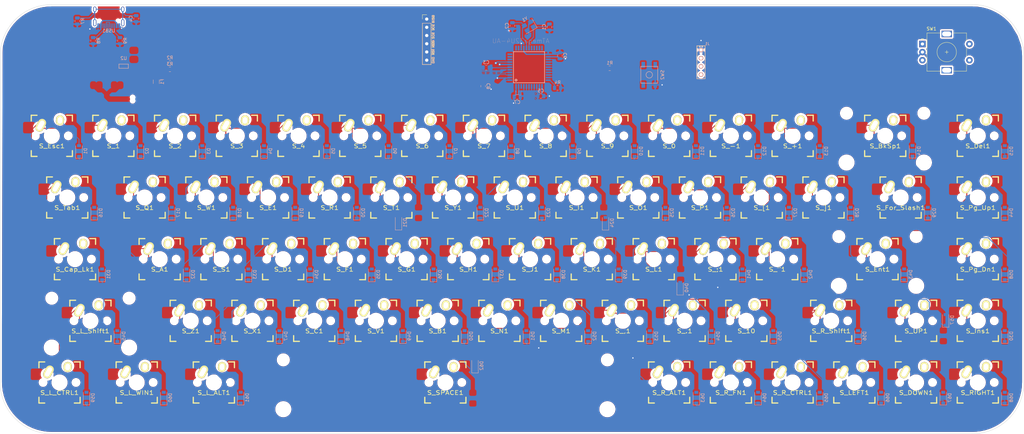
<source format=kicad_pcb>
(kicad_pcb (version 20171130) (host pcbnew "(5.1.5-0-10_14)")
  (layers (0 F.Cu signal) (31 B.Cu signal) (34 B.Paste user) (35 F.Paste user) (36 B.SilkS user) (37 F.SilkS user) (38 B.Mask user) (39 F.Mask user) (44 Edge.Cuts user))
  (net 0 "")
  (net 1 +5V)
  (net 2 "Net-(C1-Pad1)")
  (net 3 "Net-(C2-Pad1)")
  (net 4 "Net-(C3-Pad1)")
  (net 5 "Net-(C4-Pad1)")
  (net 6 "Net-(D1-Pad2)")
  (net 7 ROW0)
  (net 8 "Net-(D2-Pad2)")
  (net 9 "Net-(D3-Pad2)")
  (net 10 "Net-(D4-Pad2)")
  (net 11 "Net-(D5-Pad2)")
  (net 12 "Net-(D6-Pad2)")
  (net 13 "Net-(D7-Pad2)")
  (net 14 "Net-(D8-Pad2)")
  (net 15 "Net-(D9-Pad2)")
  (net 16 "Net-(D10-Pad2)")
  (net 17 "Net-(D11-Pad2)")
  (net 18 "Net-(D12-Pad2)")
  (net 19 "Net-(D13-Pad2)")
  (net 20 "Net-(D14-Pad2)")
  (net 21 "Net-(D15-Pad2)")
  (net 22 "Net-(D16-Pad2)")
  (net 23 ROW1)
  (net 24 "Net-(D17-Pad2)")
  (net 25 "Net-(D18-Pad2)")
  (net 26 "Net-(D19-Pad2)")
  (net 27 "Net-(D20-Pad2)")
  (net 28 "Net-(D21-Pad2)")
  (net 29 "Net-(D22-Pad2)")
  (net 30 "Net-(D23-Pad2)")
  (net 31 "Net-(D24-Pad2)")
  (net 32 "Net-(D25-Pad2)")
  (net 33 "Net-(D26-Pad2)")
  (net 34 "Net-(D27-Pad2)")
  (net 35 "Net-(D28-Pad2)")
  (net 36 "Net-(D29-Pad2)")
  (net 37 "Net-(D30-Pad2)")
  (net 38 "Net-(D31-Pad2)")
  (net 39 ROW2)
  (net 40 "Net-(D32-Pad2)")
  (net 41 "Net-(D33-Pad2)")
  (net 42 "Net-(D34-Pad2)")
  (net 43 "Net-(D35-Pad2)")
  (net 44 "Net-(D36-Pad2)")
  (net 45 "Net-(D37-Pad2)")
  (net 46 "Net-(D38-Pad2)")
  (net 47 "Net-(D39-Pad2)")
  (net 48 "Net-(D40-Pad2)")
  (net 49 "Net-(D41-Pad2)")
  (net 50 "Net-(D42-Pad2)")
  (net 51 "Net-(D43-Pad2)")
  (net 52 "Net-(D44-Pad2)")
  (net 53 "Net-(D45-Pad2)")
  (net 54 ROW3)
  (net 55 "Net-(D46-Pad2)")
  (net 56 "Net-(D47-Pad2)")
  (net 57 "Net-(D48-Pad2)")
  (net 58 "Net-(D49-Pad2)")
  (net 59 "Net-(D50-Pad2)")
  (net 60 "Net-(D51-Pad2)")
  (net 61 "Net-(D52-Pad2)")
  (net 62 "Net-(D53-Pad2)")
  (net 63 "Net-(D54-Pad2)")
  (net 64 "Net-(D55-Pad2)")
  (net 65 "Net-(D56-Pad2)")
  (net 66 "Net-(D57-Pad2)")
  (net 67 "Net-(D58-Pad2)")
  (net 68 "Net-(D59-Pad2)")
  (net 69 ROW4)
  (net 70 "Net-(D60-Pad2)")
  (net 71 "Net-(D61-Pad2)")
  (net 72 "Net-(D62-Pad2)")
  (net 73 "Net-(D63-Pad2)")
  (net 74 "Net-(D64-Pad2)")
  (net 75 "Net-(D65-Pad2)")
  (net 76 "Net-(D66-Pad2)")
  (net 77 "Net-(D67-Pad2)")
  (net 78 "Net-(D68-Pad2)")
  (net 79 VCC)
  (net 80 SDA)
  (net 81 SCL)
  (net 82 GND)
  (net 83 D+)
  (net 84 "Net-(R2-Pad1)")
  (net 85 D-)
  (net 86 "Net-(R3-Pad1)")
  (net 87 "Net-(R4-Pad2)")
  (net 88 "Net-(R8-Pad2)")
  (net 89 "Net-(R9-Pad2)")
  (net 90 COL8)
  (net 91 COL1)
  (net 92 COL2)
  (net 93 COL3)
  (net 94 COL4)
  (net 95 COL5)
  (net 96 COL6)
  (net 97 COL7)
  (net 98 COL0)
  (net 99 EN2)
  (net 100 EN1)
  (net 101 "Net-(U1-Pad42)")
  (net 102 "Net-(USB1-Pad3)")
  (net 103 "Net-(USB1-Pad9)")
  (net 104 ROW5)
  (net 105 ROW6)
  (net 106 ROW7)
  (net 107 RST)
  (net 108 MOSI)
  (net 109 SCK)
  (net 110 MISO)
  (net 111 "Net-(U1-Pad26)")
  (net 112 "Net-(U1-Pad29)")
  (net 113 "Net-(U1-Pad21)")
  (module Keebio-Parts:Hybrid_PCB_100H (layer F.Cu) (at 147.58035 75.49134)
    (fp_text reference S_6 (at 0 3.175) (layer F.SilkS) (effects (font (size 1.27 1.524) (thickness 0.2032))))
    (fp_text value MX-NoLED hide)
    (pad HOLE np_thru_hole circle (at 5.08 0) (size 1.8 1.8) (drill 1.8) (layers *.Cu))
    (pad HOLE np_thru_hole circle (at -5.08 0) (size 1.8 1.8) (drill 1.8) (layers *.Cu))
    (pad HOLE np_thru_hole circle (at 0 0) (size 3.9878 3.9878) (drill 3.9878) (layers *.Cu))
    (pad 2 thru_hole oval (at 2.52 -4.79 356.1) (size 2.5 3.08) (drill oval 1.5 2.08) (layers *.Cu *.Mask F.SilkS) (net 13 "Net-(D7-Pad2)"))
    (pad 1 thru_hole oval (at -3.405 -3.27 330.95) (size 2.5 4.17) (drill oval 1.5 3.17) (layers *.Cu *.Mask F.SilkS) (net 93 COL3))
  )
  (module Keebio-Parts:Hybrid_PCB_100H (layer F.Cu) (at 176.15535 94.54134)
    (fp_text reference S_U1 (at 0 3.175) (layer F.SilkS) (effects (font (size 1.27 1.524) (thickness 0.2032))))
    (fp_text value MX-NoLED hide)
    (pad HOLE np_thru_hole circle (at 5.08 0) (size 1.8 1.8) (drill 1.8) (layers *.Cu))
    (pad HOLE np_thru_hole circle (at -5.08 0) (size 1.8 1.8) (drill 1.8) (layers *.Cu))
    (pad HOLE np_thru_hole circle (at 0 0) (size 3.9878 3.9878) (drill 3.9878) (layers *.Cu))
    (pad 2 thru_hole oval (at 2.52 -4.79 356.1) (size 2.5 3.08) (drill oval 1.5 2.08) (layers *.Cu *.Mask F.SilkS) (net 30 "Net-(D23-Pad2)"))
    (pad 1 thru_hole oval (at -3.405 -3.27 330.95) (size 2.5 4.17) (drill oval 1.5 3.17) (layers *.Cu *.Mask F.SilkS) (net 94 COL4))
  )
  (module Keebio-Parts:Hybrid_PCB_100H (layer F.Cu) (at 76.14793 132.64134)
    (fp_text reference S_Z1 (at 0 3.175) (layer F.SilkS) (effects (font (size 1.27 1.524) (thickness 0.2032))))
    (fp_text value MX-NoLED hide)
    (pad HOLE np_thru_hole circle (at 5.08 0) (size 1.8 1.8) (drill 1.8) (layers *.Cu))
    (pad HOLE np_thru_hole circle (at -5.08 0) (size 1.8 1.8) (drill 1.8) (layers *.Cu))
    (pad HOLE np_thru_hole circle (at 0 0) (size 3.9878 3.9878) (drill 3.9878) (layers *.Cu))
    (pad 2 thru_hole oval (at 2.52 -4.79 356.1) (size 2.5 3.08) (drill oval 1.5 2.08) (layers *.Cu *.Mask F.SilkS) (net 55 "Net-(D46-Pad2)"))
    (pad 1 thru_hole oval (at -3.405 -3.27 330.95) (size 2.5 4.17) (drill oval 1.5 3.17) (layers *.Cu *.Mask F.SilkS) (net 91 COL1))
  )
  (module Keebio-Parts:Hybrid_PCB_100H (layer F.Cu) (at 157.10535 94.54134)
    (fp_text reference S_Y1 (at 0 3.175) (layer F.SilkS) (effects (font (size 1.27 1.524) (thickness 0.2032))))
    (fp_text value MX-NoLED hide)
    (pad HOLE np_thru_hole circle (at 5.08 0) (size 1.8 1.8) (drill 1.8) (layers *.Cu))
    (pad HOLE np_thru_hole circle (at -5.08 0) (size 1.8 1.8) (drill 1.8) (layers *.Cu))
    (pad HOLE np_thru_hole circle (at 0 0) (size 3.9878 3.9878) (drill 3.9878) (layers *.Cu))
    (pad 2 thru_hole oval (at 2.52 -4.79 356.1) (size 2.5 3.08) (drill oval 1.5 2.08) (layers *.Cu *.Mask F.SilkS) (net 29 "Net-(D22-Pad2)"))
    (pad 1 thru_hole oval (at -3.405 -3.27 330.95) (size 2.5 4.17) (drill oval 1.5 3.17) (layers *.Cu *.Mask F.SilkS) (net 94 COL4))
  )
  (module Keebio-Parts:Hybrid_PCB_100H (layer F.Cu) (at 95.19793 132.64134)
    (fp_text reference S_X1 (at 0 3.175) (layer F.SilkS) (effects (font (size 1.27 1.524) (thickness 0.2032))))
    (fp_text value MX-NoLED hide)
    (pad HOLE np_thru_hole circle (at 5.08 0) (size 1.8 1.8) (drill 1.8) (layers *.Cu))
    (pad HOLE np_thru_hole circle (at -5.08 0) (size 1.8 1.8) (drill 1.8) (layers *.Cu))
    (pad HOLE np_thru_hole circle (at 0 0) (size 3.9878 3.9878) (drill 3.9878) (layers *.Cu))
    (pad 2 thru_hole oval (at 2.52 -4.79 356.1) (size 2.5 3.08) (drill oval 1.5 2.08) (layers *.Cu *.Mask F.SilkS) (net 56 "Net-(D47-Pad2)"))
    (pad 1 thru_hole oval (at -3.405 -3.27 330.95) (size 2.5 4.17) (drill oval 1.5 3.17) (layers *.Cu *.Mask F.SilkS) (net 92 COL2))
  )
  (module Keebio-Parts:Hybrid_PCB_100H (layer F.Cu) (at 80.96377 94.54134)
    (fp_text reference S_W1 (at 0 3.175) (layer F.SilkS) (effects (font (size 1.27 1.524) (thickness 0.2032))))
    (fp_text value MX-NoLED hide)
    (pad HOLE np_thru_hole circle (at 5.08 0) (size 1.8 1.8) (drill 1.8) (layers *.Cu))
    (pad HOLE np_thru_hole circle (at -5.08 0) (size 1.8 1.8) (drill 1.8) (layers *.Cu))
    (pad HOLE np_thru_hole circle (at 0 0) (size 3.9878 3.9878) (drill 3.9878) (layers *.Cu))
    (pad 2 thru_hole oval (at 2.52 -4.79 356.1) (size 2.5 3.08) (drill oval 1.5 2.08) (layers *.Cu *.Mask F.SilkS) (net 25 "Net-(D18-Pad2)"))
    (pad 1 thru_hole oval (at -3.405 -3.27 330.95) (size 2.5 4.17) (drill oval 1.5 3.17) (layers *.Cu *.Mask F.SilkS) (net 92 COL2))
  )
  (module Keebio-Parts:Hybrid_PCB_100H (layer F.Cu) (at 133.29793 132.64134)
    (fp_text reference S_V1 (at 0 3.175) (layer F.SilkS) (effects (font (size 1.27 1.524) (thickness 0.2032))))
    (fp_text value MX-NoLED hide)
    (pad HOLE np_thru_hole circle (at 5.08 0) (size 1.8 1.8) (drill 1.8) (layers *.Cu))
    (pad HOLE np_thru_hole circle (at -5.08 0) (size 1.8 1.8) (drill 1.8) (layers *.Cu))
    (pad HOLE np_thru_hole circle (at 0 0) (size 3.9878 3.9878) (drill 3.9878) (layers *.Cu))
    (pad 2 thru_hole oval (at 2.52 -4.79 356.1) (size 2.5 3.08) (drill oval 1.5 2.08) (layers *.Cu *.Mask F.SilkS) (net 58 "Net-(D49-Pad2)"))
    (pad 1 thru_hole oval (at -3.405 -3.27 330.95) (size 2.5 4.17) (drill oval 1.5 3.17) (layers *.Cu *.Mask F.SilkS) (net 93 COL3))
  )
  (module Keebio-Parts:Hybrid_PCB_100H (layer F.Cu) (at 299.98543 132.63626)
    (fp_text reference S_UP1 (at 0 3.175) (layer F.SilkS) (effects (font (size 1.27 1.524) (thickness 0.2032))))
    (fp_text value MX-NoLED hide)
    (pad HOLE np_thru_hole circle (at 5.08 0) (size 1.8 1.8) (drill 1.8) (layers *.Cu))
    (pad HOLE np_thru_hole circle (at -5.08 0) (size 1.8 1.8) (drill 1.8) (layers *.Cu))
    (pad HOLE np_thru_hole circle (at 0 0) (size 3.9878 3.9878) (drill 3.9878) (layers *.Cu))
    (pad 2 thru_hole oval (at 2.52 -4.79 356.1) (size 2.5 3.08) (drill oval 1.5 2.08) (layers *.Cu *.Mask F.SilkS) (net 66 "Net-(D57-Pad2)"))
    (pad 1 thru_hole oval (at -3.405 -3.27 330.95) (size 2.5 4.17) (drill oval 1.5 3.17) (layers *.Cu *.Mask F.SilkS) (net 90 COL8))
  )
  (module Keebio-Parts:Hybrid_PCB_150H (layer F.Cu) (at 38.03777 94.54134)
    (fp_text reference S_Tab1 (at 0 3.175) (layer F.SilkS) (effects (font (size 1.27 1.524) (thickness 0.2032))))
    (fp_text value MX-NoLED hide)
    (pad HOLE np_thru_hole circle (at 5.08 0) (size 1.8 1.8) (drill 1.8) (layers *.Cu))
    (pad HOLE np_thru_hole circle (at -5.08 0) (size 1.8 1.8) (drill 1.8) (layers *.Cu))
    (pad HOLE np_thru_hole circle (at 0 0) (size 3.9878 3.9878) (drill 3.9878) (layers *.Cu))
    (pad 2 thru_hole oval (at 2.52 -4.79 356.1) (size 2.5 3.08) (drill oval 1.5 2.08) (layers *.Cu *.Mask F.SilkS) (net 22 "Net-(D16-Pad2)"))
    (pad 1 thru_hole oval (at -3.405 -3.27 330.95) (size 2.5 4.17) (drill oval 1.5 3.17) (layers *.Cu *.Mask F.SilkS) (net 98 COL0))
  )
  (module Keebio-Parts:Hybrid_PCB_100H (layer F.Cu) (at 138.05535 94.54134)
    (fp_text reference S_T1 (at 0 3.175) (layer F.SilkS) (effects (font (size 1.27 1.524) (thickness 0.2032))))
    (fp_text value MX-NoLED hide)
    (pad HOLE np_thru_hole circle (at 5.08 0) (size 1.8 1.8) (drill 1.8) (layers *.Cu))
    (pad HOLE np_thru_hole circle (at -5.08 0) (size 1.8 1.8) (drill 1.8) (layers *.Cu))
    (pad HOLE np_thru_hole circle (at 0 0) (size 3.9878 3.9878) (drill 3.9878) (layers *.Cu))
    (pad 2 thru_hole oval (at 2.52 -4.79 356.1) (size 2.5 3.08) (drill oval 1.5 2.08) (layers *.Cu *.Mask F.SilkS) (net 28 "Net-(D21-Pad2)"))
    (pad 1 thru_hole oval (at -3.405 -3.27 330.95) (size 2.5 4.17) (drill oval 1.5 3.17) (layers *.Cu *.Mask F.SilkS) (net 93 COL3))
  )
  (module Keebio-Parts:Hybrid_PCB_625H (layer F.Cu) (at 154.72156 151.69134)
    (fp_text reference S_SPACE1 (at 0 3.175) (layer F.SilkS) (effects (font (size 1.27 1.524) (thickness 0.2032))))
    (fp_text value MX-NoLED hide)
    (pad HOLE np_thru_hole circle (at 50.038 8.255) (size 3.9878 3.9878) (drill 3.9878) (layers *.Cu))
    (pad HOLE np_thru_hole circle (at -50.038 8.255) (size 3.9878 3.9878) (drill 3.9878) (layers *.Cu))
    (pad HOLE np_thru_hole circle (at 50.038 -6.985) (size 3.048 3.048) (drill 3.048) (layers *.Cu))
    (pad HOLE np_thru_hole circle (at -50.038 -6.985) (size 3.048 3.048) (drill 3.048) (layers *.Cu))
    (pad HOLE np_thru_hole circle (at 5.08 0) (size 1.8 1.8) (drill 1.8) (layers *.Cu))
    (pad HOLE np_thru_hole circle (at -5.08 0) (size 1.8 1.8) (drill 1.8) (layers *.Cu))
    (pad HOLE np_thru_hole circle (at 0 0) (size 3.9878 3.9878) (drill 3.9878) (layers *.Cu))
    (pad 2 thru_hole oval (at 2.52 -4.79 356.1) (size 2.5 3.08) (drill oval 1.5 2.08) (layers *.Cu *.Mask F.SilkS) (net 72 "Net-(D62-Pad2)"))
    (pad 1 thru_hole oval (at -3.405 -3.27 330.95) (size 2.5 4.17) (drill oval 1.5 3.17) (layers *.Cu *.Mask F.SilkS) (net 95 COL5))
  )
  (module Keebio-Parts:Hybrid_PCB_100H (layer F.Cu) (at 85.60689 113.59134)
    (fp_text reference S_S1 (at 0 3.175) (layer F.SilkS) (effects (font (size 1.27 1.524) (thickness 0.2032))))
    (fp_text value MX-NoLED hide)
    (pad HOLE np_thru_hole circle (at 5.08 0) (size 1.8 1.8) (drill 1.8) (layers *.Cu))
    (pad HOLE np_thru_hole circle (at -5.08 0) (size 1.8 1.8) (drill 1.8) (layers *.Cu))
    (pad HOLE np_thru_hole circle (at 0 0) (size 3.9878 3.9878) (drill 3.9878) (layers *.Cu))
    (pad 2 thru_hole oval (at 2.52 -4.79 356.1) (size 2.5 3.08) (drill oval 1.5 2.08) (layers *.Cu *.Mask F.SilkS) (net 41 "Net-(D33-Pad2)"))
    (pad 1 thru_hole oval (at -3.405 -3.27 330.95) (size 2.5 4.17) (drill oval 1.5 3.17) (layers *.Cu *.Mask F.SilkS) (net 92 COL2))
  )
  (module Keebio-Parts:Hybrid_PCB_100H (layer F.Cu) (at 319.03289 151.68753)
    (fp_text reference S_RIGHT1 (at 0 3.175) (layer F.SilkS) (effects (font (size 1.27 1.524) (thickness 0.2032))))
    (fp_text value MX-NoLED hide)
    (pad HOLE np_thru_hole circle (at 5.08 0) (size 1.8 1.8) (drill 1.8) (layers *.Cu))
    (pad HOLE np_thru_hole circle (at -5.08 0) (size 1.8 1.8) (drill 1.8) (layers *.Cu))
    (pad HOLE np_thru_hole circle (at 0 0) (size 3.9878 3.9878) (drill 3.9878) (layers *.Cu))
    (pad 2 thru_hole oval (at 2.52 -4.79 356.1) (size 2.5 3.08) (drill oval 1.5 2.08) (layers *.Cu *.Mask F.SilkS) (net 78 "Net-(D68-Pad2)"))
    (pad 1 thru_hole oval (at -3.405 -3.27 330.95) (size 2.5 4.17) (drill oval 1.5 3.17) (layers *.Cu *.Mask F.SilkS) (net 90 COL8))
  )
  (module Keebio-Parts:Hybrid_PCB_175H (layer F.Cu) (at 273.78914 132.63626)
    (fp_text reference S_R_Shift1 (at 0 3.175) (layer F.SilkS) (effects (font (size 1.27 1.524) (thickness 0.2032))))
    (fp_text value MX-NoLED hide)
    (pad HOLE np_thru_hole circle (at 5.08 0) (size 1.8 1.8) (drill 1.8) (layers *.Cu))
    (pad HOLE np_thru_hole circle (at -5.08 0) (size 1.8 1.8) (drill 1.8) (layers *.Cu))
    (pad HOLE np_thru_hole circle (at 0 0) (size 3.9878 3.9878) (drill 3.9878) (layers *.Cu))
    (pad 2 thru_hole oval (at 2.52 -4.79 356.1) (size 2.5 3.08) (drill oval 1.5 2.08) (layers *.Cu *.Mask F.SilkS) (net 65 "Net-(D56-Pad2)"))
    (pad 1 thru_hole oval (at -3.405 -3.27 330.95) (size 2.5 4.17) (drill oval 1.5 3.17) (layers *.Cu *.Mask F.SilkS) (net 97 COL7))
  )
  (module Keebio-Parts:Hybrid_PCB_100H (layer F.Cu) (at 242.83035 151.68626)
    (fp_text reference S_R_FN1 (at 0 3.175) (layer F.SilkS) (effects (font (size 1.27 1.524) (thickness 0.2032))))
    (fp_text value MX-NoLED hide)
    (pad HOLE np_thru_hole circle (at 5.08 0) (size 1.8 1.8) (drill 1.8) (layers *.Cu))
    (pad HOLE np_thru_hole circle (at -5.08 0) (size 1.8 1.8) (drill 1.8) (layers *.Cu))
    (pad HOLE np_thru_hole circle (at 0 0) (size 3.9878 3.9878) (drill 3.9878) (layers *.Cu))
    (pad 2 thru_hole oval (at 2.52 -4.79 356.1) (size 2.5 3.08) (drill oval 1.5 2.08) (layers *.Cu *.Mask F.SilkS) (net 74 "Net-(D64-Pad2)"))
    (pad 1 thru_hole oval (at -3.405 -3.27 330.95) (size 2.5 4.17) (drill oval 1.5 3.17) (layers *.Cu *.Mask F.SilkS) (net 96 COL6))
  )
  (module Keebio-Parts:Hybrid_PCB_100H (layer F.Cu) (at 261.88035 151.68626)
    (fp_text reference S_R_CTRL1 (at 0 3.175) (layer F.SilkS) (effects (font (size 1.27 1.524) (thickness 0.2032))))
    (fp_text value MX-NoLED hide)
    (pad HOLE np_thru_hole circle (at 5.08 0) (size 1.8 1.8) (drill 1.8) (layers *.Cu))
    (pad HOLE np_thru_hole circle (at -5.08 0) (size 1.8 1.8) (drill 1.8) (layers *.Cu))
    (pad HOLE np_thru_hole circle (at 0 0) (size 3.9878 3.9878) (drill 3.9878) (layers *.Cu))
    (pad 2 thru_hole oval (at 2.52 -4.79 356.1) (size 2.5 3.08) (drill oval 1.5 2.08) (layers *.Cu *.Mask F.SilkS) (net 75 "Net-(D65-Pad2)"))
    (pad 1 thru_hole oval (at -3.405 -3.27 330.95) (size 2.5 4.17) (drill oval 1.5 3.17) (layers *.Cu *.Mask F.SilkS) (net 97 COL7))
  )
  (module Keebio-Parts:Hybrid_PCB_100H (layer F.Cu) (at 223.78035 151.69134)
    (fp_text reference S_R_ALT1 (at 0 3.175) (layer F.SilkS) (effects (font (size 1.27 1.524) (thickness 0.2032))))
    (fp_text value MX-NoLED hide)
    (pad HOLE np_thru_hole circle (at 5.08 0) (size 1.8 1.8) (drill 1.8) (layers *.Cu))
    (pad HOLE np_thru_hole circle (at -5.08 0) (size 1.8 1.8) (drill 1.8) (layers *.Cu))
    (pad HOLE np_thru_hole circle (at 0 0) (size 3.9878 3.9878) (drill 3.9878) (layers *.Cu))
    (pad 2 thru_hole oval (at 2.52 -4.79 356.1) (size 2.5 3.08) (drill oval 1.5 2.08) (layers *.Cu *.Mask F.SilkS) (net 73 "Net-(D63-Pad2)"))
    (pad 1 thru_hole oval (at -3.405 -3.27 330.95) (size 2.5 4.17) (drill oval 1.5 3.17) (layers *.Cu *.Mask F.SilkS) (net 95 COL5))
  )
  (module Keebio-Parts:Hybrid_PCB_100H (layer F.Cu) (at 119.00535 94.54134)
    (fp_text reference S_R1 (at 0 3.175) (layer F.SilkS) (effects (font (size 1.27 1.524) (thickness 0.2032))))
    (fp_text value MX-NoLED hide)
    (pad HOLE np_thru_hole circle (at 5.08 0) (size 1.8 1.8) (drill 1.8) (layers *.Cu))
    (pad HOLE np_thru_hole circle (at -5.08 0) (size 1.8 1.8) (drill 1.8) (layers *.Cu))
    (pad HOLE np_thru_hole circle (at 0 0) (size 3.9878 3.9878) (drill 3.9878) (layers *.Cu))
    (pad 2 thru_hole oval (at 2.52 -4.79 356.1) (size 2.5 3.08) (drill oval 1.5 2.08) (layers *.Cu *.Mask F.SilkS) (net 27 "Net-(D20-Pad2)"))
    (pad 1 thru_hole oval (at -3.405 -3.27 330.95) (size 2.5 4.17) (drill oval 1.5 3.17) (layers *.Cu *.Mask F.SilkS) (net 93 COL3))
  )
  (module Keebio-Parts:Hybrid_PCB_100H (layer F.Cu) (at 61.91377 94.54134)
    (fp_text reference S_Q1 (at 0 3.175) (layer F.SilkS) (effects (font (size 1.27 1.524) (thickness 0.2032))))
    (fp_text value MX-NoLED hide)
    (pad HOLE np_thru_hole circle (at 5.08 0) (size 1.8 1.8) (drill 1.8) (layers *.Cu))
    (pad HOLE np_thru_hole circle (at -5.08 0) (size 1.8 1.8) (drill 1.8) (layers *.Cu))
    (pad HOLE np_thru_hole circle (at 0 0) (size 3.9878 3.9878) (drill 3.9878) (layers *.Cu))
    (pad 2 thru_hole oval (at 2.52 -4.79 356.1) (size 2.5 3.08) (drill oval 1.5 2.08) (layers *.Cu *.Mask F.SilkS) (net 24 "Net-(D17-Pad2)"))
    (pad 1 thru_hole oval (at -3.405 -3.27 330.95) (size 2.5 4.17) (drill oval 1.5 3.17) (layers *.Cu *.Mask F.SilkS) (net 91 COL1))
  )
  (module Keebio-Parts:Hybrid_PCB_100H (layer F.Cu) (at 319.03289 94.53753)
    (fp_text reference S_Pg_Up1 (at 0 3.175) (layer F.SilkS) (effects (font (size 1.27 1.524) (thickness 0.2032))))
    (fp_text value MX-NoLED hide)
    (pad HOLE np_thru_hole circle (at 5.08 0) (size 1.8 1.8) (drill 1.8) (layers *.Cu))
    (pad HOLE np_thru_hole circle (at -5.08 0) (size 1.8 1.8) (drill 1.8) (layers *.Cu))
    (pad HOLE np_thru_hole circle (at 0 0) (size 3.9878 3.9878) (drill 3.9878) (layers *.Cu))
    (pad 2 thru_hole oval (at 2.52 -4.79 356.1) (size 2.5 3.08) (drill oval 1.5 2.08) (layers *.Cu *.Mask F.SilkS) (net 52 "Net-(D44-Pad2)"))
    (pad 1 thru_hole oval (at -3.405 -3.27 330.95) (size 2.5 4.17) (drill oval 1.5 3.17) (layers *.Cu *.Mask F.SilkS) (net 90 COL8))
  )
  (module Keebio-Parts:Hybrid_PCB_100H (layer F.Cu) (at 319.03289 113.58753)
    (fp_text reference S_Pg_Dn1 (at 0 3.175) (layer F.SilkS) (effects (font (size 1.27 1.524) (thickness 0.2032))))
    (fp_text value MX-NoLED hide)
    (pad HOLE np_thru_hole circle (at 5.08 0) (size 1.8 1.8) (drill 1.8) (layers *.Cu))
    (pad HOLE np_thru_hole circle (at -5.08 0) (size 1.8 1.8) (drill 1.8) (layers *.Cu))
    (pad HOLE np_thru_hole circle (at 0 0) (size 3.9878 3.9878) (drill 3.9878) (layers *.Cu))
    (pad 2 thru_hole oval (at 2.52 -4.79 356.1) (size 2.5 3.08) (drill oval 1.5 2.08) (layers *.Cu *.Mask F.SilkS) (net 67 "Net-(D58-Pad2)"))
    (pad 1 thru_hole oval (at -3.405 -3.27 330.95) (size 2.5 4.17) (drill oval 1.5 3.17) (layers *.Cu *.Mask F.SilkS) (net 90 COL8))
  )
  (module Keebio-Parts:Hybrid_PCB_100H (layer F.Cu) (at 233.30535 94.54134)
    (fp_text reference S_P1 (at 0 3.175) (layer F.SilkS) (effects (font (size 1.27 1.524) (thickness 0.2032))))
    (fp_text value MX-NoLED hide)
    (pad HOLE np_thru_hole circle (at 5.08 0) (size 1.8 1.8) (drill 1.8) (layers *.Cu))
    (pad HOLE np_thru_hole circle (at -5.08 0) (size 1.8 1.8) (drill 1.8) (layers *.Cu))
    (pad HOLE np_thru_hole circle (at 0 0) (size 3.9878 3.9878) (drill 3.9878) (layers *.Cu))
    (pad 2 thru_hole oval (at 2.52 -4.79 356.1) (size 2.5 3.08) (drill oval 1.5 2.08) (layers *.Cu *.Mask F.SilkS) (net 33 "Net-(D26-Pad2)"))
    (pad 1 thru_hole oval (at -3.405 -3.27 330.95) (size 2.5 4.17) (drill oval 1.5 3.17) (layers *.Cu *.Mask F.SilkS) (net 96 COL6))
  )
  (module Keebio-Parts:Hybrid_PCB_100H (layer F.Cu) (at 214.25535 94.54134)
    (fp_text reference S_O1 (at 0 3.175) (layer F.SilkS) (effects (font (size 1.27 1.524) (thickness 0.2032))))
    (fp_text value MX-NoLED hide)
    (pad HOLE np_thru_hole circle (at 5.08 0) (size 1.8 1.8) (drill 1.8) (layers *.Cu))
    (pad HOLE np_thru_hole circle (at -5.08 0) (size 1.8 1.8) (drill 1.8) (layers *.Cu))
    (pad HOLE np_thru_hole circle (at 0 0) (size 3.9878 3.9878) (drill 3.9878) (layers *.Cu))
    (pad 2 thru_hole oval (at 2.52 -4.79 356.1) (size 2.5 3.08) (drill oval 1.5 2.08) (layers *.Cu *.Mask F.SilkS) (net 32 "Net-(D25-Pad2)"))
    (pad 1 thru_hole oval (at -3.405 -3.27 330.95) (size 2.5 4.17) (drill oval 1.5 3.17) (layers *.Cu *.Mask F.SilkS) (net 95 COL5))
  )
  (module Keebio-Parts:Hybrid_PCB_100H (layer F.Cu) (at 171.39793 132.64134)
    (fp_text reference S_N1 (at 0 3.175) (layer F.SilkS) (effects (font (size 1.27 1.524) (thickness 0.2032))))
    (fp_text value MX-NoLED hide)
    (pad HOLE np_thru_hole circle (at 5.08 0) (size 1.8 1.8) (drill 1.8) (layers *.Cu))
    (pad HOLE np_thru_hole circle (at -5.08 0) (size 1.8 1.8) (drill 1.8) (layers *.Cu))
    (pad HOLE np_thru_hole circle (at 0 0) (size 3.9878 3.9878) (drill 3.9878) (layers *.Cu))
    (pad 2 thru_hole oval (at 2.52 -4.79 356.1) (size 2.5 3.08) (drill oval 1.5 2.08) (layers *.Cu *.Mask F.SilkS) (net 60 "Net-(D51-Pad2)"))
    (pad 1 thru_hole oval (at -3.405 -3.27 330.95) (size 2.5 4.17) (drill oval 1.5 3.17) (layers *.Cu *.Mask F.SilkS) (net 94 COL4))
  )
  (module Keebio-Parts:Hybrid_PCB_100H (layer F.Cu) (at 190.44793 132.64134)
    (fp_text reference S_M1 (at 0 3.175) (layer F.SilkS) (effects (font (size 1.27 1.524) (thickness 0.2032))))
    (fp_text value MX-NoLED hide)
    (pad HOLE np_thru_hole circle (at 5.08 0) (size 1.8 1.8) (drill 1.8) (layers *.Cu))
    (pad HOLE np_thru_hole circle (at -5.08 0) (size 1.8 1.8) (drill 1.8) (layers *.Cu))
    (pad HOLE np_thru_hole circle (at 0 0) (size 3.9878 3.9878) (drill 3.9878) (layers *.Cu))
    (pad 2 thru_hole oval (at 2.52 -4.79 356.1) (size 2.5 3.08) (drill oval 1.5 2.08) (layers *.Cu *.Mask F.SilkS) (net 61 "Net-(D52-Pad2)"))
    (pad 1 thru_hole oval (at -3.405 -3.27 330.95) (size 2.5 4.17) (drill oval 1.5 3.17) (layers *.Cu *.Mask F.SilkS) (net 94 COL4))
  )
  (module Keebio-Parts:Hybrid_PCB_100H (layer F.Cu) (at 280.93035 151.68626)
    (fp_text reference S_LEFT1 (at 0 3.175) (layer F.SilkS) (effects (font (size 1.27 1.524) (thickness 0.2032))))
    (fp_text value MX-NoLED hide)
    (pad HOLE np_thru_hole circle (at 5.08 0) (size 1.8 1.8) (drill 1.8) (layers *.Cu))
    (pad HOLE np_thru_hole circle (at -5.08 0) (size 1.8 1.8) (drill 1.8) (layers *.Cu))
    (pad HOLE np_thru_hole circle (at 0 0) (size 3.9878 3.9878) (drill 3.9878) (layers *.Cu))
    (pad 2 thru_hole oval (at 2.52 -4.79 356.1) (size 2.5 3.08) (drill oval 1.5 2.08) (layers *.Cu *.Mask F.SilkS) (net 76 "Net-(D66-Pad2)"))
    (pad 1 thru_hole oval (at -3.405 -3.27 330.95) (size 2.5 4.17) (drill oval 1.5 3.17) (layers *.Cu *.Mask F.SilkS) (net 97 COL7))
  )
  (module Keebio-Parts:Hybrid_PCB_125H (layer F.Cu) (at 59.47156 151.69134)
    (fp_text reference S_L_WIN1 (at 0 3.175) (layer F.SilkS) (effects (font (size 1.27 1.524) (thickness 0.2032))))
    (fp_text value MX-NoLED hide)
    (pad HOLE np_thru_hole circle (at 5.08 0) (size 1.8 1.8) (drill 1.8) (layers *.Cu))
    (pad HOLE np_thru_hole circle (at -5.08 0) (size 1.8 1.8) (drill 1.8) (layers *.Cu))
    (pad HOLE np_thru_hole circle (at 0 0) (size 3.9878 3.9878) (drill 3.9878) (layers *.Cu))
    (pad 2 thru_hole oval (at 2.52 -4.79 356.1) (size 2.5 3.08) (drill oval 1.5 2.08) (layers *.Cu *.Mask F.SilkS) (net 70 "Net-(D60-Pad2)"))
    (pad 1 thru_hole oval (at -3.405 -3.27 330.95) (size 2.5 4.17) (drill oval 1.5 3.17) (layers *.Cu *.Mask F.SilkS) (net 91 COL1))
  )
  (module Keebio-Parts:Hybrid_PCB_225H (layer F.Cu) (at 45.19422 132.64134)
    (fp_text reference S_L_Shift1 (at 0 3.175) (layer F.SilkS) (effects (font (size 1.27 1.524) (thickness 0.2032))))
    (fp_text value MX-NoLED hide)
    (pad HOLE np_thru_hole circle (at 11.938 8.255) (size 3.9878 3.9878) (drill 3.9878) (layers *.Cu))
    (pad HOLE np_thru_hole circle (at -11.938 8.255) (size 3.9878 3.9878) (drill 3.9878) (layers *.Cu))
    (pad HOLE np_thru_hole circle (at 11.938 -6.985) (size 3.048 3.048) (drill 3.048) (layers *.Cu))
    (pad HOLE np_thru_hole circle (at -11.938 -6.985) (size 3.048 3.048) (drill 3.048) (layers *.Cu))
    (pad HOLE np_thru_hole circle (at 5.08 0) (size 1.8 1.8) (drill 1.8) (layers *.Cu))
    (pad HOLE np_thru_hole circle (at -5.08 0) (size 1.8 1.8) (drill 1.8) (layers *.Cu))
    (pad HOLE np_thru_hole circle (at 0 0) (size 3.9878 3.9878) (drill 3.9878) (layers *.Cu))
    (pad 2 thru_hole oval (at 2.52 -4.79 356.1) (size 2.5 3.08) (drill oval 1.5 2.08) (layers *.Cu *.Mask F.SilkS) (net 53 "Net-(D45-Pad2)"))
    (pad 1 thru_hole oval (at -3.405 -3.27 330.95) (size 2.5 4.17) (drill oval 1.5 3.17) (layers *.Cu *.Mask F.SilkS) (net 91 COL1))
  )
  (module Keebio-Parts:Hybrid_PCB_125H (layer F.Cu) (at 35.65652 151.69388)
    (fp_text reference S_L_CTRL1 (at 0 3.175) (layer F.SilkS) (effects (font (size 1.27 1.524) (thickness 0.2032))))
    (fp_text value MX-NoLED hide)
    (pad HOLE np_thru_hole circle (at 5.08 0) (size 1.8 1.8) (drill 1.8) (layers *.Cu))
    (pad HOLE np_thru_hole circle (at -5.08 0) (size 1.8 1.8) (drill 1.8) (layers *.Cu))
    (pad HOLE np_thru_hole circle (at 0 0) (size 3.9878 3.9878) (drill 3.9878) (layers *.Cu))
    (pad 2 thru_hole oval (at 2.52 -4.79 356.1) (size 2.5 3.08) (drill oval 1.5 2.08) (layers *.Cu *.Mask F.SilkS) (net 68 "Net-(D59-Pad2)"))
    (pad 1 thru_hole oval (at -3.405 -3.27 330.95) (size 2.5 4.17) (drill oval 1.5 3.17) (layers *.Cu *.Mask F.SilkS) (net 91 COL1))
  )
  (module Keebio-Parts:Hybrid_PCB_125H (layer F.Cu) (at 83.28406 151.69134)
    (fp_text reference S_L_ALT1 (at 0 3.175) (layer F.SilkS) (effects (font (size 1.27 1.524) (thickness 0.2032))))
    (fp_text value MX-NoLED hide)
    (pad HOLE np_thru_hole circle (at 5.08 0) (size 1.8 1.8) (drill 1.8) (layers *.Cu))
    (pad HOLE np_thru_hole circle (at -5.08 0) (size 1.8 1.8) (drill 1.8) (layers *.Cu))
    (pad HOLE np_thru_hole circle (at 0 0) (size 3.9878 3.9878) (drill 3.9878) (layers *.Cu))
    (pad 2 thru_hole oval (at 2.52 -4.79 356.1) (size 2.5 3.08) (drill oval 1.5 2.08) (layers *.Cu *.Mask F.SilkS) (net 71 "Net-(D61-Pad2)"))
    (pad 1 thru_hole oval (at -3.405 -3.27 330.95) (size 2.5 4.17) (drill oval 1.5 3.17) (layers *.Cu *.Mask F.SilkS) (net 91 COL1))
  )
  (module Keebio-Parts:Hybrid_PCB_100H (layer F.Cu) (at 219.02039 113.59134)
    (fp_text reference S_L1 (at 0 3.175) (layer F.SilkS) (effects (font (size 1.27 1.524) (thickness 0.2032))))
    (fp_text value MX-NoLED hide)
    (pad HOLE np_thru_hole circle (at 5.08 0) (size 1.8 1.8) (drill 1.8) (layers *.Cu))
    (pad HOLE np_thru_hole circle (at -5.08 0) (size 1.8 1.8) (drill 1.8) (layers *.Cu))
    (pad HOLE np_thru_hole circle (at 0 0) (size 3.9878 3.9878) (drill 3.9878) (layers *.Cu))
    (pad 2 thru_hole oval (at 2.52 -4.79 356.1) (size 2.5 3.08) (drill oval 1.5 2.08) (layers *.Cu *.Mask F.SilkS) (net 48 "Net-(D40-Pad2)"))
    (pad 1 thru_hole oval (at -3.405 -3.27 330.95) (size 2.5 4.17) (drill oval 1.5 3.17) (layers *.Cu *.Mask F.SilkS) (net 96 COL6))
  )
  (module Keebio-Parts:Hybrid_PCB_100H (layer F.Cu) (at 199.90689 113.59134)
    (fp_text reference S_K1 (at 0 3.175) (layer F.SilkS) (effects (font (size 1.27 1.524) (thickness 0.2032))))
    (fp_text value MX-NoLED hide)
    (pad HOLE np_thru_hole circle (at 5.08 0) (size 1.8 1.8) (drill 1.8) (layers *.Cu))
    (pad HOLE np_thru_hole circle (at -5.08 0) (size 1.8 1.8) (drill 1.8) (layers *.Cu))
    (pad HOLE np_thru_hole circle (at 0 0) (size 3.9878 3.9878) (drill 3.9878) (layers *.Cu))
    (pad 2 thru_hole oval (at 2.52 -4.79 356.1) (size 2.5 3.08) (drill oval 1.5 2.08) (layers *.Cu *.Mask F.SilkS) (net 47 "Net-(D39-Pad2)"))
    (pad 1 thru_hole oval (at -3.405 -3.27 330.95) (size 2.5 4.17) (drill oval 1.5 3.17) (layers *.Cu *.Mask F.SilkS) (net 95 COL5))
  )
  (module Keebio-Parts:Hybrid_PCB_100H (layer F.Cu) (at 180.85689 113.59134)
    (fp_text reference S_J1 (at 0 3.175) (layer F.SilkS) (effects (font (size 1.27 1.524) (thickness 0.2032))))
    (fp_text value MX-NoLED hide)
    (pad HOLE np_thru_hole circle (at 5.08 0) (size 1.8 1.8) (drill 1.8) (layers *.Cu))
    (pad HOLE np_thru_hole circle (at -5.08 0) (size 1.8 1.8) (drill 1.8) (layers *.Cu))
    (pad HOLE np_thru_hole circle (at 0 0) (size 3.9878 3.9878) (drill 3.9878) (layers *.Cu))
    (pad 2 thru_hole oval (at 2.52 -4.79 356.1) (size 2.5 3.08) (drill oval 1.5 2.08) (layers *.Cu *.Mask F.SilkS) (net 46 "Net-(D38-Pad2)"))
    (pad 1 thru_hole oval (at -3.405 -3.27 330.95) (size 2.5 4.17) (drill oval 1.5 3.17) (layers *.Cu *.Mask F.SilkS) (net 94 COL4))
  )
  (module Keebio-Parts:Hybrid_PCB_100H (layer F.Cu) (at 319.03289 132.63753)
    (fp_text reference S_Ins1 (at 0 3.175) (layer F.SilkS) (effects (font (size 1.27 1.524) (thickness 0.2032))))
    (fp_text value MX-NoLED hide)
    (pad HOLE np_thru_hole circle (at 5.08 0) (size 1.8 1.8) (drill 1.8) (layers *.Cu))
    (pad HOLE np_thru_hole circle (at -5.08 0) (size 1.8 1.8) (drill 1.8) (layers *.Cu))
    (pad HOLE np_thru_hole circle (at 0 0) (size 3.9878 3.9878) (drill 3.9878) (layers *.Cu))
    (pad 2 thru_hole oval (at 2.52 -4.79 356.1) (size 2.5 3.08) (drill oval 1.5 2.08) (layers *.Cu *.Mask F.SilkS) (net 37 "Net-(D30-Pad2)"))
    (pad 1 thru_hole oval (at -3.405 -3.27 330.95) (size 2.5 4.17) (drill oval 1.5 3.17) (layers *.Cu *.Mask F.SilkS) (net 90 COL8))
  )
  (module Keebio-Parts:Hybrid_PCB_100H (layer F.Cu) (at 195.20535 94.54134)
    (fp_text reference S_I1 (at 0 3.175) (layer F.SilkS) (effects (font (size 1.27 1.524) (thickness 0.2032))))
    (fp_text value MX-NoLED hide)
    (pad HOLE np_thru_hole circle (at 5.08 0) (size 1.8 1.8) (drill 1.8) (layers *.Cu))
    (pad HOLE np_thru_hole circle (at -5.08 0) (size 1.8 1.8) (drill 1.8) (layers *.Cu))
    (pad HOLE np_thru_hole circle (at 0 0) (size 3.9878 3.9878) (drill 3.9878) (layers *.Cu))
    (pad 2 thru_hole oval (at 2.52 -4.79 356.1) (size 2.5 3.08) (drill oval 1.5 2.08) (layers *.Cu *.Mask F.SilkS) (net 31 "Net-(D24-Pad2)"))
    (pad 1 thru_hole oval (at -3.405 -3.27 330.95) (size 2.5 4.17) (drill oval 1.5 3.17) (layers *.Cu *.Mask F.SilkS) (net 94 COL4))
  )
  (module Keebio-Parts:Hybrid_PCB_100H (layer F.Cu) (at 161.80689 113.59134)
    (fp_text reference S_H1 (at 0 3.175) (layer F.SilkS) (effects (font (size 1.27 1.524) (thickness 0.2032))))
    (fp_text value MX-NoLED hide)
    (pad HOLE np_thru_hole circle (at 5.08 0) (size 1.8 1.8) (drill 1.8) (layers *.Cu))
    (pad HOLE np_thru_hole circle (at -5.08 0) (size 1.8 1.8) (drill 1.8) (layers *.Cu))
    (pad HOLE np_thru_hole circle (at 0 0) (size 3.9878 3.9878) (drill 3.9878) (layers *.Cu))
    (pad 2 thru_hole oval (at 2.52 -4.79 356.1) (size 2.5 3.08) (drill oval 1.5 2.08) (layers *.Cu *.Mask F.SilkS) (net 45 "Net-(D37-Pad2)"))
    (pad 1 thru_hole oval (at -3.405 -3.27 330.95) (size 2.5 4.17) (drill oval 1.5 3.17) (layers *.Cu *.Mask F.SilkS) (net 94 COL4))
  )
  (module Keebio-Parts:Hybrid_PCB_100H (layer F.Cu) (at 142.75689 113.59134)
    (fp_text reference S_G1 (at 0 3.175) (layer F.SilkS) (effects (font (size 1.27 1.524) (thickness 0.2032))))
    (fp_text value MX-NoLED hide)
    (pad HOLE np_thru_hole circle (at 5.08 0) (size 1.8 1.8) (drill 1.8) (layers *.Cu))
    (pad HOLE np_thru_hole circle (at -5.08 0) (size 1.8 1.8) (drill 1.8) (layers *.Cu))
    (pad HOLE np_thru_hole circle (at 0 0) (size 3.9878 3.9878) (drill 3.9878) (layers *.Cu))
    (pad 2 thru_hole oval (at 2.52 -4.79 356.1) (size 2.5 3.08) (drill oval 1.5 2.08) (layers *.Cu *.Mask F.SilkS) (net 44 "Net-(D36-Pad2)"))
    (pad 1 thru_hole oval (at -3.405 -3.27 330.95) (size 2.5 4.17) (drill oval 1.5 3.17) (layers *.Cu *.Mask F.SilkS) (net 93 COL3))
  )
  (module Keebio-Parts:Hybrid_PCB_150H (layer F.Cu) (at 295.22166 94.54007)
    (fp_text reference S_For_Slash1 (at 0 3.175) (layer F.SilkS) (effects (font (size 1.27 1.524) (thickness 0.2032))))
    (fp_text value MX-NoLED hide)
    (pad HOLE np_thru_hole circle (at 5.08 0) (size 1.8 1.8) (drill 1.8) (layers *.Cu))
    (pad HOLE np_thru_hole circle (at -5.08 0) (size 1.8 1.8) (drill 1.8) (layers *.Cu))
    (pad HOLE np_thru_hole circle (at 0 0) (size 3.9878 3.9878) (drill 3.9878) (layers *.Cu))
    (pad 2 thru_hole oval (at 2.52 -4.79 356.1) (size 2.5 3.08) (drill oval 1.5 2.08) (layers *.Cu *.Mask F.SilkS) (net 36 "Net-(D29-Pad2)"))
    (pad 1 thru_hole oval (at -3.405 -3.27 330.95) (size 2.5 4.17) (drill oval 1.5 3.17) (layers *.Cu *.Mask F.SilkS) (net 97 COL7))
  )
  (module Keebio-Parts:Hybrid_PCB_100H (layer F.Cu) (at 123.70689 113.59134)
    (fp_text reference S_F1 (at 0 3.175) (layer F.SilkS) (effects (font (size 1.27 1.524) (thickness 0.2032))))
    (fp_text value MX-NoLED hide)
    (pad HOLE np_thru_hole circle (at 5.08 0) (size 1.8 1.8) (drill 1.8) (layers *.Cu))
    (pad HOLE np_thru_hole circle (at -5.08 0) (size 1.8 1.8) (drill 1.8) (layers *.Cu))
    (pad HOLE np_thru_hole circle (at 0 0) (size 3.9878 3.9878) (drill 3.9878) (layers *.Cu))
    (pad 2 thru_hole oval (at 2.52 -4.79 356.1) (size 2.5 3.08) (drill oval 1.5 2.08) (layers *.Cu *.Mask F.SilkS) (net 43 "Net-(D35-Pad2)"))
    (pad 1 thru_hole oval (at -3.405 -3.27 330.95) (size 2.5 4.17) (drill oval 1.5 3.17) (layers *.Cu *.Mask F.SilkS) (net 93 COL3))
  )
  (module Keebio-Parts:Hybrid_PCB_100H (layer F.Cu) (at 33.28035 75.49134)
    (fp_text reference S_Esc1 (at 0 3.175) (layer F.SilkS) (effects (font (size 1.27 1.524) (thickness 0.2032))))
    (fp_text value MX-NoLED hide)
    (pad HOLE np_thru_hole circle (at 5.08 0) (size 1.8 1.8) (drill 1.8) (layers *.Cu))
    (pad HOLE np_thru_hole circle (at -5.08 0) (size 1.8 1.8) (drill 1.8) (layers *.Cu))
    (pad HOLE np_thru_hole circle (at 0 0) (size 3.9878 3.9878) (drill 3.9878) (layers *.Cu))
    (pad 2 thru_hole oval (at 2.52 -4.79 356.1) (size 2.5 3.08) (drill oval 1.5 2.08) (layers *.Cu *.Mask F.SilkS) (net 6 "Net-(D1-Pad2)"))
    (pad 1 thru_hole oval (at -3.405 -3.27 330.95) (size 2.5 4.17) (drill oval 1.5 3.17) (layers *.Cu *.Mask F.SilkS) (net 98 COL0))
  )
  (module Keebio-Parts:Hybrid_PCB_225H (layer F.Cu) (at 288.07664 113.5888)
    (fp_text reference S_Ent1 (at 0 3.175) (layer F.SilkS) (effects (font (size 1.27 1.524) (thickness 0.2032))))
    (fp_text value MX-NoLED hide)
    (pad HOLE np_thru_hole circle (at 11.938 8.255) (size 3.9878 3.9878) (drill 3.9878) (layers *.Cu))
    (pad HOLE np_thru_hole circle (at -11.938 8.255) (size 3.9878 3.9878) (drill 3.9878) (layers *.Cu))
    (pad HOLE np_thru_hole circle (at 11.938 -6.985) (size 3.048 3.048) (drill 3.048) (layers *.Cu))
    (pad HOLE np_thru_hole circle (at -11.938 -6.985) (size 3.048 3.048) (drill 3.048) (layers *.Cu))
    (pad HOLE np_thru_hole circle (at 5.08 0) (size 1.8 1.8) (drill 1.8) (layers *.Cu))
    (pad HOLE np_thru_hole circle (at -5.08 0) (size 1.8 1.8) (drill 1.8) (layers *.Cu))
    (pad HOLE np_thru_hole circle (at 0 0) (size 3.9878 3.9878) (drill 3.9878) (layers *.Cu))
    (pad 2 thru_hole oval (at 2.52 -4.79 356.1) (size 2.5 3.08) (drill oval 1.5 2.08) (layers *.Cu *.Mask F.SilkS) (net 51 "Net-(D43-Pad2)"))
    (pad 1 thru_hole oval (at -3.405 -3.27 330.95) (size 2.5 4.17) (drill oval 1.5 3.17) (layers *.Cu *.Mask F.SilkS) (net 90 COL8))
  )
  (module Keebio-Parts:Hybrid_PCB_100H (layer F.Cu) (at 100.01377 94.54134)
    (fp_text reference S_E1 (at 0 3.175) (layer F.SilkS) (effects (font (size 1.27 1.524) (thickness 0.2032))))
    (fp_text value MX-NoLED hide)
    (pad HOLE np_thru_hole circle (at 5.08 0) (size 1.8 1.8) (drill 1.8) (layers *.Cu))
    (pad HOLE np_thru_hole circle (at -5.08 0) (size 1.8 1.8) (drill 1.8) (layers *.Cu))
    (pad HOLE np_thru_hole circle (at 0 0) (size 3.9878 3.9878) (drill 3.9878) (layers *.Cu))
    (pad 2 thru_hole oval (at 2.52 -4.79 356.1) (size 2.5 3.08) (drill oval 1.5 2.08) (layers *.Cu *.Mask F.SilkS) (net 26 "Net-(D19-Pad2)"))
    (pad 1 thru_hole oval (at -3.405 -3.27 330.95) (size 2.5 4.17) (drill oval 1.5 3.17) (layers *.Cu *.Mask F.SilkS) (net 92 COL2))
  )
  (module Keebio-Parts:Hybrid_PCB_100H (layer F.Cu) (at 299.98035 151.68626)
    (fp_text reference S_DOWN1 (at 0 3.175) (layer F.SilkS) (effects (font (size 1.27 1.524) (thickness 0.2032))))
    (fp_text value MX-NoLED hide)
    (pad HOLE np_thru_hole circle (at 5.08 0) (size 1.8 1.8) (drill 1.8) (layers *.Cu))
    (pad HOLE np_thru_hole circle (at -5.08 0) (size 1.8 1.8) (drill 1.8) (layers *.Cu))
    (pad HOLE np_thru_hole circle (at 0 0) (size 3.9878 3.9878) (drill 3.9878) (layers *.Cu))
    (pad 2 thru_hole oval (at 2.52 -4.79 356.1) (size 2.5 3.08) (drill oval 1.5 2.08) (layers *.Cu *.Mask F.SilkS) (net 77 "Net-(D67-Pad2)"))
    (pad 1 thru_hole oval (at -3.405 -3.27 330.95) (size 2.5 4.17) (drill oval 1.5 3.17) (layers *.Cu *.Mask F.SilkS) (net 90 COL8))
  )
  (module Keebio-Parts:Hybrid_PCB_100H (layer F.Cu) (at 319.03289 75.48753)
    (fp_text reference S_Del1 (at 0 3.175) (layer F.SilkS) (effects (font (size 1.27 1.524) (thickness 0.2032))))
    (fp_text value MX-NoLED hide)
    (pad HOLE np_thru_hole circle (at 5.08 0) (size 1.8 1.8) (drill 1.8) (layers *.Cu))
    (pad HOLE np_thru_hole circle (at -5.08 0) (size 1.8 1.8) (drill 1.8) (layers *.Cu))
    (pad HOLE np_thru_hole circle (at 0 0) (size 3.9878 3.9878) (drill 3.9878) (layers *.Cu))
    (pad 2 thru_hole oval (at 2.52 -4.79 356.1) (size 2.5 3.08) (drill oval 1.5 2.08) (layers *.Cu *.Mask F.SilkS) (net 21 "Net-(D15-Pad2)"))
    (pad 1 thru_hole oval (at -3.405 -3.27 330.95) (size 2.5 4.17) (drill oval 1.5 3.17) (layers *.Cu *.Mask F.SilkS) (net 90 COL8))
  )
  (module Keebio-Parts:Hybrid_PCB_100H (layer F.Cu) (at 104.65689 113.59134)
    (fp_text reference S_D1 (at 0 3.175) (layer F.SilkS) (effects (font (size 1.27 1.524) (thickness 0.2032))))
    (fp_text value MX-NoLED hide)
    (pad HOLE np_thru_hole circle (at 5.08 0) (size 1.8 1.8) (drill 1.8) (layers *.Cu))
    (pad HOLE np_thru_hole circle (at -5.08 0) (size 1.8 1.8) (drill 1.8) (layers *.Cu))
    (pad HOLE np_thru_hole circle (at 0 0) (size 3.9878 3.9878) (drill 3.9878) (layers *.Cu))
    (pad 2 thru_hole oval (at 2.52 -4.79 356.1) (size 2.5 3.08) (drill oval 1.5 2.08) (layers *.Cu *.Mask F.SilkS) (net 42 "Net-(D34-Pad2)"))
    (pad 1 thru_hole oval (at -3.405 -3.27 330.95) (size 2.5 4.17) (drill oval 1.5 3.17) (layers *.Cu *.Mask F.SilkS) (net 92 COL2))
  )
  (module Keebio-Parts:Hybrid_PCB_175H (layer F.Cu) (at 40.42664 113.59134)
    (fp_text reference S_Cap_Lk1 (at 0 3.175) (layer F.SilkS) (effects (font (size 1.27 1.524) (thickness 0.2032))))
    (fp_text value MX-NoLED hide)
    (pad HOLE np_thru_hole circle (at 5.08 0) (size 1.8 1.8) (drill 1.8) (layers *.Cu))
    (pad HOLE np_thru_hole circle (at -5.08 0) (size 1.8 1.8) (drill 1.8) (layers *.Cu))
    (pad HOLE np_thru_hole circle (at 0 0) (size 3.9878 3.9878) (drill 3.9878) (layers *.Cu))
    (pad 2 thru_hole oval (at 2.52 -4.79 356.1) (size 2.5 3.08) (drill oval 1.5 2.08) (layers *.Cu *.Mask F.SilkS) (net 38 "Net-(D31-Pad2)"))
    (pad 1 thru_hole oval (at -3.405 -3.27 330.95) (size 2.5 4.17) (drill oval 1.5 3.17) (layers *.Cu *.Mask F.SilkS) (net 98 COL0))
  )
  (module Keebio-Parts:Hybrid_PCB_100H (layer F.Cu) (at 114.24793 132.64134)
    (fp_text reference S_C1 (at 0 3.175) (layer F.SilkS) (effects (font (size 1.27 1.524) (thickness 0.2032))))
    (fp_text value MX-NoLED hide)
    (pad HOLE np_thru_hole circle (at 5.08 0) (size 1.8 1.8) (drill 1.8) (layers *.Cu))
    (pad HOLE np_thru_hole circle (at -5.08 0) (size 1.8 1.8) (drill 1.8) (layers *.Cu))
    (pad HOLE np_thru_hole circle (at 0 0) (size 3.9878 3.9878) (drill 3.9878) (layers *.Cu))
    (pad 2 thru_hole oval (at 2.52 -4.79 356.1) (size 2.5 3.08) (drill oval 1.5 2.08) (layers *.Cu *.Mask F.SilkS) (net 57 "Net-(D48-Pad2)"))
    (pad 1 thru_hole oval (at -3.405 -3.27 330.95) (size 2.5 4.17) (drill oval 1.5 3.17) (layers *.Cu *.Mask F.SilkS) (net 92 COL2))
  )
  (module Keebio-Parts:Hybrid_PCB_200H (layer F.Cu) (at 290.45535 75.49134)
    (fp_text reference S_BkSp1 (at 0 3.175) (layer F.SilkS) (effects (font (size 1.27 1.524) (thickness 0.2032))))
    (fp_text value MX-NoLED hide)
    (pad HOLE np_thru_hole circle (at 11.938 8.255) (size 3.9878 3.9878) (drill 3.9878) (layers *.Cu))
    (pad HOLE np_thru_hole circle (at -11.938 8.255) (size 3.9878 3.9878) (drill 3.9878) (layers *.Cu))
    (pad HOLE np_thru_hole circle (at 11.938 -6.985) (size 3.048 3.048) (drill 3.048) (layers *.Cu))
    (pad HOLE np_thru_hole circle (at -11.938 -6.985) (size 3.048 3.048) (drill 3.048) (layers *.Cu))
    (pad HOLE np_thru_hole circle (at 5.08 0) (size 1.8 1.8) (drill 1.8) (layers *.Cu))
    (pad HOLE np_thru_hole circle (at -5.08 0) (size 1.8 1.8) (drill 1.8) (layers *.Cu))
    (pad HOLE np_thru_hole circle (at 0 0) (size 3.9878 3.9878) (drill 3.9878) (layers *.Cu))
    (pad 2 thru_hole oval (at 2.52 -4.79 356.1) (size 2.5 3.08) (drill oval 1.5 2.08) (layers *.Cu *.Mask F.SilkS) (net 20 "Net-(D14-Pad2)"))
    (pad 1 thru_hole oval (at -3.405 -3.27 330.95) (size 2.5 4.17) (drill oval 1.5 3.17) (layers *.Cu *.Mask F.SilkS) (net 97 COL7))
  )
  (module Keebio-Parts:Hybrid_PCB_100H (layer F.Cu) (at 152.34793 132.64134)
    (fp_text reference S_B1 (at 0 3.175) (layer F.SilkS) (effects (font (size 1.27 1.524) (thickness 0.2032))))
    (fp_text value MX-NoLED hide)
    (pad HOLE np_thru_hole circle (at 5.08 0) (size 1.8 1.8) (drill 1.8) (layers *.Cu))
    (pad HOLE np_thru_hole circle (at -5.08 0) (size 1.8 1.8) (drill 1.8) (layers *.Cu))
    (pad HOLE np_thru_hole circle (at 0 0) (size 3.9878 3.9878) (drill 3.9878) (layers *.Cu))
    (pad 2 thru_hole oval (at 2.52 -4.79 356.1) (size 2.5 3.08) (drill oval 1.5 2.08) (layers *.Cu *.Mask F.SilkS) (net 59 "Net-(D50-Pad2)"))
    (pad 1 thru_hole oval (at -3.405 -3.27 330.95) (size 2.5 4.17) (drill oval 1.5 3.17) (layers *.Cu *.Mask F.SilkS) (net 93 COL3))
  )
  (module Keebio-Parts:Hybrid_PCB_100H (layer F.Cu) (at 66.55689 113.59134)
    (fp_text reference S_A1 (at 0 3.175) (layer F.SilkS) (effects (font (size 1.27 1.524) (thickness 0.2032))))
    (fp_text value MX-NoLED hide)
    (pad HOLE np_thru_hole circle (at 5.08 0) (size 1.8 1.8) (drill 1.8) (layers *.Cu))
    (pad HOLE np_thru_hole circle (at -5.08 0) (size 1.8 1.8) (drill 1.8) (layers *.Cu))
    (pad HOLE np_thru_hole circle (at 0 0) (size 3.9878 3.9878) (drill 3.9878) (layers *.Cu))
    (pad 2 thru_hole oval (at 2.52 -4.79 356.1) (size 2.5 3.08) (drill oval 1.5 2.08) (layers *.Cu *.Mask F.SilkS) (net 40 "Net-(D32-Pad2)"))
    (pad 1 thru_hole oval (at -3.405 -3.27 330.95) (size 2.5 4.17) (drill oval 1.5 3.17) (layers *.Cu *.Mask F.SilkS) (net 91 COL1))
  )
  (module Keebio-Parts:Hybrid_PCB_100H (layer F.Cu) (at 271.40662 94.5388)
    (fp_text reference S_]1 (at 0 3.175) (layer F.SilkS) (effects (font (size 1.27 1.524) (thickness 0.2032))))
    (fp_text value MX-NoLED hide)
    (pad HOLE np_thru_hole circle (at 5.08 0) (size 1.8 1.8) (drill 1.8) (layers *.Cu))
    (pad HOLE np_thru_hole circle (at -5.08 0) (size 1.8 1.8) (drill 1.8) (layers *.Cu))
    (pad HOLE np_thru_hole circle (at 0 0) (size 3.9878 3.9878) (drill 3.9878) (layers *.Cu))
    (pad 2 thru_hole oval (at 2.52 -4.79 356.1) (size 2.5 3.08) (drill oval 1.5 2.08) (layers *.Cu *.Mask F.SilkS) (net 35 "Net-(D28-Pad2)"))
    (pad 1 thru_hole oval (at -3.405 -3.27 330.95) (size 2.5 4.17) (drill oval 1.5 3.17) (layers *.Cu *.Mask F.SilkS) (net 97 COL7))
  )
  (module Keebio-Parts:Hybrid_PCB_100H (layer F.Cu) (at 252.35535 94.54134)
    (fp_text reference S_[1 (at 0 3.175) (layer F.SilkS) (effects (font (size 1.27 1.524) (thickness 0.2032))))
    (fp_text value MX-NoLED hide)
    (pad HOLE np_thru_hole circle (at 5.08 0) (size 1.8 1.8) (drill 1.8) (layers *.Cu))
    (pad HOLE np_thru_hole circle (at -5.08 0) (size 1.8 1.8) (drill 1.8) (layers *.Cu))
    (pad HOLE np_thru_hole circle (at 0 0) (size 3.9878 3.9878) (drill 3.9878) (layers *.Cu))
    (pad 2 thru_hole oval (at 2.52 -4.79 356.1) (size 2.5 3.08) (drill oval 1.5 2.08) (layers *.Cu *.Mask F.SilkS) (net 34 "Net-(D27-Pad2)"))
    (pad 1 thru_hole oval (at -3.405 -3.27 330.95) (size 2.5 4.17) (drill oval 1.5 3.17) (layers *.Cu *.Mask F.SilkS) (net 96 COL6))
  )
  (module Keebio-Parts:Hybrid_PCB_100H (layer F.Cu) (at 238.07039 113.59134)
    (fp_text reference S_;1 (at 0 3.175) (layer F.SilkS) (effects (font (size 1.27 1.524) (thickness 0.2032))))
    (fp_text value MX-NoLED hide)
    (pad HOLE np_thru_hole circle (at 5.08 0) (size 1.8 1.8) (drill 1.8) (layers *.Cu))
    (pad HOLE np_thru_hole circle (at -5.08 0) (size 1.8 1.8) (drill 1.8) (layers *.Cu))
    (pad HOLE np_thru_hole circle (at 0 0) (size 3.9878 3.9878) (drill 3.9878) (layers *.Cu))
    (pad 2 thru_hole oval (at 2.52 -4.79 356.1) (size 2.5 3.08) (drill oval 1.5 2.08) (layers *.Cu *.Mask F.SilkS) (net 49 "Net-(D41-Pad2)"))
    (pad 1 thru_hole oval (at -3.405 -3.27 330.95) (size 2.5 4.17) (drill oval 1.5 3.17) (layers *.Cu *.Mask F.SilkS) (net 96 COL6))
  )
  (module Keebio-Parts:Hybrid_PCB_100H (layer F.Cu) (at 242.83035 75.49134)
    (fp_text reference S_-1 (at 0 3.175) (layer F.SilkS) (effects (font (size 1.27 1.524) (thickness 0.2032))))
    (fp_text value MX-NoLED hide)
    (pad HOLE np_thru_hole circle (at 5.08 0) (size 1.8 1.8) (drill 1.8) (layers *.Cu))
    (pad HOLE np_thru_hole circle (at -5.08 0) (size 1.8 1.8) (drill 1.8) (layers *.Cu))
    (pad HOLE np_thru_hole circle (at 0 0) (size 3.9878 3.9878) (drill 3.9878) (layers *.Cu))
    (pad 2 thru_hole oval (at 2.52 -4.79 356.1) (size 2.5 3.08) (drill oval 1.5 2.08) (layers *.Cu *.Mask F.SilkS) (net 18 "Net-(D12-Pad2)"))
    (pad 1 thru_hole oval (at -3.405 -3.27 330.95) (size 2.5 4.17) (drill oval 1.5 3.17) (layers *.Cu *.Mask F.SilkS) (net 96 COL6))
  )
  (module Keebio-Parts:Hybrid_PCB_100H (layer F.Cu) (at 261.88035 75.49134)
    (fp_text reference S_+1 (at 0 3.175) (layer F.SilkS) (effects (font (size 1.27 1.524) (thickness 0.2032))))
    (fp_text value MX-NoLED hide)
    (pad HOLE np_thru_hole circle (at 5.08 0) (size 1.8 1.8) (drill 1.8) (layers *.Cu))
    (pad HOLE np_thru_hole circle (at -5.08 0) (size 1.8 1.8) (drill 1.8) (layers *.Cu))
    (pad HOLE np_thru_hole circle (at 0 0) (size 3.9878 3.9878) (drill 3.9878) (layers *.Cu))
    (pad 2 thru_hole oval (at 2.52 -4.79 356.1) (size 2.5 3.08) (drill oval 1.5 2.08) (layers *.Cu *.Mask F.SilkS) (net 19 "Net-(D13-Pad2)"))
    (pad 1 thru_hole oval (at -3.405 -3.27 330.95) (size 2.5 4.17) (drill oval 1.5 3.17) (layers *.Cu *.Mask F.SilkS) (net 97 COL7))
  )
  (module Keebio-Parts:Hybrid_PCB_100H (layer F.Cu) (at 257.12039 113.5888)
    (fp_text reference S_"1 (at 0 3.175) (layer F.SilkS) (effects (font (size 1.27 1.524) (thickness 0.2032))))
    (fp_text value MX-NoLED hide)
    (pad HOLE np_thru_hole circle (at 5.08 0) (size 1.8 1.8) (drill 1.8) (layers *.Cu))
    (pad HOLE np_thru_hole circle (at -5.08 0) (size 1.8 1.8) (drill 1.8) (layers *.Cu))
    (pad HOLE np_thru_hole circle (at 0 0) (size 3.9878 3.9878) (drill 3.9878) (layers *.Cu))
    (pad 2 thru_hole oval (at 2.52 -4.79 356.1) (size 2.5 3.08) (drill oval 1.5 2.08) (layers *.Cu *.Mask F.SilkS) (net 50 "Net-(D42-Pad2)"))
    (pad 1 thru_hole oval (at -3.405 -3.27 330.95) (size 2.5 4.17) (drill oval 1.5 3.17) (layers *.Cu *.Mask F.SilkS) (net 97 COL7))
  )
  (module Keebio-Parts:Hybrid_PCB_100H (layer F.Cu) (at 247.59793 132.63626)
    (fp_text reference S_10 (at 0 3.175) (layer F.SilkS) (effects (font (size 1.27 1.524) (thickness 0.2032))))
    (fp_text value MX-NoLED hide)
    (pad HOLE np_thru_hole circle (at 5.08 0) (size 1.8 1.8) (drill 1.8) (layers *.Cu))
    (pad HOLE np_thru_hole circle (at -5.08 0) (size 1.8 1.8) (drill 1.8) (layers *.Cu))
    (pad HOLE np_thru_hole circle (at 0 0) (size 3.9878 3.9878) (drill 3.9878) (layers *.Cu))
    (pad 2 thru_hole oval (at 2.52 -4.79 356.1) (size 2.5 3.08) (drill oval 1.5 2.08) (layers *.Cu *.Mask F.SilkS) (net 64 "Net-(D55-Pad2)"))
    (pad 1 thru_hole oval (at -3.405 -3.27 330.95) (size 2.5 4.17) (drill oval 1.5 3.17) (layers *.Cu *.Mask F.SilkS) (net 96 COL6))
  )
  (module Keebio-Parts:Hybrid_PCB_100H (layer F.Cu) (at 204.73035 75.49134)
    (fp_text reference S_9 (at 0 3.175) (layer F.SilkS) (effects (font (size 1.27 1.524) (thickness 0.2032))))
    (fp_text value MX-NoLED hide)
    (pad HOLE np_thru_hole circle (at 5.08 0) (size 1.8 1.8) (drill 1.8) (layers *.Cu))
    (pad HOLE np_thru_hole circle (at -5.08 0) (size 1.8 1.8) (drill 1.8) (layers *.Cu))
    (pad HOLE np_thru_hole circle (at 0 0) (size 3.9878 3.9878) (drill 3.9878) (layers *.Cu))
    (pad 2 thru_hole oval (at 2.52 -4.79 356.1) (size 2.5 3.08) (drill oval 1.5 2.08) (layers *.Cu *.Mask F.SilkS) (net 16 "Net-(D10-Pad2)"))
    (pad 1 thru_hole oval (at -3.405 -3.27 330.95) (size 2.5 4.17) (drill oval 1.5 3.17) (layers *.Cu *.Mask F.SilkS) (net 95 COL5))
  )
  (module Keebio-Parts:Hybrid_PCB_100H (layer F.Cu) (at 185.68035 75.49134)
    (fp_text reference S_8 (at 0 3.175) (layer F.SilkS) (effects (font (size 1.27 1.524) (thickness 0.2032))))
    (fp_text value MX-NoLED hide)
    (pad HOLE np_thru_hole circle (at 5.08 0) (size 1.8 1.8) (drill 1.8) (layers *.Cu))
    (pad HOLE np_thru_hole circle (at -5.08 0) (size 1.8 1.8) (drill 1.8) (layers *.Cu))
    (pad HOLE np_thru_hole circle (at 0 0) (size 3.9878 3.9878) (drill 3.9878) (layers *.Cu))
    (pad 2 thru_hole oval (at 2.52 -4.79 356.1) (size 2.5 3.08) (drill oval 1.5 2.08) (layers *.Cu *.Mask F.SilkS) (net 15 "Net-(D9-Pad2)"))
    (pad 1 thru_hole oval (at -3.405 -3.27 330.95) (size 2.5 4.17) (drill oval 1.5 3.17) (layers *.Cu *.Mask F.SilkS) (net 95 COL5))
  )
  (module Keebio-Parts:Hybrid_PCB_100H (layer F.Cu) (at 166.63035 75.49134)
    (fp_text reference S_7 (at 0 3.175) (layer F.SilkS) (effects (font (size 1.27 1.524) (thickness 0.2032))))
    (fp_text value MX-NoLED hide)
    (pad HOLE np_thru_hole circle (at 5.08 0) (size 1.8 1.8) (drill 1.8) (layers *.Cu))
    (pad HOLE np_thru_hole circle (at -5.08 0) (size 1.8 1.8) (drill 1.8) (layers *.Cu))
    (pad HOLE np_thru_hole circle (at 0 0) (size 3.9878 3.9878) (drill 3.9878) (layers *.Cu))
    (pad 2 thru_hole oval (at 2.52 -4.79 356.1) (size 2.5 3.08) (drill oval 1.5 2.08) (layers *.Cu *.Mask F.SilkS) (net 14 "Net-(D8-Pad2)"))
    (pad 1 thru_hole oval (at -3.405 -3.27 330.95) (size 2.5 4.17) (drill oval 1.5 3.17) (layers *.Cu *.Mask F.SilkS) (net 94 COL4))
  )
  (module Keebio-Parts:Hybrid_PCB_100H (layer F.Cu) (at 128.46685 75.49134)
    (fp_text reference S_5 (at 0 3.175) (layer F.SilkS) (effects (font (size 1.27 1.524) (thickness 0.2032))))
    (fp_text value MX-NoLED hide)
    (pad HOLE np_thru_hole circle (at 5.08 0) (size 1.8 1.8) (drill 1.8) (layers *.Cu))
    (pad HOLE np_thru_hole circle (at -5.08 0) (size 1.8 1.8) (drill 1.8) (layers *.Cu))
    (pad HOLE np_thru_hole circle (at 0 0) (size 3.9878 3.9878) (drill 3.9878) (layers *.Cu))
    (pad 2 thru_hole oval (at 2.52 -4.79 356.1) (size 2.5 3.08) (drill oval 1.5 2.08) (layers *.Cu *.Mask F.SilkS) (net 12 "Net-(D6-Pad2)"))
    (pad 1 thru_hole oval (at -3.405 -3.27 330.95) (size 2.5 4.17) (drill oval 1.5 3.17) (layers *.Cu *.Mask F.SilkS) (net 93 COL3))
  )
  (module Keebio-Parts:Hybrid_PCB_100H (layer F.Cu) (at 109.41685 75.49134)
    (fp_text reference S_4 (at 0 3.175) (layer F.SilkS) (effects (font (size 1.27 1.524) (thickness 0.2032))))
    (fp_text value MX-NoLED hide)
    (pad HOLE np_thru_hole circle (at 5.08 0) (size 1.8 1.8) (drill 1.8) (layers *.Cu))
    (pad HOLE np_thru_hole circle (at -5.08 0) (size 1.8 1.8) (drill 1.8) (layers *.Cu))
    (pad HOLE np_thru_hole circle (at 0 0) (size 3.9878 3.9878) (drill 3.9878) (layers *.Cu))
    (pad 2 thru_hole oval (at 2.52 -4.79 356.1) (size 2.5 3.08) (drill oval 1.5 2.08) (layers *.Cu *.Mask F.SilkS) (net 11 "Net-(D5-Pad2)"))
    (pad 1 thru_hole oval (at -3.405 -3.27 330.95) (size 2.5 4.17) (drill oval 1.5 3.17) (layers *.Cu *.Mask F.SilkS) (net 92 COL2))
  )
  (module Keebio-Parts:Hybrid_PCB_100H (layer F.Cu) (at 90.36685 75.49134)
    (fp_text reference S_3 (at 0 3.175) (layer F.SilkS) (effects (font (size 1.27 1.524) (thickness 0.2032))))
    (fp_text value MX-NoLED hide)
    (pad HOLE np_thru_hole circle (at 5.08 0) (size 1.8 1.8) (drill 1.8) (layers *.Cu))
    (pad HOLE np_thru_hole circle (at -5.08 0) (size 1.8 1.8) (drill 1.8) (layers *.Cu))
    (pad HOLE np_thru_hole circle (at 0 0) (size 3.9878 3.9878) (drill 3.9878) (layers *.Cu))
    (pad 2 thru_hole oval (at 2.52 -4.79 356.1) (size 2.5 3.08) (drill oval 1.5 2.08) (layers *.Cu *.Mask F.SilkS) (net 10 "Net-(D4-Pad2)"))
    (pad 1 thru_hole oval (at -3.405 -3.27 330.95) (size 2.5 4.17) (drill oval 1.5 3.17) (layers *.Cu *.Mask F.SilkS) (net 92 COL2))
  )
  (module Keebio-Parts:Hybrid_PCB_100H (layer F.Cu) (at 71.31685 75.49134)
    (fp_text reference S_2 (at 0 3.175) (layer F.SilkS) (effects (font (size 1.27 1.524) (thickness 0.2032))))
    (fp_text value MX-NoLED hide)
    (pad HOLE np_thru_hole circle (at 5.08 0) (size 1.8 1.8) (drill 1.8) (layers *.Cu))
    (pad HOLE np_thru_hole circle (at -5.08 0) (size 1.8 1.8) (drill 1.8) (layers *.Cu))
    (pad HOLE np_thru_hole circle (at 0 0) (size 3.9878 3.9878) (drill 3.9878) (layers *.Cu))
    (pad 2 thru_hole oval (at 2.52 -4.79 356.1) (size 2.5 3.08) (drill oval 1.5 2.08) (layers *.Cu *.Mask F.SilkS) (net 9 "Net-(D3-Pad2)"))
    (pad 1 thru_hole oval (at -3.405 -3.27 330.95) (size 2.5 4.17) (drill oval 1.5 3.17) (layers *.Cu *.Mask F.SilkS) (net 91 COL1))
  )
  (module Keebio-Parts:Hybrid_PCB_100H (layer F.Cu) (at 52.26685 75.49134)
    (fp_text reference S_1 (at 0 3.175) (layer F.SilkS) (effects (font (size 1.27 1.524) (thickness 0.2032))))
    (fp_text value MX-NoLED hide)
    (pad HOLE np_thru_hole circle (at 5.08 0) (size 1.8 1.8) (drill 1.8) (layers *.Cu))
    (pad HOLE np_thru_hole circle (at -5.08 0) (size 1.8 1.8) (drill 1.8) (layers *.Cu))
    (pad HOLE np_thru_hole circle (at 0 0) (size 3.9878 3.9878) (drill 3.9878) (layers *.Cu))
    (pad 2 thru_hole oval (at 2.52 -4.79 356.1) (size 2.5 3.08) (drill oval 1.5 2.08) (layers *.Cu *.Mask F.SilkS) (net 8 "Net-(D2-Pad2)"))
    (pad 1 thru_hole oval (at -3.405 -3.27 330.95) (size 2.5 4.17) (drill oval 1.5 3.17) (layers *.Cu *.Mask F.SilkS) (net 98 COL0))
  )
  (module Keebio-Parts:Hybrid_PCB_100H (layer F.Cu) (at 209.49793 132.64134)
    (fp_text reference S_,1 (at 0 3.175) (layer F.SilkS) (effects (font (size 1.27 1.524) (thickness 0.2032))))
    (fp_text value MX-NoLED hide)
    (pad HOLE np_thru_hole circle (at 5.08 0) (size 1.8 1.8) (drill 1.8) (layers *.Cu))
    (pad HOLE np_thru_hole circle (at -5.08 0) (size 1.8 1.8) (drill 1.8) (layers *.Cu))
    (pad HOLE np_thru_hole circle (at 0 0) (size 3.9878 3.9878) (drill 3.9878) (layers *.Cu))
    (pad 2 thru_hole oval (at 2.52 -4.79 356.1) (size 2.5 3.08) (drill oval 1.5 2.08) (layers *.Cu *.Mask F.SilkS) (net 62 "Net-(D53-Pad2)"))
    (pad 1 thru_hole oval (at -3.405 -3.27 330.95) (size 2.5 4.17) (drill oval 1.5 3.17) (layers *.Cu *.Mask F.SilkS) (net 95 COL5))
  )
  (module Keebio-Parts:Hybrid_PCB_100H (layer F.Cu) (at 228.54793 132.64134)
    (fp_text reference S_.1 (at 0 3.175) (layer F.SilkS) (effects (font (size 1.27 1.524) (thickness 0.2032))))
    (fp_text value MX-NoLED hide)
    (pad HOLE np_thru_hole circle (at 5.08 0) (size 1.8 1.8) (drill 1.8) (layers *.Cu))
    (pad HOLE np_thru_hole circle (at -5.08 0) (size 1.8 1.8) (drill 1.8) (layers *.Cu))
    (pad HOLE np_thru_hole circle (at 0 0) (size 3.9878 3.9878) (drill 3.9878) (layers *.Cu))
    (pad 2 thru_hole oval (at 2.52 -4.79 356.1) (size 2.5 3.08) (drill oval 1.5 2.08) (layers *.Cu *.Mask F.SilkS) (net 63 "Net-(D54-Pad2)"))
    (pad 1 thru_hole oval (at -3.405 -3.27 330.95) (size 2.5 4.17) (drill oval 1.5 3.17) (layers *.Cu *.Mask F.SilkS) (net 95 COL5))
  )
  (module Keebio-Parts:Hybrid_PCB_100H (layer F.Cu) (at 223.78035 75.49134)
    (fp_text reference S_0 (at 0 3.175) (layer F.SilkS) (effects (font (size 1.27 1.524) (thickness 0.2032))))
    (fp_text value MX-NoLED hide)
    (pad HOLE np_thru_hole circle (at 5.08 0) (size 1.8 1.8) (drill 1.8) (layers *.Cu))
    (pad HOLE np_thru_hole circle (at -5.08 0) (size 1.8 1.8) (drill 1.8) (layers *.Cu))
    (pad HOLE np_thru_hole circle (at 0 0) (size 3.9878 3.9878) (drill 3.9878) (layers *.Cu))
    (pad 2 thru_hole oval (at 2.52 -4.79 356.1) (size 2.5 3.08) (drill oval 1.5 2.08) (layers *.Cu *.Mask F.SilkS) (net 17 "Net-(D11-Pad2)"))
    (pad 1 thru_hole oval (at -3.405 -3.27 330.95) (size 2.5 4.17) (drill oval 1.5 3.17) (layers *.Cu *.Mask F.SilkS) (net 96 COL6))
  )
  (module Resistor_SMD:R_0805_2012Metric (layer B.Cu) (at 205.4329 54.61 180)
    (fp_text reference R1 (at 0 1.65) (layer B.SilkS) (effects (justify mirror)))
    (fp_text value 10k)
    (pad 2 smd roundrect (at 0.9375 0 180) (size 0.975 1.4) (layers B.Cu B.Paste B.Mask) (net 1 +5V))
    (pad 1 smd roundrect (at -0.9375 0 180) (size 0.975 1.4) (layers B.Cu B.Paste B.Mask) (net 107 RST))
  )
  (module Keebio-Parts:ICSP-Header (layer F.Cu) (at 148.971 39.4208)
    (fp_text reference J2 hide)
    (fp_text value AVR-ISP-6)
    (fp_text user VCC (at 2.032 2.54 90) (layer B.SilkS) (effects (font (size 0.7 0.7)) (justify mirror)))
    (fp_text user GND (at 2.032 12.7 90) (layer B.SilkS) (effects (font (size 0.7 0.7)) (justify mirror)))
    (fp_text user RST (at 2.032 10.16 90) (layer B.SilkS) (effects (font (size 0.7 0.7)) (justify mirror)))
    (fp_text user MISO (at 2.032 0 90) (layer B.SilkS) (effects (font (size 0.7 0.7)) (justify mirror)))
    (fp_text user SCK (at 2.032 5.08 90) (layer B.SilkS) (effects (font (size 0.7 0.7)) (justify mirror)))
    (fp_text user MOSI (at 2.032 7.62 90) (layer B.SilkS) (effects (font (size 0.7 0.7)) (justify mirror)))
    (fp_text user MISO (at 2.032 0 90) (layer F.SilkS) (effects (font (size 0.7 0.7))))
    (fp_text user VCC (at 2.032 2.54 90) (layer F.SilkS) (effects (font (size 0.7 0.7))))
    (fp_text user SCK (at 2.032 5.08 90) (layer F.SilkS) (effects (font (size 0.7 0.7))))
    (fp_text user MOSI (at 2.032 7.62 90) (layer F.SilkS) (effects (font (size 0.7 0.7))))
    (fp_text user RST (at 2.032 10.16 90) (layer F.SilkS) (effects (font (size 0.7 0.7))))
    (fp_text user GND (at 2.032 12.7 90) (layer F.SilkS) (effects (font (size 0.7 0.7))))
    (pad 6 thru_hole oval (at 0 12.7) (size 1.7 1.7) (drill 1) (layers *.Cu *.Mask) (net 82 GND))
    (pad 5 thru_hole oval (at 0 10.16) (size 1.7 1.7) (drill 1) (layers *.Cu *.Mask) (net 107 RST))
    (pad 4 thru_hole oval (at 0 7.62) (size 1.7 1.7) (drill 1) (layers *.Cu *.Mask) (net 108 MOSI))
    (pad 3 thru_hole oval (at 0 5.08) (size 1.7 1.7) (drill 1) (layers *.Cu *.Mask) (net 109 SCK))
    (pad 2 thru_hole oval (at 0 2.54) (size 1.7 1.7) (drill 1) (layers *.Cu *.Mask) (net 1 +5V))
    (pad 1 thru_hole rect (at 0 0) (size 1.7 1.7) (drill 1) (layers *.Cu *.Mask) (net 110 MISO))
  )
  (module Resistor_SMD:R_0805_2012Metric (layer B.Cu) (at 189.3466 60.6679 180)
    (fp_text reference R4 (at 0 1.65) (layer B.SilkS) (effects (justify mirror)))
    (fp_text value 10k)
    (pad 2 smd roundrect (at 0.9375 0 180) (size 0.975 1.4) (layers B.Cu B.Paste B.Mask) (net 87 "Net-(R4-Pad2)"))
    (pad 1 smd roundrect (at -0.9375 0 180) (size 0.975 1.4) (layers B.Cu B.Paste B.Mask) (net 82 GND))
  )
  (module Keebio-Parts:ATMEGA32U4-AU (layer B.Cu) (at 180.53685 54.28615)
    (fp_text reference U1 (at -3.474 8.014) (layer B.SilkS) (effects (font (size 1.4 1.4) (thickness 0.05)) (justify mirror)))
    (fp_text value ATmega32U4-AU (at -2.55 -8.1261) (layer B.SilkS) (effects (font (size 1.4 1.4) (thickness 0.05)) (justify mirror)))
    (pad 44 smd rect (at -4 5.9) (size 0.5 1.5) (layers B.Cu B.Paste B.Mask) (net 1 +5V))
    (pad 43 smd rect (at -3.2 5.9) (size 0.5 1.5) (layers B.Cu B.Paste B.Mask) (net 82 GND))
    (pad 42 smd rect (at -2.4 5.9) (size 0.5 1.5) (layers B.Cu B.Paste B.Mask) (net 101 "Net-(U1-Pad42)"))
    (pad 41 smd rect (at -1.6 5.9) (size 0.5 1.5) (layers B.Cu B.Paste B.Mask) (net 91 COL1))
    (pad 40 smd rect (at -0.8 5.9) (size 0.5 1.5) (layers B.Cu B.Paste B.Mask) (net 92 COL2))
    (pad 39 smd rect (at 0 5.9) (size 0.5 1.5) (layers B.Cu B.Paste B.Mask) (net 93 COL3))
    (pad 38 smd rect (at 0.8 5.9) (size 0.5 1.5) (layers B.Cu B.Paste B.Mask) (net 94 COL4))
    (pad 37 smd rect (at 1.6 5.9) (size 0.5 1.5) (layers B.Cu B.Paste B.Mask) (net 95 COL5))
    (pad 36 smd rect (at 2.4 5.9) (size 0.5 1.5) (layers B.Cu B.Paste B.Mask) (net 96 COL6))
    (pad 35 smd rect (at 3.2 5.9) (size 0.5 1.5) (layers B.Cu B.Paste B.Mask) (net 82 GND))
    (pad 34 smd rect (at 4 5.9) (size 0.5 1.5) (layers B.Cu B.Paste B.Mask) (net 1 +5V))
    (pad 33 smd rect (at 5.9 4) (size 1.5 0.5) (layers B.Cu B.Paste B.Mask) (net 87 "Net-(R4-Pad2)"))
    (pad 32 smd rect (at 5.9 3.2) (size 1.5 0.5) (layers B.Cu B.Paste B.Mask) (net 97 COL7))
    (pad 31 smd rect (at 5.9 2.4) (size 1.5 0.5) (layers B.Cu B.Paste B.Mask) (net 90 COL8))
    (pad 30 smd rect (at 5.9 1.6) (size 1.5 0.5) (layers B.Cu B.Paste B.Mask) (net 23 ROW1))
    (pad 29 smd rect (at 5.9 0.8) (size 1.5 0.5) (layers B.Cu B.Paste B.Mask) (net 112 "Net-(U1-Pad29)"))
    (pad 28 smd rect (at 5.9 0) (size 1.5 0.5) (layers B.Cu B.Paste B.Mask) (net 54 ROW3))
    (pad 27 smd rect (at 5.9 -0.8) (size 1.5 0.5) (layers B.Cu B.Paste B.Mask) (net 100 EN1))
    (pad 26 smd rect (at 5.9 -1.6) (size 1.5 0.5) (layers B.Cu B.Paste B.Mask) (net 111 "Net-(U1-Pad26)"))
    (pad 25 smd rect (at 5.9 -2.4) (size 1.5 0.5) (layers B.Cu B.Paste B.Mask) (net 106 ROW7))
    (pad 24 smd rect (at 5.9 -3.2) (size 1.5 0.5) (layers B.Cu B.Paste B.Mask) (net 1 +5V))
    (pad 23 smd rect (at 5.9 -4) (size 1.5 0.5) (layers B.Cu B.Paste B.Mask) (net 82 GND))
    (pad 22 smd rect (at 4 -5.9) (size 0.5 1.5) (layers B.Cu B.Paste B.Mask) (net 39 ROW2))
    (pad 21 smd rect (at 3.2 -5.9) (size 0.5 1.5) (layers B.Cu B.Paste B.Mask) (net 113 "Net-(U1-Pad21)"))
    (pad 20 smd rect (at 2.4 -5.9) (size 0.5 1.5) (layers B.Cu B.Paste B.Mask) (net 69 ROW4))
    (pad 19 smd rect (at 1.6 -5.9) (size 0.5 1.5) (layers B.Cu B.Paste B.Mask) (net 80 SDA))
    (pad 18 smd rect (at 0.8 -5.9) (size 0.5 1.5) (layers B.Cu B.Paste B.Mask) (net 81 SCL))
    (pad 17 smd rect (at 0 -5.9) (size 0.5 1.5) (layers B.Cu B.Paste B.Mask) (net 2 "Net-(C1-Pad1)"))
    (pad 16 smd rect (at -0.8 -5.9) (size 0.5 1.5) (layers B.Cu B.Paste B.Mask) (net 3 "Net-(C2-Pad1)"))
    (pad 15 smd rect (at -1.6 -5.9) (size 0.5 1.5) (layers B.Cu B.Paste B.Mask) (net 82 GND))
    (pad 14 smd rect (at -2.4 -5.9) (size 0.5 1.5) (layers B.Cu B.Paste B.Mask) (net 1 +5V))
    (pad 13 smd rect (at -3.2 -5.9) (size 0.5 1.5) (layers B.Cu B.Paste B.Mask) (net 107 RST))
    (pad 12 smd rect (at -4 -5.9) (size 0.5 1.5) (layers B.Cu B.Paste B.Mask) (net 99 EN2))
    (pad 11 smd rect (at -5.9 -4) (size 1.5 0.5) (layers B.Cu B.Paste B.Mask) (net 110 MISO))
    (pad 10 smd rect (at -5.9 -3.2) (size 1.5 0.5) (layers B.Cu B.Paste B.Mask) (net 108 MOSI))
    (pad 9 smd rect (at -5.9 -2.4) (size 1.5 0.5) (layers B.Cu B.Paste B.Mask) (net 109 SCK))
    (pad 8 smd rect (at -5.9 -1.6) (size 1.5 0.5) (layers B.Cu B.Paste B.Mask) (net 7 ROW0))
    (pad 7 smd rect (at -5.9 -0.8) (size 1.5 0.5) (layers B.Cu B.Paste B.Mask) (net 1 +5V))
    (pad 6 smd rect (at -5.9 0) (size 1.5 0.5) (layers B.Cu B.Paste B.Mask) (net 4 "Net-(C3-Pad1)"))
    (pad 5 smd rect (at -5.9 0.8) (size 1.5 0.5) (layers B.Cu B.Paste B.Mask) (net 82 GND))
    (pad 4 smd rect (at -5.9 1.6) (size 1.5 0.5) (layers B.Cu B.Paste B.Mask) (net 84 "Net-(R2-Pad1)"))
    (pad 3 smd rect (at -5.9 2.4) (size 1.5 0.5) (layers B.Cu B.Paste B.Mask) (net 86 "Net-(R3-Pad1)"))
    (pad 2 smd rect (at -5.9 3.2) (size 1.5 0.5) (layers B.Cu B.Paste B.Mask) (net 1 +5V))
    (pad 1 smd rect (at -5.9 4) (size 1.5 0.5) (layers B.Cu B.Paste B.Mask) (net 98 COL0))
  )
  (module Capacitor_SMD:C_0805_2012Metric (layer B.Cu) (at 167.3352 54.4322 180)
    (fp_text reference C3 (at 0 1.65) (layer B.SilkS) (effects (justify mirror)))
    (fp_text value 1uF)
    (pad 2 smd roundrect (at 0.9375 0 180) (size 0.975 1.4) (layers B.Cu B.Paste B.Mask) (net 82 GND))
    (pad 1 smd roundrect (at -0.9375 0 180) (size 0.975 1.4) (layers B.Cu B.Paste B.Mask) (net 4 "Net-(C3-Pad1)"))
  )
  (module Crystal:Crystal_SMD_3225-4Pin_3.2x2.5mm (layer B.Cu) (at 180.48605 41.62425 210)
    (fp_text reference Y1 (at 0 2.45 30) (layer B.SilkS) (effects (justify mirror)))
    (fp_text value Crystal_GND24_Small)
    (pad 4 smd rect (at -1.1 0.85 210) (size 1.4 1.2) (layers B.Cu B.Paste B.Mask) (net 82 GND))
    (pad 3 smd rect (at 1.1 0.85 210) (size 1.4 1.2) (layers B.Cu B.Paste B.Mask) (net 3 "Net-(C2-Pad1)"))
    (pad 2 smd rect (at 1.1 -0.85 210) (size 1.4 1.2) (layers B.Cu B.Paste B.Mask) (net 82 GND))
    (pad 1 smd rect (at -1.1 -0.85 210) (size 1.4 1.2) (layers B.Cu B.Paste B.Mask) (net 2 "Net-(C1-Pad1)"))
  )
  (module Type-C:HRO-TYPE-C-31-M-12 (layer B.Cu) (at 50.8381 33.77565)
    (fp_text reference USB1 (at 0 9.25) (layer B.SilkS) (effects (justify mirror)))
    (fp_text value Type-C_HRO-TYPE-C-31-M-12)
    (pad 12 smd rect (at 3.225 7.695) (size 0.6 1.45) (layers B.Cu B.Paste B.Mask) (net 82 GND))
    (pad 1 smd rect (at -3.225 7.695) (size 0.6 1.45) (layers B.Cu B.Paste B.Mask) (net 82 GND))
    (pad 11 smd rect (at 2.45 7.695) (size 0.6 1.45) (layers B.Cu B.Paste B.Mask) (net 79 VCC))
    (pad 2 smd rect (at -2.45 7.695) (size 0.6 1.45) (layers B.Cu B.Paste B.Mask) (net 79 VCC))
    (pad 3 smd rect (at -1.75 7.695) (size 0.3 1.45) (layers B.Cu B.Paste B.Mask) (net 102 "Net-(USB1-Pad3)"))
    (pad 10 smd rect (at 1.75 7.695) (size 0.3 1.45) (layers B.Cu B.Paste B.Mask) (net 89 "Net-(R9-Pad2)"))
    (pad 4 smd rect (at -1.25 7.695) (size 0.3 1.45) (layers B.Cu B.Paste B.Mask) (net 88 "Net-(R8-Pad2)"))
    (pad 9 smd rect (at 1.25 7.695) (size 0.3 1.45) (layers B.Cu B.Paste B.Mask) (net 103 "Net-(USB1-Pad9)"))
    (pad 5 smd rect (at -0.75 7.695) (size 0.3 1.45) (layers B.Cu B.Paste B.Mask) (net 85 D-))
    (pad 8 smd rect (at 0.75 7.695) (size 0.3 1.45) (layers B.Cu B.Paste B.Mask) (net 83 D+))
    (pad 7 smd rect (at 0.25 7.695) (size 0.3 1.45) (layers B.Cu B.Paste B.Mask) (net 85 D-))
    (pad 6 smd rect (at -0.25 7.695) (size 0.3 1.45) (layers B.Cu B.Paste B.Mask) (net 83 D+))
    (pad "" np_thru_hole circle (at 2.89 6.25) (size 0.65 0.65) (drill 0.65) (layers *.Cu *.Mask))
    (pad "" np_thru_hole circle (at -2.89 6.25) (size 0.65 0.65) (drill 0.65) (layers *.Cu *.Mask))
    (pad 13 thru_hole oval (at -4.32 6.78) (size 1 2.1) (drill oval 0.6 1.7) (layers *.Cu F.Mask) (net 5 "Net-(C4-Pad1)"))
    (pad 13 thru_hole oval (at 4.32 6.78) (size 1 2.1) (drill oval 0.6 1.7) (layers *.Cu F.Mask) (net 5 "Net-(C4-Pad1)"))
    (pad 13 thru_hole oval (at -4.32 2.6) (size 1 1.6) (drill oval 0.6 1.2) (layers *.Cu F.Mask) (net 5 "Net-(C4-Pad1)"))
    (pad 13 thru_hole oval (at 4.32 2.6) (size 1 1.6) (drill oval 0.6 1.2) (layers *.Cu F.Mask) (net 5 "Net-(C4-Pad1)"))
  )
  (module random-keyboard-parts:SOT143B (layer B.Cu) (at 55.4482 53.975)
    (fp_text reference U2 (at 0 -2.45) (layer B.SilkS) (effects (justify mirror)))
    (fp_text value ai03-locallib_PRTR5V0U2X)
    (pad 3 smd rect (at 0.95 1) (size 0.6 0.7) (layers B.Cu B.Paste B.Mask) (net 85 D-))
    (pad 2 smd rect (at 0.95 -1) (size 0.6 0.7) (layers B.Cu B.Paste B.Mask) (net 83 D+))
    (pad 4 smd rect (at -0.95 1) (size 0.6 0.7) (layers B.Cu B.Paste B.Mask) (net 79 VCC))
    (pad 1 smd rect (at -0.75 -1) (size 1 0.7) (layers B.Cu B.Paste B.Mask) (net 82 GND))
  )
  (module random-keyboard-parts:SKQG-1155865 (layer B.Cu) (at 217.64625 56.642 270)
    (fp_text reference SW2 (at 0 -4.064 90) (layer B.SilkS) (effects (justify mirror)))
    (fp_text value SW_PUSH)
    (pad 4 smd rect (at -3.1 -1.85 270) (size 1.8 1.1) (layers B.Cu B.Paste B.Mask))
    (pad 3 smd rect (at 3.1 1.85 270) (size 1.8 1.1) (layers B.Cu B.Paste B.Mask))
    (pad 2 smd rect (at -3.1 1.85 270) (size 1.8 1.1) (layers B.Cu B.Paste B.Mask) (net 107 RST))
    (pad 1 smd rect (at 3.1 -1.85 270) (size 1.8 1.1) (layers B.Cu B.Paste B.Mask) (net 82 GND))
  )
  (module Rotary_Encoder:RotaryEncoder_Alps_EC11E-Switch_Vertical_H20mm (layer F.Cu) (at 301.9425 47.117)
    (fp_text reference SW1 (at 2.8 -4.7) (layer F.SilkS))
    (fp_text value Rotary_Encoder)
    (pad A thru_hole rect (at 0 0) (size 2 2) (drill 1) (layers *.Cu *.Mask) (net 99 EN2))
    (pad C thru_hole circle (at 0 2.5) (size 2 2) (drill 1) (layers *.Cu *.Mask) (net 82 GND))
    (pad B thru_hole circle (at 0 5) (size 2 2) (drill 1) (layers *.Cu *.Mask) (net 100 EN1))
    (pad MP thru_hole rect (at 7.5 -3.1) (size 3.2 2) (drill oval 2.8 1.5) (layers *.Cu *.Mask))
    (pad MP thru_hole rect (at 7.5 8.1) (size 3.2 2) (drill oval 2.8 1.5) (layers *.Cu *.Mask))
    (pad S2 thru_hole circle (at 14.5 0) (size 2 2) (drill 1) (layers *.Cu *.Mask))
    (pad S1 thru_hole circle (at 14.5 5) (size 2 2) (drill 1) (layers *.Cu *.Mask))
  )
  (module Resistor_SMD:R_0805_2012Metric (layer B.Cu) (at 54.2925 46.086 90)
    (fp_text reference R9 (at 0 1.65 90) (layer B.SilkS) (effects (justify mirror)))
    (fp_text value 5.1k)
    (pad 2 smd roundrect (at 0.9375 0 90) (size 0.975 1.4) (layers B.Cu B.Paste B.Mask) (net 89 "Net-(R9-Pad2)"))
    (pad 1 smd roundrect (at -0.9375 0 90) (size 0.975 1.4) (layers B.Cu B.Paste B.Mask) (net 82 GND))
  )
  (module Resistor_SMD:R_0805_2012Metric (layer B.Cu) (at 46.0375 46.086 90)
    (fp_text reference R8 (at 0 1.65 90) (layer B.SilkS) (effects (justify mirror)))
    (fp_text value 5.1k)
    (pad 2 smd roundrect (at 0.9375 0 90) (size 0.975 1.4) (layers B.Cu B.Paste B.Mask) (net 88 "Net-(R8-Pad2)"))
    (pad 1 smd roundrect (at -0.9375 0 90) (size 0.975 1.4) (layers B.Cu B.Paste B.Mask) (net 82 GND))
  )
  (module Resistor_SMD:R_0805_2012Metric (layer B.Cu) (at 41.148 40.02 90)
    (fp_text reference R7 (at 0 1.65 90) (layer B.SilkS) (effects (justify mirror)))
    (fp_text value 1M)
    (pad 2 smd roundrect (at 0.9375 0 90) (size 0.975 1.4) (layers B.Cu B.Paste B.Mask) (net 5 "Net-(C4-Pad1)"))
    (pad 1 smd roundrect (at -0.9375 0 90) (size 0.975 1.4) (layers B.Cu B.Paste B.Mask) (net 82 GND))
  )
  (module Resistor_SMD:R_0805_2012Metric (layer B.Cu) (at 69.723 54.9402 180)
    (fp_text reference R3 (at 0 1.65) (layer B.SilkS) (effects (justify mirror)))
    (fp_text value "22 ohm")
    (pad 2 smd roundrect (at 0.9375 0 180) (size 0.975 1.4) (layers B.Cu B.Paste B.Mask) (net 85 D-))
    (pad 1 smd roundrect (at -0.9375 0 180) (size 0.975 1.4) (layers B.Cu B.Paste B.Mask) (net 86 "Net-(R3-Pad1)"))
  )
  (module Resistor_SMD:R_0805_2012Metric (layer B.Cu) (at 69.723 53.0098 180)
    (fp_text reference R2 (at 0 1.65) (layer B.SilkS) (effects (justify mirror)))
    (fp_text value "22 ohm")
    (pad 2 smd roundrect (at 0.9375 0 180) (size 0.975 1.4) (layers B.Cu B.Paste B.Mask) (net 83 D+))
    (pad 1 smd roundrect (at -0.9375 0 180) (size 0.975 1.4) (layers B.Cu B.Paste B.Mask) (net 84 "Net-(R2-Pad1)"))
  )
  (module Lily58-footprint:OLED_4Pin (layer B.Cu) (at 233.6165 48.9585 270)
    (fp_text reference J1 (at -1.915 -1.93) (layer B.SilkS) (effects (font (size 0.8128 0.8128)) (justify mirror)))
    (fp_text value OLED hide)
    (pad 4 thru_hole circle (at 7.62 0 270) (size 1.397 1.397) (drill 0.8128) (layers *.Cu *.Mask B.SilkS) (net 80 SDA))
    (pad 3 thru_hole circle (at 5.08 0 270) (size 1.397 1.397) (drill 0.8128) (layers *.Cu *.Mask B.SilkS) (net 81 SCL))
    (pad 2 thru_hole circle (at 2.54 0 270) (size 1.397 1.397) (drill 0.8128) (layers *.Cu *.Mask B.SilkS) (net 1 +5V))
    (pad 1 thru_hole circle (at 0 0 270) (size 1.397 1.397) (drill 0.8128) (layers *.Cu *.Mask B.SilkS) (net 82 GND))
  )
  (module Fuse:Fuse_1206_3216Metric (layer B.Cu) (at 65.5066 58.7756 90)
    (fp_text reference F1 (at 0 1.82 90) (layer B.SilkS) (effects (justify mirror)))
    (fp_text value "500mA Hold")
    (pad 2 smd roundrect (at 1.4 0 90) (size 1.25 1.75) (layers B.Cu B.Paste B.Mask) (roundrect_rratio 0.2) (net 79 VCC))
    (pad 1 smd roundrect (at -1.4 0 90) (size 1.25 1.75) (layers B.Cu B.Paste B.Mask) (roundrect_rratio 0.2) (net 1 +5V))
  )
  (module Diode_SMD:D_SOD-123 (layer B.Cu) (at 327.35139 156.38653 90)
    (fp_text reference D68 (at 0 2 90) (layer B.SilkS) (effects (justify mirror)))
    (fp_text value D_Small)
    (pad 2 smd rect (at 1.65 0 90) (size 0.9 1.2) (layers B.Cu B.Paste B.Mask) (net 78 "Net-(D68-Pad2)"))
    (pad 1 smd rect (at -1.65 0 90) (size 0.9 1.2) (layers B.Cu B.Paste B.Mask) (net 105 ROW6))
  )
  (module Diode_SMD:D_SOD-123 (layer B.Cu) (at 308.36235 156.38526 90)
    (fp_text reference D67 (at 0 2 90) (layer B.SilkS) (effects (justify mirror)))
    (fp_text value D_Small)
    (pad 2 smd rect (at 1.65 0 90) (size 0.9 1.2) (layers B.Cu B.Paste B.Mask) (net 77 "Net-(D67-Pad2)"))
    (pad 1 smd rect (at -1.65 0 90) (size 0.9 1.2) (layers B.Cu B.Paste B.Mask) (net 106 ROW7))
  )
  (module Diode_SMD:D_SOD-123 (layer B.Cu) (at 289.18535 156.38526 90)
    (fp_text reference D66 (at 0 2 90) (layer B.SilkS) (effects (justify mirror)))
    (fp_text value D_Small)
    (pad 2 smd rect (at 1.65 0 90) (size 0.9 1.2) (layers B.Cu B.Paste B.Mask) (net 76 "Net-(D66-Pad2)"))
    (pad 1 smd rect (at -1.65 0 90) (size 0.9 1.2) (layers B.Cu B.Paste B.Mask) (net 105 ROW6))
  )
  (module Diode_SMD:D_SOD-123 (layer B.Cu) (at 270.26235 156.38526 90)
    (fp_text reference D65 (at 0 2 90) (layer B.SilkS) (effects (justify mirror)))
    (fp_text value D_Small)
    (pad 2 smd rect (at 1.65 0 90) (size 0.9 1.2) (layers B.Cu B.Paste B.Mask) (net 75 "Net-(D65-Pad2)"))
    (pad 1 smd rect (at -1.65 0 90) (size 0.9 1.2) (layers B.Cu B.Paste B.Mask) (net 106 ROW7))
  )
  (module Diode_SMD:D_SOD-123 (layer B.Cu) (at 251.21235 156.38526 90)
    (fp_text reference D64 (at 0 2 90) (layer B.SilkS) (effects (justify mirror)))
    (fp_text value D_Small)
    (pad 2 smd rect (at 1.65 0 90) (size 0.9 1.2) (layers B.Cu B.Paste B.Mask) (net 74 "Net-(D64-Pad2)"))
    (pad 1 smd rect (at -1.65 0 90) (size 0.9 1.2) (layers B.Cu B.Paste B.Mask) (net 106 ROW7))
  )
  (module Diode_SMD:D_SOD-123 (layer B.Cu) (at 232.16235 156.39034 90)
    (fp_text reference D63 (at 0 2 90) (layer B.SilkS) (effects (justify mirror)))
    (fp_text value D_Small)
    (pad 2 smd rect (at 1.65 0 90) (size 0.9 1.2) (layers B.Cu B.Paste B.Mask) (net 73 "Net-(D63-Pad2)"))
    (pad 1 smd rect (at -1.65 0 90) (size 0.9 1.2) (layers B.Cu B.Paste B.Mask) (net 105 ROW6))
  )
  (module Diode_SMD:D_SOD-123 (layer B.Cu) (at 163.8808 146.5072 90)
    (fp_text reference D62 (at 0 2 90) (layer B.SilkS) (effects (justify mirror)))
    (fp_text value D_Small)
    (pad 2 smd rect (at 1.65 0 90) (size 0.9 1.2) (layers B.Cu B.Paste B.Mask) (net 72 "Net-(D62-Pad2)"))
    (pad 1 smd rect (at -1.65 0 90) (size 0.9 1.2) (layers B.Cu B.Paste B.Mask) (net 106 ROW7))
  )
  (module Diode_SMD:D_SOD-123 (layer B.Cu) (at 91.57081 156.39034 90)
    (fp_text reference D61 (at 0 2 90) (layer B.SilkS) (effects (justify mirror)))
    (fp_text value D_Small)
    (pad 2 smd rect (at 1.65 0 90) (size 0.9 1.2) (layers B.Cu B.Paste B.Mask) (net 71 "Net-(D61-Pad2)"))
    (pad 1 smd rect (at -1.65 0 90) (size 0.9 1.2) (layers B.Cu B.Paste B.Mask) (net 104 ROW5))
  )
  (module Diode_SMD:D_SOD-123 (layer B.Cu) (at 67.82181 156.39034 90)
    (fp_text reference D60 (at 0 2 90) (layer B.SilkS) (effects (justify mirror)))
    (fp_text value D_Small)
    (pad 2 smd rect (at 1.65 0 90) (size 0.9 1.2) (layers B.Cu B.Paste B.Mask) (net 70 "Net-(D60-Pad2)"))
    (pad 1 smd rect (at -1.65 0 90) (size 0.9 1.2) (layers B.Cu B.Paste B.Mask) (net 105 ROW6))
  )
  (module Diode_SMD:D_SOD-123 (layer B.Cu) (at 43.9674 156.38272 90)
    (fp_text reference D59 (at 0 2 90) (layer B.SilkS) (effects (justify mirror)))
    (fp_text value D_Small)
    (pad 2 smd rect (at 1.65 0 90) (size 0.9 1.2) (layers B.Cu B.Paste B.Mask) (net 68 "Net-(D59-Pad2)"))
    (pad 1 smd rect (at -1.65 0 90) (size 0.9 1.2) (layers B.Cu B.Paste B.Mask) (net 106 ROW7))
  )
  (module Diode_SMD:D_SOD-123 (layer B.Cu) (at 327.35139 118.28653 90)
    (fp_text reference D58 (at 0 2 90) (layer B.SilkS) (effects (justify mirror)))
    (fp_text value D_Small)
    (pad 2 smd rect (at 1.65 0 90) (size 0.9 1.2) (layers B.Cu B.Paste B.Mask) (net 67 "Net-(D58-Pad2)"))
    (pad 1 smd rect (at -1.65 0 90) (size 0.9 1.2) (layers B.Cu B.Paste B.Mask) (net 39 ROW2))
  )
  (module Diode_SMD:D_SOD-123 (layer B.Cu) (at 309.118 132.3594 90)
    (fp_text reference D57 (at 0 2 90) (layer B.SilkS) (effects (justify mirror)))
    (fp_text value D_Small)
    (pad 2 smd rect (at 1.65 0 90) (size 0.9 1.2) (layers B.Cu B.Paste B.Mask) (net 66 "Net-(D57-Pad2)"))
    (pad 1 smd rect (at -1.65 0 90) (size 0.9 1.2) (layers B.Cu B.Paste B.Mask) (net 69 ROW4))
  )
  (module Diode_SMD:D_SOD-123 (layer B.Cu) (at 282.07589 137.33526 90)
    (fp_text reference D56 (at 0 2 90) (layer B.SilkS) (effects (justify mirror)))
    (fp_text value D_Small)
    (pad 2 smd rect (at 1.65 0 90) (size 0.9 1.2) (layers B.Cu B.Paste B.Mask) (net 65 "Net-(D56-Pad2)"))
    (pad 1 smd rect (at -1.65 0 90) (size 0.9 1.2) (layers B.Cu B.Paste B.Mask) (net 104 ROW5))
  )
  (module Diode_SMD:D_SOD-123 (layer B.Cu) (at 255.91643 137.33526 90)
    (fp_text reference D55 (at 0 2 90) (layer B.SilkS) (effects (justify mirror)))
    (fp_text value D_Small)
    (pad 2 smd rect (at 1.65 0 90) (size 0.9 1.2) (layers B.Cu B.Paste B.Mask) (net 64 "Net-(D55-Pad2)"))
    (pad 1 smd rect (at -1.65 0 90) (size 0.9 1.2) (layers B.Cu B.Paste B.Mask) (net 105 ROW6))
  )
  (module Diode_SMD:D_SOD-123 (layer B.Cu) (at 236.86643 137.34034 90)
    (fp_text reference D54 (at 0 2 90) (layer B.SilkS) (effects (justify mirror)))
    (fp_text value D_Small)
    (pad 2 smd rect (at 1.65 0 90) (size 0.9 1.2) (layers B.Cu B.Paste B.Mask) (net 63 "Net-(D54-Pad2)"))
    (pad 1 smd rect (at -1.65 0 90) (size 0.9 1.2) (layers B.Cu B.Paste B.Mask) (net 104 ROW5))
  )
  (module Diode_SMD:D_SOD-123 (layer B.Cu) (at 217.81643 137.34034 90)
    (fp_text reference D53 (at 0 2 90) (layer B.SilkS) (effects (justify mirror)))
    (fp_text value D_Small)
    (pad 2 smd rect (at 1.65 0 90) (size 0.9 1.2) (layers B.Cu B.Paste B.Mask) (net 62 "Net-(D53-Pad2)"))
    (pad 1 smd rect (at -1.65 0 90) (size 0.9 1.2) (layers B.Cu B.Paste B.Mask) (net 69 ROW4))
  )
  (module Diode_SMD:D_SOD-123 (layer B.Cu) (at 198.76643 137.34034 90)
    (fp_text reference D52 (at 0 2 90) (layer B.SilkS) (effects (justify mirror)))
    (fp_text value D_Small)
    (pad 2 smd rect (at 1.65 0 90) (size 0.9 1.2) (layers B.Cu B.Paste B.Mask) (net 61 "Net-(D52-Pad2)"))
    (pad 1 smd rect (at -1.65 0 90) (size 0.9 1.2) (layers B.Cu B.Paste B.Mask) (net 106 ROW7))
  )
  (module Diode_SMD:D_SOD-123 (layer B.Cu) (at 179.71643 137.34034 90)
    (fp_text reference D51 (at 0 2 90) (layer B.SilkS) (effects (justify mirror)))
    (fp_text value D_Small)
    (pad 2 smd rect (at 1.65 0 90) (size 0.9 1.2) (layers B.Cu B.Paste B.Mask) (net 60 "Net-(D51-Pad2)"))
    (pad 1 smd rect (at -1.65 0 90) (size 0.9 1.2) (layers B.Cu B.Paste B.Mask) (net 105 ROW6))
  )
  (module Diode_SMD:D_SOD-123 (layer B.Cu) (at 160.66643 137.34034 90)
    (fp_text reference D50 (at 0 2 90) (layer B.SilkS) (effects (justify mirror)))
    (fp_text value D_Small)
    (pad 2 smd rect (at 1.65 0 90) (size 0.9 1.2) (layers B.Cu B.Paste B.Mask) (net 59 "Net-(D50-Pad2)"))
    (pad 1 smd rect (at -1.65 0 90) (size 0.9 1.2) (layers B.Cu B.Paste B.Mask) (net 106 ROW7))
  )
  (module Diode_SMD:D_SOD-123 (layer B.Cu) (at 141.61643 137.34034 90)
    (fp_text reference D49 (at 0 2 90) (layer B.SilkS) (effects (justify mirror)))
    (fp_text value D_Small)
    (pad 2 smd rect (at 1.65 0 90) (size 0.9 1.2) (layers B.Cu B.Paste B.Mask) (net 58 "Net-(D49-Pad2)"))
    (pad 1 smd rect (at -1.65 0 90) (size 0.9 1.2) (layers B.Cu B.Paste B.Mask) (net 105 ROW6))
  )
  (module Diode_SMD:D_SOD-123 (layer B.Cu) (at 122.56643 137.34034 90)
    (fp_text reference D48 (at 0 2 90) (layer B.SilkS) (effects (justify mirror)))
    (fp_text value D_Small)
    (pad 2 smd rect (at 1.65 0 90) (size 0.9 1.2) (layers B.Cu B.Paste B.Mask) (net 57 "Net-(D48-Pad2)"))
    (pad 1 smd rect (at -1.65 0 90) (size 0.9 1.2) (layers B.Cu B.Paste B.Mask) (net 106 ROW7))
  )
  (module Diode_SMD:D_SOD-123 (layer B.Cu) (at 103.51643 137.34034 90)
    (fp_text reference D47 (at 0 2 90) (layer B.SilkS) (effects (justify mirror)))
    (fp_text value D_Small)
    (pad 2 smd rect (at 1.65 0 90) (size 0.9 1.2) (layers B.Cu B.Paste B.Mask) (net 56 "Net-(D47-Pad2)"))
    (pad 1 smd rect (at -1.65 0 90) (size 0.9 1.2) (layers B.Cu B.Paste B.Mask) (net 105 ROW6))
  )
  (module Diode_SMD:D_SOD-123 (layer B.Cu) (at 84.46643 137.34134 90)
    (fp_text reference D46 (at 0 2 90) (layer B.SilkS) (effects (justify mirror)))
    (fp_text value D_Small)
    (pad 2 smd rect (at 1.65 0 90) (size 0.9 1.2) (layers B.Cu B.Paste B.Mask) (net 55 "Net-(D46-Pad2)"))
    (pad 1 smd rect (at -1.65 0 90) (size 0.9 1.2) (layers B.Cu B.Paste B.Mask) (net 69 ROW4))
  )
  (module Diode_SMD:D_SOD-123 (layer B.Cu) (at 53.48097 137.34034 90)
    (fp_text reference D45 (at 0 2 90) (layer B.SilkS) (effects (justify mirror)))
    (fp_text value D_Small)
    (pad 2 smd rect (at 1.65 0 90) (size 0.9 1.2) (layers B.Cu B.Paste B.Mask) (net 53 "Net-(D45-Pad2)"))
    (pad 1 smd rect (at -1.65 0 90) (size 0.9 1.2) (layers B.Cu B.Paste B.Mask) (net 54 ROW3))
  )
  (module Diode_SMD:D_SOD-123 (layer B.Cu) (at 327.35139 99.23653 90)
    (fp_text reference D44 (at 0 2 90) (layer B.SilkS) (effects (justify mirror)))
    (fp_text value D_Small)
    (pad 2 smd rect (at 1.65 0 90) (size 0.9 1.2) (layers B.Cu B.Paste B.Mask) (net 52 "Net-(D44-Pad2)"))
    (pad 1 smd rect (at -1.65 0 90) (size 0.9 1.2) (layers B.Cu B.Paste B.Mask) (net 23 ROW1))
  )
  (module Diode_SMD:D_SOD-123 (layer B.Cu) (at 296.29989 118.2878 90)
    (fp_text reference D43 (at 0 2 90) (layer B.SilkS) (effects (justify mirror)))
    (fp_text value D_Small)
    (pad 2 smd rect (at 1.65 0 90) (size 0.9 1.2) (layers B.Cu B.Paste B.Mask) (net 51 "Net-(D43-Pad2)"))
    (pad 1 smd rect (at -1.65 0 90) (size 0.9 1.2) (layers B.Cu B.Paste B.Mask) (net 54 ROW3))
  )
  (module Diode_SMD:D_SOD-123 (layer B.Cu) (at 265.43889 118.2878 90)
    (fp_text reference D42 (at 0 2 90) (layer B.SilkS) (effects (justify mirror)))
    (fp_text value D_Small)
    (pad 2 smd rect (at 1.65 0 90) (size 0.9 1.2) (layers B.Cu B.Paste B.Mask) (net 50 "Net-(D42-Pad2)"))
    (pad 1 smd rect (at -1.65 0 90) (size 0.9 1.2) (layers B.Cu B.Paste B.Mask) (net 69 ROW4))
  )
  (module Diode_SMD:D_SOD-123 (layer B.Cu) (at 246.38889 118.29034 90)
    (fp_text reference D41 (at 0 2 90) (layer B.SilkS) (effects (justify mirror)))
    (fp_text value D_Small)
    (pad 2 smd rect (at 1.65 0 90) (size 0.9 1.2) (layers B.Cu B.Paste B.Mask) (net 49 "Net-(D41-Pad2)"))
    (pad 1 smd rect (at -1.65 0 90) (size 0.9 1.2) (layers B.Cu B.Paste B.Mask) (net 104 ROW5))
  )
  (module Diode_SMD:D_SOD-123 (layer B.Cu) (at 227.1776 122.428 90)
    (fp_text reference D40 (at 0 2 90) (layer B.SilkS) (effects (justify mirror)))
    (fp_text value D_Small)
    (pad 2 smd rect (at 1.65 0 90) (size 0.9 1.2) (layers B.Cu B.Paste B.Mask) (net 48 "Net-(D40-Pad2)"))
    (pad 1 smd rect (at -1.65 0 90) (size 0.9 1.2) (layers B.Cu B.Paste B.Mask) (net 69 ROW4))
  )
  (module Diode_SMD:D_SOD-123 (layer B.Cu) (at 208.22539 118.29034 90)
    (fp_text reference D39 (at 0 2 90) (layer B.SilkS) (effects (justify mirror)))
    (fp_text value D_Small)
    (pad 2 smd rect (at 1.65 0 90) (size 0.9 1.2) (layers B.Cu B.Paste B.Mask) (net 47 "Net-(D39-Pad2)"))
    (pad 1 smd rect (at -1.65 0 90) (size 0.9 1.2) (layers B.Cu B.Paste B.Mask) (net 54 ROW3))
  )
  (module Diode_SMD:D_SOD-123 (layer B.Cu) (at 189.17539 118.29034 90)
    (fp_text reference D38 (at 0 2 90) (layer B.SilkS) (effects (justify mirror)))
    (fp_text value D_Small)
    (pad 2 smd rect (at 1.65 0 90) (size 0.9 1.2) (layers B.Cu B.Paste B.Mask) (net 46 "Net-(D38-Pad2)"))
    (pad 1 smd rect (at -1.65 0 90) (size 0.9 1.2) (layers B.Cu B.Paste B.Mask) (net 69 ROW4))
  )
  (module Diode_SMD:D_SOD-123 (layer B.Cu) (at 170.12539 118.29034 90)
    (fp_text reference D37 (at 0 2 90) (layer B.SilkS) (effects (justify mirror)))
    (fp_text value D_Small)
    (pad 2 smd rect (at 1.65 0 90) (size 0.9 1.2) (layers B.Cu B.Paste B.Mask) (net 45 "Net-(D37-Pad2)"))
    (pad 1 smd rect (at -1.65 0 90) (size 0.9 1.2) (layers B.Cu B.Paste B.Mask) (net 104 ROW5))
  )
  (module Diode_SMD:D_SOD-123 (layer B.Cu) (at 151.07539 118.29034 90)
    (fp_text reference D36 (at 0 2 90) (layer B.SilkS) (effects (justify mirror)))
    (fp_text value D_Small)
    (pad 2 smd rect (at 1.65 0 90) (size 0.9 1.2) (layers B.Cu B.Paste B.Mask) (net 44 "Net-(D36-Pad2)"))
    (pad 1 smd rect (at -1.65 0 90) (size 0.9 1.2) (layers B.Cu B.Paste B.Mask) (net 69 ROW4))
  )
  (module Diode_SMD:D_SOD-123 (layer B.Cu) (at 132.02539 118.29034 90)
    (fp_text reference D35 (at 0 2 90) (layer B.SilkS) (effects (justify mirror)))
    (fp_text value D_Small)
    (pad 2 smd rect (at 1.65 0 90) (size 0.9 1.2) (layers B.Cu B.Paste B.Mask) (net 43 "Net-(D35-Pad2)"))
    (pad 1 smd rect (at -1.65 0 90) (size 0.9 1.2) (layers B.Cu B.Paste B.Mask) (net 104 ROW5))
  )
  (module Diode_SMD:D_SOD-123 (layer B.Cu) (at 112.97539 118.29034 90)
    (fp_text reference D34 (at 0 2 90) (layer B.SilkS) (effects (justify mirror)))
    (fp_text value D_Small)
    (pad 2 smd rect (at 1.65 0 90) (size 0.9 1.2) (layers B.Cu B.Paste B.Mask) (net 42 "Net-(D34-Pad2)"))
    (pad 1 smd rect (at -1.65 0 90) (size 0.9 1.2) (layers B.Cu B.Paste B.Mask) (net 69 ROW4))
  )
  (module Diode_SMD:D_SOD-123 (layer B.Cu) (at 93.92539 118.29034 90)
    (fp_text reference D33 (at 0 2 90) (layer B.SilkS) (effects (justify mirror)))
    (fp_text value D_Small)
    (pad 2 smd rect (at 1.65 0 90) (size 0.9 1.2) (layers B.Cu B.Paste B.Mask) (net 41 "Net-(D33-Pad2)"))
    (pad 1 smd rect (at -1.65 0 90) (size 0.9 1.2) (layers B.Cu B.Paste B.Mask) (net 104 ROW5))
  )
  (module Diode_SMD:D_SOD-123 (layer B.Cu) (at 74.87539 118.29034 90)
    (fp_text reference D32 (at 0 2 90) (layer B.SilkS) (effects (justify mirror)))
    (fp_text value D_Small)
    (pad 2 smd rect (at 1.65 0 90) (size 0.9 1.2) (layers B.Cu B.Paste B.Mask) (net 40 "Net-(D32-Pad2)"))
    (pad 1 smd rect (at -1.65 0 90) (size 0.9 1.2) (layers B.Cu B.Paste B.Mask) (net 39 ROW2))
  )
  (module Diode_SMD:D_SOD-123 (layer B.Cu) (at 48.77689 118.29034 90)
    (fp_text reference D31 (at 0 2 90) (layer B.SilkS) (effects (justify mirror)))
    (fp_text value D_Small)
    (pad 2 smd rect (at 1.65 0 90) (size 0.9 1.2) (layers B.Cu B.Paste B.Mask) (net 38 "Net-(D31-Pad2)"))
    (pad 1 smd rect (at -1.65 0 90) (size 0.9 1.2) (layers B.Cu B.Paste B.Mask) (net 54 ROW3))
  )
  (module Diode_SMD:D_SOD-123 (layer B.Cu) (at 327.35139 137.33653 90)
    (fp_text reference D30 (at 0 2 90) (layer B.SilkS) (effects (justify mirror)))
    (fp_text value D_Small)
    (pad 2 smd rect (at 1.65 0 90) (size 0.9 1.2) (layers B.Cu B.Paste B.Mask) (net 37 "Net-(D30-Pad2)"))
    (pad 1 smd rect (at -1.65 0 90) (size 0.9 1.2) (layers B.Cu B.Paste B.Mask) (net 104 ROW5))
  )
  (module Diode_SMD:D_SOD-123 (layer B.Cu) (at 303.60366 99.23907 90)
    (fp_text reference D29 (at 0 2 90) (layer B.SilkS) (effects (justify mirror)))
    (fp_text value D_Small)
    (pad 2 smd rect (at 1.65 0 90) (size 0.9 1.2) (layers B.Cu B.Paste B.Mask) (net 36 "Net-(D29-Pad2)"))
    (pad 1 smd rect (at -1.65 0 90) (size 0.9 1.2) (layers B.Cu B.Paste B.Mask) (net 39 ROW2))
  )
  (module Diode_SMD:D_SOD-123 (layer B.Cu) (at 279.78862 99.2378 90)
    (fp_text reference D28 (at 0 2 90) (layer B.SilkS) (effects (justify mirror)))
    (fp_text value D_Small)
    (pad 2 smd rect (at 1.65 0 90) (size 0.9 1.2) (layers B.Cu B.Paste B.Mask) (net 35 "Net-(D28-Pad2)"))
    (pad 1 smd rect (at -1.65 0 90) (size 0.9 1.2) (layers B.Cu B.Paste B.Mask) (net 54 ROW3))
  )
  (module Diode_SMD:D_SOD-123 (layer B.Cu) (at 260.73735 99.24034 90)
    (fp_text reference D27 (at 0 2 90) (layer B.SilkS) (effects (justify mirror)))
    (fp_text value D_Small)
    (pad 2 smd rect (at 1.65 0 90) (size 0.9 1.2) (layers B.Cu B.Paste B.Mask) (net 34 "Net-(D27-Pad2)"))
    (pad 1 smd rect (at -1.65 0 90) (size 0.9 1.2) (layers B.Cu B.Paste B.Mask) (net 39 ROW2))
  )
  (module Diode_SMD:D_SOD-123 (layer B.Cu) (at 241.56035 99.24034 90)
    (fp_text reference D26 (at 0 2 90) (layer B.SilkS) (effects (justify mirror)))
    (fp_text value D_Small)
    (pad 2 smd rect (at 1.65 0 90) (size 0.9 1.2) (layers B.Cu B.Paste B.Mask) (net 33 "Net-(D26-Pad2)"))
    (pad 1 smd rect (at -1.65 0 90) (size 0.9 1.2) (layers B.Cu B.Paste B.Mask) (net 54 ROW3))
  )
  (module Diode_SMD:D_SOD-123 (layer B.Cu) (at 222.63735 99.24034 90)
    (fp_text reference D25 (at 0 2 90) (layer B.SilkS) (effects (justify mirror)))
    (fp_text value D_Small)
    (pad 2 smd rect (at 1.65 0 90) (size 0.9 1.2) (layers B.Cu B.Paste B.Mask) (net 32 "Net-(D25-Pad2)"))
    (pad 1 smd rect (at -1.65 0 90) (size 0.9 1.2) (layers B.Cu B.Paste B.Mask) (net 39 ROW2))
  )
  (module Diode_SMD:D_SOD-123 (layer B.Cu) (at 204.1652 102.362 90)
    (fp_text reference D24 (at 0 2 90) (layer B.SilkS) (effects (justify mirror)))
    (fp_text value D_Small)
    (pad 2 smd rect (at 1.65 0 90) (size 0.9 1.2) (layers B.Cu B.Paste B.Mask) (net 31 "Net-(D24-Pad2)"))
    (pad 1 smd rect (at -1.65 0 90) (size 0.9 1.2) (layers B.Cu B.Paste B.Mask) (net 54 ROW3))
  )
  (module Diode_SMD:D_SOD-123 (layer B.Cu) (at 184.53735 99.24034 90)
    (fp_text reference D23 (at 0 2 90) (layer B.SilkS) (effects (justify mirror)))
    (fp_text value D_Small)
    (pad 2 smd rect (at 1.65 0 90) (size 0.9 1.2) (layers B.Cu B.Paste B.Mask) (net 30 "Net-(D23-Pad2)"))
    (pad 1 smd rect (at -1.65 0 90) (size 0.9 1.2) (layers B.Cu B.Paste B.Mask) (net 39 ROW2))
  )
  (module Diode_SMD:D_SOD-123 (layer B.Cu) (at 165.48735 99.24034 90)
    (fp_text reference D22 (at 0 2 90) (layer B.SilkS) (effects (justify mirror)))
    (fp_text value D_Small)
    (pad 2 smd rect (at 1.65 0 90) (size 0.9 1.2) (layers B.Cu B.Paste B.Mask) (net 29 "Net-(D22-Pad2)"))
    (pad 1 smd rect (at -1.65 0 90) (size 0.9 1.2) (layers B.Cu B.Paste B.Mask) (net 23 ROW1))
  )
  (module Diode_SMD:D_SOD-123 (layer B.Cu) (at 140.2842 102.3366 90)
    (fp_text reference D21 (at 0 2 90) (layer B.SilkS) (effects (justify mirror)))
    (fp_text value D_Small)
    (pad 2 smd rect (at 1.65 0 90) (size 0.9 1.2) (layers B.Cu B.Paste B.Mask) (net 28 "Net-(D21-Pad2)"))
    (pad 1 smd rect (at -1.65 0 90) (size 0.9 1.2) (layers B.Cu B.Paste B.Mask) (net 54 ROW3))
  )
  (module Diode_SMD:D_SOD-123 (layer B.Cu) (at 127.38735 99.24034 90)
    (fp_text reference D20 (at 0 2 90) (layer B.SilkS) (effects (justify mirror)))
    (fp_text value D_Small)
    (pad 2 smd rect (at 1.65 0 90) (size 0.9 1.2) (layers B.Cu B.Paste B.Mask) (net 27 "Net-(D20-Pad2)"))
    (pad 1 smd rect (at -1.65 0 90) (size 0.9 1.2) (layers B.Cu B.Paste B.Mask) (net 39 ROW2))
  )
  (module Diode_SMD:D_SOD-123 (layer B.Cu) (at 108.39577 99.24034 90)
    (fp_text reference D19 (at 0 2 90) (layer B.SilkS) (effects (justify mirror)))
    (fp_text value D_Small)
    (pad 2 smd rect (at 1.65 0 90) (size 0.9 1.2) (layers B.Cu B.Paste B.Mask) (net 26 "Net-(D19-Pad2)"))
    (pad 1 smd rect (at -1.65 0 90) (size 0.9 1.2) (layers B.Cu B.Paste B.Mask) (net 54 ROW3))
  )
  (module Diode_SMD:D_SOD-123 (layer B.Cu) (at 89.21877 99.24034 90)
    (fp_text reference D18 (at 0 2 90) (layer B.SilkS) (effects (justify mirror)))
    (fp_text value D_Small)
    (pad 2 smd rect (at 1.65 0 90) (size 0.9 1.2) (layers B.Cu B.Paste B.Mask) (net 25 "Net-(D18-Pad2)"))
    (pad 1 smd rect (at -1.65 0 90) (size 0.9 1.2) (layers B.Cu B.Paste B.Mask) (net 39 ROW2))
  )
  (module Diode_SMD:D_SOD-123 (layer B.Cu) (at 70.29577 99.24034 90)
    (fp_text reference D17 (at 0 2 90) (layer B.SilkS) (effects (justify mirror)))
    (fp_text value D_Small)
    (pad 2 smd rect (at 1.65 0 90) (size 0.9 1.2) (layers B.Cu B.Paste B.Mask) (net 24 "Net-(D17-Pad2)"))
    (pad 1 smd rect (at -1.65 0 90) (size 0.9 1.2) (layers B.Cu B.Paste B.Mask) (net 23 ROW1))
  )
  (module Diode_SMD:D_SOD-123 (layer B.Cu) (at 46.35627 99.24034 90)
    (fp_text reference D16 (at 0 2 90) (layer B.SilkS) (effects (justify mirror)))
    (fp_text value D_Small)
    (pad 2 smd rect (at 1.65 0 90) (size 0.9 1.2) (layers B.Cu B.Paste B.Mask) (net 22 "Net-(D16-Pad2)"))
    (pad 1 smd rect (at -1.65 0 90) (size 0.9 1.2) (layers B.Cu B.Paste B.Mask) (net 39 ROW2))
  )
  (module Diode_SMD:D_SOD-123 (layer B.Cu) (at 327.35139 80.18653 90)
    (fp_text reference D15 (at 0 2 90) (layer B.SilkS) (effects (justify mirror)))
    (fp_text value D_Small)
    (pad 2 smd rect (at 1.65 0 90) (size 0.9 1.2) (layers B.Cu B.Paste B.Mask) (net 21 "Net-(D15-Pad2)"))
    (pad 1 smd rect (at -1.65 0 90) (size 0.9 1.2) (layers B.Cu B.Paste B.Mask) (net 7 ROW0))
  )
  (module Diode_SMD:D_SOD-123 (layer B.Cu) (at 298.8691 80.12584 90)
    (fp_text reference D14 (at 0 2 90) (layer B.SilkS) (effects (justify mirror)))
    (fp_text value D_Small)
    (pad 2 smd rect (at 1.65 0 90) (size 0.9 1.2) (layers B.Cu B.Paste B.Mask) (net 20 "Net-(D14-Pad2)"))
    (pad 1 smd rect (at -1.65 0 90) (size 0.9 1.2) (layers B.Cu B.Paste B.Mask) (net 23 ROW1))
  )
  (module Diode_SMD:D_SOD-123 (layer B.Cu) (at 270.26235 80.19034 90)
    (fp_text reference D13 (at 0 2 90) (layer B.SilkS) (effects (justify mirror)))
    (fp_text value D_Small)
    (pad 2 smd rect (at 1.65 0 90) (size 0.9 1.2) (layers B.Cu B.Paste B.Mask) (net 19 "Net-(D13-Pad2)"))
    (pad 1 smd rect (at -1.65 0 90) (size 0.9 1.2) (layers B.Cu B.Paste B.Mask) (net 7 ROW0))
  )
  (module Diode_SMD:D_SOD-123 (layer B.Cu) (at 251.21235 80.19034 90)
    (fp_text reference D12 (at 0 2 90) (layer B.SilkS) (effects (justify mirror)))
    (fp_text value D_Small)
    (pad 2 smd rect (at 1.65 0 90) (size 0.9 1.2) (layers B.Cu B.Paste B.Mask) (net 18 "Net-(D12-Pad2)"))
    (pad 1 smd rect (at -1.65 0 90) (size 0.9 1.2) (layers B.Cu B.Paste B.Mask) (net 23 ROW1))
  )
  (module Diode_SMD:D_SOD-123 (layer B.Cu) (at 232.03535 80.19034 90)
    (fp_text reference D11 (at 0 2 90) (layer B.SilkS) (effects (justify mirror)))
    (fp_text value D_Small)
    (pad 2 smd rect (at 1.65 0 90) (size 0.9 1.2) (layers B.Cu B.Paste B.Mask) (net 17 "Net-(D11-Pad2)"))
    (pad 1 smd rect (at -1.65 0 90) (size 0.9 1.2) (layers B.Cu B.Paste B.Mask) (net 7 ROW0))
  )
  (module Diode_SMD:D_SOD-123 (layer B.Cu) (at 213.11235 80.19034 90)
    (fp_text reference D10 (at 0 2 270) (layer B.SilkS) (effects (justify mirror)))
    (fp_text value D_Small)
    (pad 2 smd rect (at 1.65 0 90) (size 0.9 1.2) (layers B.Cu B.Paste B.Mask) (net 16 "Net-(D10-Pad2)"))
    (pad 1 smd rect (at -1.65 0 90) (size 0.9 1.2) (layers B.Cu B.Paste B.Mask) (net 23 ROW1))
  )
  (module Diode_SMD:D_SOD-123 (layer B.Cu) (at 194.06235 80.19134 90)
    (fp_text reference D9 (at 0 2 90) (layer B.SilkS) (effects (justify mirror)))
    (fp_text value D_Small)
    (pad 2 smd rect (at 1.65 0 90) (size 0.9 1.2) (layers B.Cu B.Paste B.Mask) (net 15 "Net-(D9-Pad2)"))
    (pad 1 smd rect (at -1.65 0 90) (size 0.9 1.2) (layers B.Cu B.Paste B.Mask) (net 7 ROW0))
  )
  (module Diode_SMD:D_SOD-123 (layer B.Cu) (at 175.01235 80.19134 90)
    (fp_text reference D8 (at 0 2 90) (layer B.SilkS) (effects (justify mirror)))
    (fp_text value D_Small)
    (pad 2 smd rect (at 1.65 0 90) (size 0.9 1.2) (layers B.Cu B.Paste B.Mask) (net 14 "Net-(D8-Pad2)"))
    (pad 1 smd rect (at -1.65 0 90) (size 0.9 1.2) (layers B.Cu B.Paste B.Mask) (net 7 ROW0))
  )
  (module Diode_SMD:D_SOD-123 (layer B.Cu) (at 155.96235 80.19034 90)
    (fp_text reference D7 (at 0 2 90) (layer B.SilkS) (effects (justify mirror)))
    (fp_text value D_Small)
    (pad 2 smd rect (at 1.65 0 90) (size 0.9 1.2) (layers B.Cu B.Paste B.Mask) (net 13 "Net-(D7-Pad2)"))
    (pad 1 smd rect (at -1.65 0 90) (size 0.9 1.2) (layers B.Cu B.Paste B.Mask) (net 7 ROW0))
  )
  (module Diode_SMD:D_SOD-123 (layer B.Cu) (at 137.1981 80.19134 90)
    (fp_text reference D6 (at 0 2 90) (layer B.SilkS) (effects (justify mirror)))
    (fp_text value D_Small)
    (pad 2 smd rect (at 1.65 0 90) (size 0.9 1.2) (layers B.Cu B.Paste B.Mask) (net 12 "Net-(D6-Pad2)"))
    (pad 1 smd rect (at -1.65 0 90) (size 0.9 1.2) (layers B.Cu B.Paste B.Mask) (net 23 ROW1))
  )
  (module Diode_SMD:D_SOD-123 (layer B.Cu) (at 118.1481 80.19134 90)
    (fp_text reference D5 (at 0 2 90) (layer B.SilkS) (effects (justify mirror)))
    (fp_text value D_Small)
    (pad 2 smd rect (at 1.65 0 90) (size 0.9 1.2) (layers B.Cu B.Paste B.Mask) (net 11 "Net-(D5-Pad2)"))
    (pad 1 smd rect (at -1.65 0 90) (size 0.9 1.2) (layers B.Cu B.Paste B.Mask) (net 7 ROW0))
  )
  (module Diode_SMD:D_SOD-123 (layer B.Cu) (at 98.74885 80.19034 90)
    (fp_text reference D4 (at 0 2 90) (layer B.SilkS) (effects (justify mirror)))
    (fp_text value D_Small)
    (pad 2 smd rect (at 1.65 0 90) (size 0.9 1.2) (layers B.Cu B.Paste B.Mask) (net 10 "Net-(D4-Pad2)"))
    (pad 1 smd rect (at -1.65 0 90) (size 0.9 1.2) (layers B.Cu B.Paste B.Mask) (net 23 ROW1))
  )
  (module Diode_SMD:D_SOD-123 (layer B.Cu) (at 79.69885 80.19034 90)
    (fp_text reference D3 (at 0 2 90) (layer B.SilkS) (effects (justify mirror)))
    (fp_text value D_Small)
    (pad 2 smd rect (at 1.65 0 90) (size 0.9 1.2) (layers B.Cu B.Paste B.Mask) (net 9 "Net-(D3-Pad2)"))
    (pad 1 smd rect (at -1.65 0 90) (size 0.9 1.2) (layers B.Cu B.Paste B.Mask) (net 7 ROW0))
  )
  (module Diode_SMD:D_SOD-123 (layer B.Cu) (at 60.64885 80.19034 90)
    (fp_text reference D2 (at 0 2 90) (layer B.SilkS) (effects (justify mirror)))
    (fp_text value D_Small)
    (pad 2 smd rect (at 1.65 0 90) (size 0.9 1.2) (layers B.Cu B.Paste B.Mask) (net 8 "Net-(D2-Pad2)"))
    (pad 1 smd rect (at -1.65 0 90) (size 0.9 1.2) (layers B.Cu B.Paste B.Mask) (net 7 ROW0))
  )
  (module Diode_SMD:D_SOD-123 (layer B.Cu) (at 41.66235 80.19134 90)
    (fp_text reference D1 (at 0 2 90) (layer B.SilkS) (effects (justify mirror)))
    (fp_text value D_Small)
    (pad 2 smd rect (at 1.65 0 90) (size 0.9 1.2) (layers B.Cu B.Paste B.Mask) (net 6 "Net-(D1-Pad2)"))
    (pad 1 smd rect (at -1.65 0 90) (size 0.9 1.2) (layers B.Cu B.Paste B.Mask) (net 23 ROW1))
  )
  (module Capacitor_SMD:C_0805_2012Metric (layer B.Cu) (at 166.3954 60.1472 90)
    (fp_text reference C8 (at 0 1.65 90) (layer B.SilkS) (effects (justify mirror)))
    (fp_text value 10uF)
    (pad 2 smd roundrect (at 0.9375 0 90) (size 0.975 1.4) (layers B.Cu B.Paste B.Mask) (net 82 GND))
    (pad 1 smd roundrect (at -0.9375 0 90) (size 0.975 1.4) (layers B.Cu B.Paste B.Mask) (net 1 +5V))
  )
  (module Capacitor_SMD:C_0805_2012Metric (layer B.Cu) (at 176.911 63.4492)
    (fp_text reference C7 (at 0 1.65) (layer B.SilkS) (effects (justify mirror)))
    (fp_text value 0.1uF)
    (pad 2 smd roundrect (at 0.9375 0) (size 0.975 1.4) (layers B.Cu B.Paste B.Mask) (net 82 GND))
    (pad 1 smd roundrect (at -0.9375 0) (size 0.975 1.4) (layers B.Cu B.Paste B.Mask) (net 1 +5V))
  )
  (module Capacitor_SMD:C_0805_2012Metric (layer B.Cu) (at 190.0428 50.7238 90)
    (fp_text reference C6 (at 0 1.65 90) (layer B.SilkS) (effects (justify mirror)))
    (fp_text value 0.1uF)
    (pad 2 smd roundrect (at 0.9375 0 90) (size 0.975 1.4) (layers B.Cu B.Paste B.Mask) (net 82 GND))
    (pad 1 smd roundrect (at -0.9375 0 90) (size 0.975 1.4) (layers B.Cu B.Paste B.Mask) (net 1 +5V))
  )
  (module Capacitor_SMD:C_0805_2012Metric (layer B.Cu) (at 184.1754 63.1952 180)
    (fp_text reference C5 (at 0 1.65) (layer B.SilkS) (effects (justify mirror)))
    (fp_text value 0.1uF)
    (pad 2 smd roundrect (at 0.9375 0 180) (size 0.975 1.4) (layers B.Cu B.Paste B.Mask) (net 82 GND))
    (pad 1 smd roundrect (at -0.9375 0 180) (size 0.975 1.4) (layers B.Cu B.Paste B.Mask) (net 1 +5V))
  )
  (module Capacitor_SMD:C_0805_2012Metric (layer B.Cu) (at 59.309 39.2915 270)
    (fp_text reference C4 (at 0 1.65 90) (layer B.SilkS) (effects (justify mirror)))
    (fp_text value 4.7uF)
    (pad 2 smd roundrect (at 0.9375 0 270) (size 0.975 1.4) (layers B.Cu B.Paste B.Mask) (net 82 GND))
    (pad 1 smd roundrect (at -0.9375 0 270) (size 0.975 1.4) (layers B.Cu B.Paste B.Mask) (net 5 "Net-(C4-Pad1)"))
  )
  (module Capacitor_SMD:C_0805_2012Metric (layer B.Cu) (at 175.40605 41.48225 270)
    (fp_text reference C2 (at 0 1.65 90) (layer B.SilkS) (effects (justify mirror)))
    (fp_text value 22pF)
    (pad 2 smd roundrect (at 0.9375 0 270) (size 0.975 1.4) (layers B.Cu B.Paste B.Mask) (net 82 GND))
    (pad 1 smd roundrect (at -0.9375 0 270) (size 0.975 1.4) (layers B.Cu B.Paste B.Mask) (net 3 "Net-(C2-Pad1)"))
  )
  (module Capacitor_SMD:C_0805_2012Metric (layer B.Cu) (at 186.83605 41.89325 270)
    (fp_text reference C1 (at 0 1.65 90) (layer B.SilkS) (effects (justify mirror)))
    (fp_text value 22pF)
    (pad 2 smd roundrect (at 0.9375 0 270) (size 0.975 1.4) (layers B.Cu B.Paste B.Mask) (net 82 GND))
    (pad 1 smd roundrect (at -0.9375 0 270) (size 0.975 1.4) (layers B.Cu B.Paste B.Mask) (net 2 "Net-(C1-Pad1)"))
  )
  (gr_line (start 33.2105 34.95675) (end 317.373 34.95675) (layer Edge.Cuts) (width 0.1))
  (gr_line (start 317.373 167.513) (end 33.2105 167.513) (layer Edge.Cuts) (width 0.1))
  (gr_arc (start 33.2105 50.83175) (end 33.2105 34.95675) (angle -90) (layer Edge.Cuts) (width 0.1))
  (gr_arc (start 33.2105 151.638) (end 17.3355 151.638) (angle -90) (layer Edge.Cuts) (width 0.1))
  (gr_line (start 17.3355 151.638) (end 17.3355 50.83175) (layer Edge.Cuts) (width 0.1))
  (gr_line (start 333.248 50.83175) (end 333.248 151.638) (layer Edge.Cuts) (width 0.1))
  (gr_arc (start 317.373 151.638) (end 317.373 167.513) (angle -90) (layer Edge.Cuts) (width 0.1))
  (gr_arc (start 317.373 50.83175) (end 333.248 50.83175) (angle -90) (layer Edge.Cuts) (width 0.1))
  (segment (start 176.53685 62.65725) (end 175.9989 63.1952) (width 0.381) (layer B.Cu) (net 1))
  (segment (start 176.53685 60.18615) (end 176.53685 62.65725) (width 0.381) (layer B.Cu) (net 1))
  (segment (start 184.53685 62.61915) (end 185.1129 63.1952) (width 0.381) (layer B.Cu) (net 1))
  (segment (start 184.53685 60.18615) (end 184.53685 62.61915) (width 0.381) (layer B.Cu) (net 1))
  (segment (start 165.4863 60.1756) (end 166.3954 61.0847) (width 0.381) (layer B.Cu) (net 1))
  (segment (start 65.5066 60.1756) (end 165.4863 60.1756) (width 0.381) (layer B.Cu) (net 1))
  (segment (start 166.3954 61.0847) (end 168.8361 61.0847) (width 0.381) (layer B.Cu) (net 1))
  (segment (start 184.627373 63.680727) (end 185.1129 63.1952) (width 0.381) (layer B.Cu) (net 1))
  (segment (start 175.9735 63.4492) (end 175.9735 64.1492) (width 0.381) (layer B.Cu) (net 1))
  (segment (start 189.46765 51.08615) (end 190.0428 51.6613) (width 0.381) (layer B.Cu) (net 1))
  (segment (start 186.43685 51.08615) (end 189.46765 51.08615) (width 0.381) (layer B.Cu) (net 1))
  (segment (start 191.7423 51.6613) (end 191.77 51.689) (width 0.381) (layer B.Cu) (net 1))
  (via (at 191.77 51.689) (size 0.8) (drill 0.4) (layers F.Cu B.Cu) (net 1))
  (segment (start 190.0428 51.6613) (end 191.7423 51.6613) (width 0.381) (layer B.Cu) (net 1))
  (via (at 186.817 63.1952) (size 0.8) (drill 0.4) (layers F.Cu B.Cu) (net 1))
  (segment (start 186.817 63.1952) (end 185.1129 63.1952) (width 0.381) (layer B.Cu) (net 1))
  (via (at 168.8361 61.0847) (size 0.8) (drill 0.4) (layers F.Cu B.Cu) (net 1))
  (segment (start 171.4731 61.0847) (end 175.768 65.3796) (width 0.381) (layer F.Cu) (net 1))
  (via (at 175.768 65.3796) (size 0.8) (drill 0.4) (layers F.Cu B.Cu) (net 1))
  (segment (start 168.8361 61.0847) (end 171.4731 61.0847) (width 0.381) (layer F.Cu) (net 1))
  (segment (start 175.768 63.6547) (end 175.9735 63.4492) (width 0.381) (layer B.Cu) (net 1))
  (segment (start 175.768 65.3796) (end 175.768 63.6547) (width 0.381) (layer B.Cu) (net 1))
  (segment (start 184.6326 65.3796) (end 186.817 63.1952) (width 0.381) (layer F.Cu) (net 1))
  (segment (start 175.768 65.3796) (end 184.6326 65.3796) (width 0.381) (layer F.Cu) (net 1))
  (segment (start 174.5412 57.5818) (end 174.63685 57.48615) (width 0.381) (layer B.Cu) (net 1))
  (via (at 170.7642 57.6326) (size 0.8) (drill 0.4) (layers F.Cu B.Cu) (net 1))
  (segment (start 168.8361 59.5607) (end 170.7642 57.6326) (width 0.381) (layer F.Cu) (net 1))
  (segment (start 168.8361 61.0847) (end 168.8361 59.5607) (width 0.381) (layer F.Cu) (net 1))
  (segment (start 174.4904 57.6326) (end 174.63685 57.48615) (width 0.381) (layer B.Cu) (net 1))
  (segment (start 170.7642 57.6326) (end 174.4904 57.6326) (width 0.381) (layer B.Cu) (net 1))
  (via (at 171.4754 53.4416) (size 0.8) (drill 0.4) (layers F.Cu B.Cu) (net 1))
  (segment (start 170.7642 54.1528) (end 171.4754 53.4416) (width 0.381) (layer F.Cu) (net 1))
  (segment (start 170.7642 57.6326) (end 170.7642 54.1528) (width 0.381) (layer F.Cu) (net 1))
  (segment (start 174.5923 53.4416) (end 174.63685 53.48615) (width 0.381) (layer B.Cu) (net 1))
  (segment (start 171.4754 53.4416) (end 174.5923 53.4416) (width 0.381) (layer B.Cu) (net 1))
  (segment (start 171.4754 53.4416) (end 171.4754 49.403) (width 0.381) (layer F.Cu) (net 1))
  (segment (start 173.9392 46.9392) (end 178.1556 46.9392) (width 0.381) (layer F.Cu) (net 1))
  (via (at 178.1556 46.9392) (size 0.8) (drill 0.4) (layers F.Cu B.Cu) (net 1))
  (segment (start 171.4754 49.403) (end 173.9392 46.9392) (width 0.381) (layer F.Cu) (net 1))
  (segment (start 178.1556 48.3674) (end 178.13685 48.38615) (width 0.381) (layer B.Cu) (net 1))
  (segment (start 178.1556 46.9392) (end 178.1556 48.3674) (width 0.381) (layer B.Cu) (net 1))
  (segment (start 186.817 63.1952) (end 190.3476 63.1952) (width 0.381) (layer F.Cu) (net 1))
  (segment (start 190.3476 63.1952) (end 193.4972 60.0456) (width 0.381) (layer F.Cu) (net 1))
  (segment (start 193.4972 53.4162) (end 191.77 51.689) (width 0.381) (layer F.Cu) (net 1))
  (segment (start 193.4972 60.0456) (end 193.4972 53.4162) (width 0.381) (layer F.Cu) (net 1))
  (segment (start 185.981428 41.810372) (end 186.83605 40.95575) (width 0.254) (layer B.Cu) (net 2))
  (segment (start 181.863678 41.810372) (end 185.981428 41.810372) (width 0.254) (layer B.Cu) (net 2))
  (segment (start 181.863678 45.072622) (end 181.863678 41.810372) (width 0.254) (layer B.Cu) (net 2))
  (segment (start 180.53685 46.39945) (end 181.863678 45.072622) (width 0.254) (layer B.Cu) (net 2))
  (segment (start 180.53685 46.39945) (end 180.53685 48.38615) (width 0.254) (layer B.Cu) (net 2))
  (segment (start 178.215044 40.54475) (end 175.40605 40.54475) (width 0.254) (layer B.Cu) (net 3))
  (segment (start 179.108422 41.438128) (end 178.215044 40.54475) (width 0.254) (layer B.Cu) (net 3))
  (segment (start 178.525277 42.021273) (end 179.108422 41.438128) (width 0.254) (layer B.Cu) (net 3))
  (segment (start 179.73685 48.38615) (end 179.73685 47.38215) (width 0.254) (layer B.Cu) (net 3))
  (segment (start 179.7304 46.4566) (end 178.525277 45.251477) (width 0.254) (layer B.Cu) (net 3))
  (segment (start 178.525277 45.251477) (end 178.525277 42.021273) (width 0.254) (layer B.Cu) (net 3))
  (segment (start 179.7304 46.4566) (end 179.7304 47.3964) (width 0.254) (layer B.Cu) (net 3))
  (segment (start 179.7304 47.3964) (end 179.7304 47.3757) (width 0.254) (layer B.Cu) (net 3))
  (segment (start 179.73685 47.38215) (end 179.7304 47.3964) (width 0.254) (layer B.Cu) (net 3))
  (segment (start 174.4908 54.4322) (end 174.63685 54.28615) (width 0.254) (layer B.Cu) (net 4))
  (segment (start 168.2727 54.4322) (end 174.4908 54.4322) (width 0.254) (layer B.Cu) (net 4))
  (segment (start 55.1581 37.42965) (end 55.1581 36.37565) (width 0.254) (layer B.Cu) (net 5))
  (segment (start 56.08245 38.354) (end 55.1581 37.42965) (width 0.254) (layer B.Cu) (net 5))
  (segment (start 59.309 38.354) (end 56.08245 38.354) (width 0.254) (layer B.Cu) (net 5))
  (segment (start 55.1581 39.25165) (end 55.1581 36.37565) (width 0.254) (layer B.Cu) (net 5))
  (segment (start 55.1581 40.55565) (end 55.1581 39.25165) (width 0.254) (layer B.Cu) (net 5))
  (segment (start 46.5181 37.42965) (end 46.5181 36.37565) (width 0.254) (layer B.Cu) (net 5))
  (segment (start 44.86525 39.0825) (end 46.5181 37.42965) (width 0.254) (layer B.Cu) (net 5))
  (segment (start 41.148 39.0825) (end 44.86525 39.0825) (width 0.254) (layer B.Cu) (net 5))
  (segment (start 46.5181 39.25165) (end 46.5181 36.37565) (width 0.254) (layer B.Cu) (net 5))
  (segment (start 46.5181 40.55565) (end 46.5181 39.25165) (width 0.254) (layer B.Cu) (net 5))
  (segment (start 47.2721 36.37565) (end 55.1581 36.37565) (width 0.254) (layer B.Cu) (net 5))
  (segment (start 46.5181 36.37565) (end 47.2721 36.37565) (width 0.254) (layer B.Cu) (net 5))
  (segment (start 41.66235 76.56334) (end 41.66235 78.54134) (width 0.254) (layer B.Cu) (net 6))
  (segment (start 35.80035 70.70134) (end 41.66235 76.56334) (width 0.254) (layer B.Cu) (net 6))
  (via (at 170.2816 53.0098) (size 0.8) (drill 0.4) (layers F.Cu B.Cu) (net 7))
  (segment (start 170.60525 52.68615) (end 170.2816 53.0098) (width 0.254) (layer B.Cu) (net 7))
  (segment (start 174.63685 52.68615) (end 170.60525 52.68615) (width 0.254) (layer B.Cu) (net 7))
  (segment (start 160.3756 53.0098) (end 170.2816 53.0098) (width 0.254) (layer F.Cu) (net 7))
  (segment (start 159.5628 61.8998) (end 159.5628 53.8226) (width 0.254) (layer F.Cu) (net 7))
  (segment (start 159.5628 53.8226) (end 160.3756 53.0098) (width 0.254) (layer F.Cu) (net 7))
  (segment (start 157.86419 63.59841) (end 159.5628 61.8998) (width 0.254) (layer F.Cu) (net 7))
  (segment (start 60.64885 81.84034) (end 79.69885 81.84034) (width 0.254) (layer B.Cu) (net 7))
  (segment (start 79.69885 81.13634) (end 80.67279 80.1624) (width 0.254) (layer B.Cu) (net 7))
  (segment (start 79.69885 81.84034) (end 79.69885 81.13634) (width 0.254) (layer B.Cu) (net 7))
  (segment (start 118.1481 81.13734) (end 118.1481 81.84134) (width 0.254) (layer B.Cu) (net 7))
  (segment (start 117.17316 80.1624) (end 118.1481 81.13734) (width 0.254) (layer B.Cu) (net 7))
  (segment (start 80.67279 80.1624) (end 117.17316 80.1624) (width 0.254) (layer B.Cu) (net 7))
  (segment (start 119.0021 81.84134) (end 120.40164 80.4418) (width 0.254) (layer B.Cu) (net 7))
  (segment (start 118.1481 81.84134) (end 119.0021 81.84134) (width 0.254) (layer B.Cu) (net 7))
  (segment (start 155.96235 81.13634) (end 155.96235 81.84034) (width 0.254) (layer B.Cu) (net 7))
  (segment (start 155.26781 80.4418) (end 155.96235 81.13634) (width 0.254) (layer B.Cu) (net 7))
  (segment (start 120.40164 80.4418) (end 155.26781 80.4418) (width 0.254) (layer B.Cu) (net 7))
  (segment (start 175.01135 81.84034) (end 175.01235 81.84134) (width 0.254) (layer B.Cu) (net 7))
  (segment (start 155.96235 81.84034) (end 175.01135 81.84034) (width 0.254) (layer B.Cu) (net 7))
  (segment (start 175.01235 81.84134) (end 194.06235 81.84134) (width 0.254) (layer B.Cu) (net 7))
  (segment (start 194.91635 81.84134) (end 196.51909 80.2386) (width 0.254) (layer B.Cu) (net 7))
  (segment (start 194.06235 81.84134) (end 194.91635 81.84134) (width 0.254) (layer B.Cu) (net 7))
  (segment (start 232.03535 81.13634) (end 232.03535 81.84034) (width 0.254) (layer B.Cu) (net 7))
  (segment (start 231.13761 80.2386) (end 232.03535 81.13634) (width 0.254) (layer B.Cu) (net 7))
  (segment (start 196.51909 80.2386) (end 231.13761 80.2386) (width 0.254) (layer B.Cu) (net 7))
  (segment (start 232.88935 81.84034) (end 234.49109 80.2386) (width 0.254) (layer B.Cu) (net 7))
  (segment (start 232.03535 81.84034) (end 232.88935 81.84034) (width 0.254) (layer B.Cu) (net 7))
  (segment (start 269.36461 80.2386) (end 270.26235 81.13634) (width 0.254) (layer B.Cu) (net 7))
  (segment (start 234.49109 80.2386) (end 269.36461 80.2386) (width 0.254) (layer B.Cu) (net 7))
  (segment (start 327.35139 81.13253) (end 326.45746 80.2386) (width 0.254) (layer B.Cu) (net 7))
  (segment (start 327.35139 81.83653) (end 327.35139 81.13253) (width 0.254) (layer B.Cu) (net 7))
  (segment (start 270.26235 81.13634) (end 270.26235 81.84034) (width 0.254) (layer B.Cu) (net 7))
  (segment (start 271.16009 80.2386) (end 270.26235 81.13634) (width 0.254) (layer B.Cu) (net 7))
  (segment (start 326.45746 80.2386) (end 271.16009 80.2386) (width 0.254) (layer B.Cu) (net 7))
  (segment (start 186.43685 55.88615) (end 188.685951 55.88615) (width 0.254) (layer B.Cu) (net 23))
  (segment (start 188.685951 55.88615) (end 195.725171 62.92537) (width 0.254) (layer B.Cu) (net 23))
  (segment (start 69.44177 100.89034) (end 70.29577 100.89034) (width 0.254) (layer B.Cu) (net 23))
  (segment (start 60.00735 100.89034) (end 69.44177 100.89034) (width 0.254) (layer B.Cu) (net 23))
  (segment (start 41.66235 82.54534) (end 60.00735 100.89034) (width 0.254) (layer B.Cu) (net 23))
  (segment (start 41.66235 81.84134) (end 41.66235 82.54534) (width 0.254) (layer B.Cu) (net 23))
  (segment (start 97.89485 81.84034) (end 98.74885 81.84034) (width 0.254) (layer B.Cu) (net 23))
  (segment (start 74.656769 91.623022) (end 84.439451 81.84034) (width 0.254) (layer B.Cu) (net 23))
  (segment (start 74.656769 97.383341) (end 74.656769 91.623022) (width 0.254) (layer B.Cu) (net 23))
  (segment (start 71.14977 100.89034) (end 74.656769 97.383341) (width 0.254) (layer B.Cu) (net 23))
  (segment (start 84.439451 81.84034) (end 97.89485 81.84034) (width 0.254) (layer B.Cu) (net 23))
  (segment (start 70.29577 100.89034) (end 71.14977 100.89034) (width 0.254) (layer B.Cu) (net 23))
  (segment (start 98.74885 81.84034) (end 98.62666 81.84034) (width 0.254) (layer B.Cu) (net 23))
  (segment (start 100.380851 82.618341) (end 137.125099 82.618341) (width 0.254) (layer B.Cu) (net 23))
  (segment (start 137.125099 82.618341) (end 137.1981 82.54534) (width 0.254) (layer B.Cu) (net 23))
  (segment (start 99.60285 81.84034) (end 100.380851 82.618341) (width 0.254) (layer B.Cu) (net 23))
  (segment (start 98.74885 81.84034) (end 99.60285 81.84034) (width 0.254) (layer B.Cu) (net 23))
  (segment (start 164.63335 100.89034) (end 165.48735 100.89034) (width 0.254) (layer B.Cu) (net 23))
  (segment (start 155.5431 100.89034) (end 164.63335 100.89034) (width 0.254) (layer B.Cu) (net 23))
  (segment (start 137.1981 82.54534) (end 155.5431 100.89034) (width 0.254) (layer B.Cu) (net 23))
  (segment (start 137.1981 81.84134) (end 137.1981 82.54534) (width 0.254) (layer B.Cu) (net 23))
  (segment (start 166.414351 100.817339) (end 166.414351 95.05702) (width 0.254) (layer B.Cu) (net 23))
  (segment (start 166.34135 100.89034) (end 166.414351 100.817339) (width 0.254) (layer B.Cu) (net 23))
  (segment (start 166.414351 95.05702) (end 175.644771 85.8266) (width 0.254) (layer B.Cu) (net 23))
  (segment (start 165.48735 100.89034) (end 166.34135 100.89034) (width 0.254) (layer B.Cu) (net 23))
  (segment (start 213.11235 82.54434) (end 213.11235 81.84034) (width 0.254) (layer B.Cu) (net 23))
  (segment (start 209.83009 85.8266) (end 213.11235 82.54434) (width 0.254) (layer B.Cu) (net 23))
  (segment (start 175.644771 85.8266) (end 209.83009 85.8266) (width 0.254) (layer B.Cu) (net 23))
  (segment (start 213.96635 81.84034) (end 217.39381 85.2678) (width 0.254) (layer B.Cu) (net 23))
  (segment (start 213.11235 81.84034) (end 213.96635 81.84034) (width 0.254) (layer B.Cu) (net 23))
  (segment (start 248.48889 85.2678) (end 251.21235 82.54434) (width 0.254) (layer B.Cu) (net 23))
  (segment (start 251.21235 82.54434) (end 251.21235 81.84034) (width 0.254) (layer B.Cu) (net 23))
  (segment (start 217.39381 85.2678) (end 248.48889 85.2678) (width 0.254) (layer B.Cu) (net 23))
  (segment (start 252.06635 81.84034) (end 257.09401 86.868) (width 0.254) (layer B.Cu) (net 23))
  (segment (start 251.21235 81.84034) (end 252.06635 81.84034) (width 0.254) (layer B.Cu) (net 23))
  (segment (start 298.8691 82.47984) (end 298.8691 81.77584) (width 0.254) (layer B.Cu) (net 23))
  (segment (start 294.48094 86.868) (end 298.8691 82.47984) (width 0.254) (layer B.Cu) (net 23))
  (segment (start 257.09401 86.868) (end 294.48094 86.868) (width 0.254) (layer B.Cu) (net 23))
  (segment (start 326.49739 100.88653) (end 327.35139 100.88653) (width 0.254) (layer B.Cu) (net 23))
  (segment (start 316.098606 100.88653) (end 326.49739 100.88653) (width 0.254) (layer B.Cu) (net 23))
  (segment (start 298.8691 83.657024) (end 316.098606 100.88653) (width 0.254) (layer B.Cu) (net 23))
  (segment (start 298.8691 81.77584) (end 298.8691 83.657024) (width 0.254) (layer B.Cu) (net 23))
  (segment (start 46.35627 100.89034) (end 47.21027 100.89034) (width 0.254) (layer B.Cu) (net 39))
  (segment (start 73.948389 119.867339) (end 74.02139 119.94034) (width 0.254) (layer B.Cu) (net 39))
  (segment (start 73.948389 115.306721) (end 73.948389 119.867339) (width 0.254) (layer B.Cu) (net 39))
  (segment (start 88.36477 100.89034) (end 73.948389 115.306721) (width 0.254) (layer B.Cu) (net 39))
  (segment (start 89.21877 100.89034) (end 88.36477 100.89034) (width 0.254) (layer B.Cu) (net 39))
  (segment (start 90.07277 100.89034) (end 91.59831 99.3648) (width 0.254) (layer B.Cu) (net 39))
  (segment (start 89.21877 100.89034) (end 90.07277 100.89034) (width 0.254) (layer B.Cu) (net 39))
  (segment (start 126.56581 99.3648) (end 127.38735 100.18634) (width 0.254) (layer B.Cu) (net 39))
  (segment (start 127.38735 100.18634) (end 127.38735 100.89034) (width 0.254) (layer B.Cu) (net 39))
  (segment (start 91.59831 99.3648) (end 126.56581 99.3648) (width 0.254) (layer B.Cu) (net 39))
  (segment (start 128.24135 100.89034) (end 129.91621 102.5652) (width 0.254) (layer B.Cu) (net 39))
  (segment (start 127.38735 100.89034) (end 128.24135 100.89034) (width 0.254) (layer B.Cu) (net 39))
  (segment (start 184.53735 101.59434) (end 184.53735 100.89034) (width 0.254) (layer B.Cu) (net 39))
  (segment (start 183.56649 102.5652) (end 184.53735 101.59434) (width 0.254) (layer B.Cu) (net 39))
  (segment (start 129.91621 102.5652) (end 183.56649 102.5652) (width 0.254) (layer B.Cu) (net 39))
  (segment (start 184.53735 101.59434) (end 185.30501 102.362) (width 0.254) (layer B.Cu) (net 39))
  (segment (start 222.63735 101.59434) (end 222.63735 100.89034) (width 0.254) (layer B.Cu) (net 39))
  (segment (start 221.86969 102.362) (end 222.63735 101.59434) (width 0.254) (layer B.Cu) (net 39))
  (segment (start 185.30501 102.362) (end 221.86969 102.362) (width 0.254) (layer B.Cu) (net 39))
  (segment (start 223.49135 100.89034) (end 225.22009 99.1616) (width 0.254) (layer B.Cu) (net 39))
  (segment (start 222.63735 100.89034) (end 223.49135 100.89034) (width 0.254) (layer B.Cu) (net 39))
  (segment (start 260.73735 100.18634) (end 260.73735 100.89034) (width 0.254) (layer B.Cu) (net 39))
  (segment (start 259.71261 99.1616) (end 260.73735 100.18634) (width 0.254) (layer B.Cu) (net 39))
  (segment (start 225.22009 99.1616) (end 259.71261 99.1616) (width 0.254) (layer B.Cu) (net 39))
  (segment (start 260.73735 100.18634) (end 261.55889 99.3648) (width 0.254) (layer B.Cu) (net 39))
  (segment (start 303.60366 100.18507) (end 303.60366 100.88907) (width 0.254) (layer B.Cu) (net 39))
  (segment (start 302.78339 99.3648) (end 303.60366 100.18507) (width 0.254) (layer B.Cu) (net 39))
  (segment (start 261.55889 99.3648) (end 302.78339 99.3648) (width 0.254) (layer B.Cu) (net 39))
  (segment (start 310.502676 106.934086) (end 322.228404 106.934086) (width 0.254) (layer B.Cu) (net 39))
  (segment (start 322.228404 106.934086) (end 328.9554 113.661082) (width 0.254) (layer B.Cu) (net 39))
  (segment (start 304.45766 100.88907) (end 310.502676 106.934086) (width 0.254) (layer B.Cu) (net 39))
  (segment (start 303.60366 100.88907) (end 304.45766 100.88907) (width 0.254) (layer B.Cu) (net 39))
  (segment (start 328.20539 119.93653) (end 327.35139 119.93653) (width 0.254) (layer B.Cu) (net 39))
  (segment (start 328.9554 119.18652) (end 328.20539 119.93653) (width 0.254) (layer B.Cu) (net 39))
  (segment (start 328.9554 113.661082) (end 328.9554 119.18652) (width 0.254) (layer B.Cu) (net 39))
  (segment (start 74.02139 119.94034) (end 74.87539 119.94034) (width 0.254) (layer B.Cu) (net 39))
  (segment (start 47.861365 101.791777) (end 66.009928 119.94034) (width 0.254) (layer B.Cu) (net 39))
  (segment (start 47.861365 101.541435) (end 47.861365 101.791777) (width 0.254) (layer B.Cu) (net 39))
  (segment (start 47.21027 100.89034) (end 47.861365 101.541435) (width 0.254) (layer B.Cu) (net 39))
  (segment (start 66.009928 119.94034) (end 74.02139 119.94034) (width 0.254) (layer B.Cu) (net 39))
  (segment (start 47.861365 101.541435) (end 47.987271 101.667341) (width 0.254) (layer B.Cu) (net 39))
  (segment (start 186.43685 54.28615) (end 188.370084 54.28615) (width 0.254) (layer B.Cu) (net 54))
  (segment (start 188.370084 54.28615) (end 188.716075 54.632141) (width 0.254) (layer B.Cu) (net 54))
  (segment (start 188.716075 54.632141) (end 188.982028 54.898094) (width 0.254) (layer B.Cu) (net 54))
  (segment (start 188.982028 54.898094) (end 195.578667 61.494733) (width 0.254) (layer B.Cu) (net 54))
  (segment (start 195.578667 61.494733) (end 196.101284 62.01735) (width 0.254) (layer B.Cu) (net 54))
  (segment (start 196.101284 62.01735) (end 198.8566 62.01735) (width 0.254) (layer B.Cu) (net 54))
  (segment (start 48.77689 120.64434) (end 48.77689 119.94034) (width 0.254) (layer B.Cu) (net 54))
  (segment (start 49.30806 121.17551) (end 48.77689 120.64434) (width 0.254) (layer B.Cu) (net 54))
  (segment (start 49.047219 131.648381) (end 49.30806 131.38754) (width 0.254) (layer B.Cu) (net 54))
  (segment (start 49.30806 131.38754) (end 49.30806 121.17551) (width 0.254) (layer B.Cu) (net 54))
  (segment (start 49.047219 133.230301) (end 49.047219 131.648381) (width 0.254) (layer B.Cu) (net 54))
  (segment (start 53.48097 137.664052) (end 49.047219 133.230301) (width 0.254) (layer B.Cu) (net 54))
  (segment (start 53.48097 138.99034) (end 53.48097 137.664052) (width 0.254) (layer B.Cu) (net 54))
  (segment (start 107.54177 100.89034) (end 108.39577 100.89034) (width 0.254) (layer B.Cu) (net 54))
  (segment (start 50.407891 120.717341) (end 87.714769 120.717341) (width 0.254) (layer B.Cu) (net 54))
  (segment (start 87.714769 120.717341) (end 107.54177 100.89034) (width 0.254) (layer B.Cu) (net 54))
  (segment (start 49.63089 119.94034) (end 50.407891 120.717341) (width 0.254) (layer B.Cu) (net 54))
  (segment (start 48.77689 119.94034) (end 49.63089 119.94034) (width 0.254) (layer B.Cu) (net 54))
  (segment (start 109.24977 100.89034) (end 112.34603 103.9866) (width 0.254) (layer B.Cu) (net 54))
  (segment (start 139.4302 103.9866) (end 140.2842 103.9866) (width 0.254) (layer B.Cu) (net 54))
  (segment (start 112.34603 103.9866) (end 139.4302 103.9866) (width 0.254) (layer B.Cu) (net 54))
  (segment (start 108.39577 100.89034) (end 109.24977 100.89034) (width 0.254) (layer B.Cu) (net 54))
  (segment (start 204.1398 103.9866) (end 204.1652 104.012) (width 0.254) (layer B.Cu) (net 54))
  (segment (start 140.2842 103.9866) (end 204.1398 103.9866) (width 0.254) (layer B.Cu) (net 54))
  (segment (start 207.37139 119.94034) (end 208.22539 119.94034) (width 0.254) (layer B.Cu) (net 54))
  (segment (start 207.298389 119.867339) (end 207.37139 119.94034) (width 0.254) (layer B.Cu) (net 54))
  (segment (start 207.298389 107.849189) (end 207.298389 119.867339) (width 0.254) (layer B.Cu) (net 54))
  (segment (start 204.1652 104.716) (end 207.298389 107.849189) (width 0.254) (layer B.Cu) (net 54))
  (segment (start 204.1652 104.012) (end 204.1652 104.716) (width 0.254) (layer B.Cu) (net 54))
  (segment (start 241.56035 101.59434) (end 241.56035 100.89034) (width 0.254) (layer B.Cu) (net 54))
  (segment (start 240.33868 102.81601) (end 241.56035 101.59434) (width 0.254) (layer B.Cu) (net 54))
  (segment (start 220.570401 102.81601) (end 240.33868 102.81601) (width 0.254) (layer B.Cu) (net 54))
  (segment (start 212.713389 116.306341) (end 212.713389 110.673022) (width 0.254) (layer B.Cu) (net 54))
  (segment (start 212.713389 110.673022) (end 220.570401 102.81601) (width 0.254) (layer B.Cu) (net 54))
  (segment (start 209.07939 119.94034) (end 212.713389 116.306341) (width 0.254) (layer B.Cu) (net 54))
  (segment (start 208.22539 119.94034) (end 209.07939 119.94034) (width 0.254) (layer B.Cu) (net 54))
  (segment (start 279.78862 101.5918) (end 279.78862 100.8878) (width 0.254) (layer B.Cu) (net 54))
  (segment (start 279.713079 101.667341) (end 279.78862 101.5918) (width 0.254) (layer B.Cu) (net 54))
  (segment (start 243.191351 101.667341) (end 279.713079 101.667341) (width 0.254) (layer B.Cu) (net 54))
  (segment (start 242.41435 100.89034) (end 243.191351 101.667341) (width 0.254) (layer B.Cu) (net 54))
  (segment (start 241.56035 100.89034) (end 242.41435 100.89034) (width 0.254) (layer B.Cu) (net 54))
  (segment (start 295.44589 119.9378) (end 296.29989 119.9378) (width 0.254) (layer B.Cu) (net 54))
  (segment (start 287.529678 119.9378) (end 295.44589 119.9378) (width 0.254) (layer B.Cu) (net 54))
  (segment (start 279.78862 112.196742) (end 287.529678 119.9378) (width 0.254) (layer B.Cu) (net 54))
  (segment (start 279.78862 100.8878) (end 279.78862 112.196742) (width 0.254) (layer B.Cu) (net 54))
  (segment (start 88.890929 129.723022) (end 98.673611 119.94034) (width 0.254) (layer B.Cu) (net 69))
  (segment (start 88.890929 133.862841) (end 88.890929 129.723022) (width 0.254) (layer B.Cu) (net 69))
  (segment (start 112.12139 119.94034) (end 112.97539 119.94034) (width 0.254) (layer B.Cu) (net 69))
  (segment (start 98.673611 119.94034) (end 112.12139 119.94034) (width 0.254) (layer B.Cu) (net 69))
  (segment (start 84.46643 138.28734) (end 88.890929 133.862841) (width 0.254) (layer B.Cu) (net 69))
  (segment (start 84.46643 138.99134) (end 84.46643 138.28734) (width 0.254) (layer B.Cu) (net 69))
  (segment (start 151.07539 120.64434) (end 151.07539 119.94034) (width 0.254) (layer B.Cu) (net 69))
  (segment (start 151.002389 120.717341) (end 151.07539 120.64434) (width 0.254) (layer B.Cu) (net 69))
  (segment (start 114.606391 120.717341) (end 151.002389 120.717341) (width 0.254) (layer B.Cu) (net 69))
  (segment (start 113.82939 119.94034) (end 114.606391 120.717341) (width 0.254) (layer B.Cu) (net 69))
  (segment (start 112.97539 119.94034) (end 113.82939 119.94034) (width 0.254) (layer B.Cu) (net 69))
  (segment (start 189.102389 120.717341) (end 189.17539 120.64434) (width 0.254) (layer B.Cu) (net 69))
  (segment (start 152.706391 120.717341) (end 189.102389 120.717341) (width 0.254) (layer B.Cu) (net 69))
  (segment (start 151.92939 119.94034) (end 152.706391 120.717341) (width 0.254) (layer B.Cu) (net 69))
  (segment (start 151.07539 119.94034) (end 151.92939 119.94034) (width 0.254) (layer B.Cu) (net 69))
  (segment (start 216.96243 138.99034) (end 217.81643 138.99034) (width 0.254) (layer B.Cu) (net 69))
  (segment (start 207.52139 138.99034) (end 216.96243 138.99034) (width 0.254) (layer B.Cu) (net 69))
  (segment (start 189.17539 120.64434) (end 207.52139 138.99034) (width 0.254) (layer B.Cu) (net 69))
  (segment (start 189.17539 119.94034) (end 189.17539 120.64434) (width 0.254) (layer B.Cu) (net 69))
  (segment (start 226.3236 124.078) (end 227.1776 124.078) (width 0.254) (layer B.Cu) (net 69))
  (segment (start 222.240929 128.160671) (end 226.3236 124.078) (width 0.254) (layer B.Cu) (net 69))
  (segment (start 222.240929 133.861841) (end 222.240929 128.160671) (width 0.254) (layer B.Cu) (net 69))
  (segment (start 217.81643 138.28634) (end 222.240929 133.861841) (width 0.254) (layer B.Cu) (net 69))
  (segment (start 217.81643 138.99034) (end 217.81643 138.28634) (width 0.254) (layer B.Cu) (net 69))
  (via (at 229.9462 124.6378) (size 0.8) (drill 0.4) (layers F.Cu B.Cu) (net 69))
  (segment (start 229.3864 124.078) (end 229.9462 124.6378) (width 0.254) (layer B.Cu) (net 69))
  (segment (start 227.1776 124.078) (end 229.3864 124.078) (width 0.254) (layer B.Cu) (net 69))
  (via (at 238.7854 122.301) (size 0.8) (drill 0.4) (layers F.Cu B.Cu) (net 69))
  (segment (start 232.283 122.301) (end 238.7854 122.301) (width 0.254) (layer F.Cu) (net 69))
  (segment (start 229.9462 124.6378) (end 232.283 122.301) (width 0.254) (layer F.Cu) (net 69))
  (segment (start 238.7854 122.301) (end 242.6208 118.4656) (width 0.254) (layer B.Cu) (net 69))
  (segment (start 264.67069 118.4656) (end 265.43889 119.2338) (width 0.254) (layer B.Cu) (net 69))
  (segment (start 265.43889 119.2338) (end 265.43889 119.9378) (width 0.254) (layer B.Cu) (net 69))
  (segment (start 242.6208 118.4656) (end 264.67069 118.4656) (width 0.254) (layer B.Cu) (net 69))
  (segment (start 308.264 134.0094) (end 309.118 134.0094) (width 0.254) (layer B.Cu) (net 69))
  (segment (start 304.09927 129.84467) (end 308.264 134.0094) (width 0.254) (layer B.Cu) (net 69))
  (segment (start 303.180944 125.982816) (end 304.09927 126.901142) (width 0.254) (layer B.Cu) (net 69))
  (segment (start 304.09927 126.901142) (end 304.09927 129.84467) (width 0.254) (layer B.Cu) (net 69))
  (segment (start 276.984654 125.982816) (end 303.180944 125.982816) (width 0.254) (layer B.Cu) (net 69))
  (segment (start 270.939638 119.9378) (end 276.984654 125.982816) (width 0.254) (layer B.Cu) (net 69))
  (segment (start 265.43889 119.9378) (end 270.939638 119.9378) (width 0.254) (layer B.Cu) (net 69))
  (segment (start 48.547599 41.311151) (end 48.3881 41.47065) (width 0.381) (layer B.Cu) (net 79))
  (segment (start 48.547599 40.433249) (end 48.547599 41.311151) (width 0.381) (layer B.Cu) (net 79))
  (segment (start 49.079709 39.901139) (end 48.547599 40.433249) (width 0.381) (layer B.Cu) (net 79))
  (segment (start 52.544647 39.901139) (end 49.079709 39.901139) (width 0.381) (layer B.Cu) (net 79))
  (segment (start 53.2881 40.644592) (end 52.544647 39.901139) (width 0.381) (layer B.Cu) (net 79))
  (segment (start 53.2881 41.47065) (end 53.2881 40.644592) (width 0.381) (layer B.Cu) (net 79))
  (segment (start 48.3881 42.57665) (end 47.20055 43.7642) (width 0.381) (layer B.Cu) (net 79))
  (segment (start 48.3881 41.47065) (end 48.3881 42.57665) (width 0.381) (layer B.Cu) (net 79))
  (segment (start 47.20055 43.7642) (end 44.7294 43.7642) (width 0.381) (layer B.Cu) (net 79))
  (segment (start 44.7294 43.7642) (end 43.1292 45.3644) (width 0.381) (layer B.Cu) (net 79))
  (segment (start 43.1292 45.3644) (end 43.1292 51.689) (width 0.381) (layer B.Cu) (net 79))
  (segment (start 46.4152 54.975) (end 54.4982 54.975) (width 0.381) (layer B.Cu) (net 79))
  (segment (start 43.1292 51.689) (end 46.4152 54.975) (width 0.381) (layer B.Cu) (net 79))
  (segment (start 64.6316 57.3756) (end 65.5066 57.3756) (width 0.381) (layer B.Cu) (net 79))
  (segment (start 56.1678 57.3756) (end 64.6316 57.3756) (width 0.381) (layer B.Cu) (net 79))
  (segment (start 54.4982 55.706) (end 56.1678 57.3756) (width 0.381) (layer B.Cu) (net 79))
  (segment (start 54.4982 54.975) (end 54.4982 55.706) (width 0.381) (layer B.Cu) (net 79))
  (segment (start 180.430533 42.438261) (end 179.958422 42.910372) (width 0.381) (layer B.Cu) (net 82))
  (segment (start 180.430533 40.921273) (end 180.430533 42.438261) (width 0.381) (layer B.Cu) (net 82))
  (segment (start 181.013678 40.338128) (end 180.430533 40.921273) (width 0.381) (layer B.Cu) (net 82))
  (via (at 45.0215 42.4815) (size 0.8) (drill 0.4) (layers F.Cu B.Cu) (net 82))
  (segment (start 47.6131 41.47065) (end 46.60225 42.4815) (width 0.381) (layer B.Cu) (net 82))
  (segment (start 46.60225 42.4815) (end 45.0215 42.4815) (width 0.381) (layer B.Cu) (net 82))
  (via (at 54.8005 42.2275) (size 0.8) (drill 0.4) (layers F.Cu B.Cu) (net 82))
  (segment (start 54.0631 41.47065) (end 54.0631 41.4901) (width 0.381) (layer B.Cu) (net 82))
  (segment (start 54.0631 41.4901) (end 54.8005 42.2275) (width 0.381) (layer B.Cu) (net 82))
  (segment (start 179.70585 50.28615) (end 185.30585 50.28615) (width 0.381) (layer B.Cu) (net 82))
  (segment (start 178.93685 49.51715) (end 179.70585 50.28615) (width 0.381) (layer B.Cu) (net 82))
  (segment (start 185.30585 50.28615) (end 186.43685 50.28615) (width 0.381) (layer B.Cu) (net 82))
  (segment (start 178.93685 48.38615) (end 178.93685 49.51715) (width 0.381) (layer B.Cu) (net 82))
  (via (at 233.6165 46.0375) (size 0.8) (drill 0.4) (layers F.Cu B.Cu) (net 82))
  (segment (start 233.6165 48.9585) (end 233.6165 46.0375) (width 0.381) (layer B.Cu) (net 82))
  (via (at 221.615 59.7535) (size 0.8) (drill 0.4) (layers F.Cu B.Cu) (net 82))
  (segment (start 219.49625 59.742) (end 221.6035 59.742) (width 0.381) (layer B.Cu) (net 82))
  (segment (start 221.6035 59.742) (end 221.615 59.7535) (width 0.381) (layer B.Cu) (net 82))
  (segment (start 177.33685 62.65815) (end 177.33685 60.18615) (width 0.381) (layer B.Cu) (net 82))
  (segment (start 177.8739 63.1952) (end 177.33685 62.65815) (width 0.381) (layer B.Cu) (net 82))
  (segment (start 183.73685 62.69625) (end 183.2379 63.1952) (width 0.381) (layer B.Cu) (net 82))
  (segment (start 183.73685 60.18615) (end 183.73685 62.69625) (width 0.381) (layer B.Cu) (net 82))
  (segment (start 189.54295 50.28615) (end 190.0428 49.7863) (width 0.381) (layer B.Cu) (net 82))
  (segment (start 186.43685 50.28615) (end 189.54295 50.28615) (width 0.381) (layer B.Cu) (net 82))
  (segment (start 50.5881 42.44965) (end 50.5881 41.47065) (width 0.254) (layer B.Cu) (net 83))
  (segment (start 51.499701 42.522651) (end 50.661101 42.522651) (width 0.254) (layer B.Cu) (net 83))
  (segment (start 50.661101 42.522651) (end 50.5881 42.44965) (width 0.254) (layer B.Cu) (net 83))
  (segment (start 51.5881 42.434252) (end 51.499701 42.522651) (width 0.254) (layer B.Cu) (net 83))
  (segment (start 51.5881 41.47065) (end 51.5881 42.434252) (width 0.254) (layer B.Cu) (net 83))
  (segment (start 56.3982 52.975) (end 55.6232 53.75) (width 0.2) (layer B.Cu) (net 83))
  (segment (start 55.6232 53.75) (end 51.706 53.75) (width 0.2) (layer B.Cu) (net 83))
  (segment (start 51.706 53.75) (end 50.5631 52.6071) (width 0.2) (layer B.Cu) (net 83))
  (segment (start 50.5881 42.558151) (end 50.5881 41.47065) (width 0.2) (layer B.Cu) (net 83))
  (segment (start 50.5631 42.583151) (end 50.5881 42.558151) (width 0.2) (layer B.Cu) (net 83))
  (segment (start 50.5631 52.6071) (end 50.5631 42.583151) (width 0.2) (layer B.Cu) (net 83))
  (segment (start 68.0453 53.75) (end 68.7855 53.0098) (width 0.2) (layer B.Cu) (net 83))
  (segment (start 57.698201 53.75) (end 68.0453 53.75) (width 0.2) (layer B.Cu) (net 83))
  (segment (start 56.3982 52.975) (end 56.923201 52.975) (width 0.2) (layer B.Cu) (net 83))
  (segment (start 56.923201 52.975) (end 57.698201 53.75) (width 0.2) (layer B.Cu) (net 83))
  (segment (start 173.336849 56.06115) (end 79.23935 56.06115) (width 0.2) (layer B.Cu) (net 84))
  (segment (start 71.4007 53.75) (end 70.6605 53.0098) (width 0.2) (layer B.Cu) (net 84))
  (segment (start 79.23935 56.06115) (end 76.9282 53.75) (width 0.2) (layer B.Cu) (net 84))
  (segment (start 76.9282 53.75) (end 71.4007 53.75) (width 0.2) (layer B.Cu) (net 84))
  (segment (start 173.511849 55.88615) (end 173.336849 56.06115) (width 0.2) (layer B.Cu) (net 84))
  (segment (start 174.63685 55.88615) (end 173.511849 55.88615) (width 0.2) (layer B.Cu) (net 84))
  (segment (start 51.015099 40.418649) (end 51.0881 40.49165) (width 0.254) (layer B.Cu) (net 85))
  (segment (start 50.0881 40.507048) (end 50.176499 40.418649) (width 0.254) (layer B.Cu) (net 85))
  (segment (start 51.0881 40.49165) (end 51.0881 41.47065) (width 0.254) (layer B.Cu) (net 85))
  (segment (start 50.176499 40.418649) (end 51.015099 40.418649) (width 0.254) (layer B.Cu) (net 85))
  (segment (start 50.0881 41.47065) (end 50.0881 40.507048) (width 0.254) (layer B.Cu) (net 85))
  (segment (start 56.3982 54.975) (end 55.6232 54.2) (width 0.2) (layer B.Cu) (net 85))
  (segment (start 55.6232 54.2) (end 51.5196 54.2) (width 0.2) (layer B.Cu) (net 85))
  (segment (start 50.0881 42.558151) (end 50.0881 41.47065) (width 0.2) (layer B.Cu) (net 85))
  (segment (start 50.1131 42.583151) (end 50.0881 42.558151) (width 0.2) (layer B.Cu) (net 85))
  (segment (start 51.5196 54.2) (end 50.1131 52.7935) (width 0.2) (layer B.Cu) (net 85))
  (segment (start 50.1131 52.7935) (end 50.1131 42.583151) (width 0.2) (layer B.Cu) (net 85))
  (segment (start 57.698201 54.2) (end 68.0453 54.2) (width 0.2) (layer B.Cu) (net 85))
  (segment (start 56.923201 54.975) (end 57.698201 54.2) (width 0.2) (layer B.Cu) (net 85))
  (segment (start 56.3982 54.975) (end 56.923201 54.975) (width 0.2) (layer B.Cu) (net 85))
  (segment (start 68.0453 54.2) (end 68.7855 54.9402) (width 0.2) (layer B.Cu) (net 85))
  (segment (start 76.7418 54.2) (end 71.4007 54.2) (width 0.2) (layer B.Cu) (net 86))
  (segment (start 79.05295 56.51115) (end 76.7418 54.2) (width 0.2) (layer B.Cu) (net 86))
  (segment (start 173.336849 56.51115) (end 79.05295 56.51115) (width 0.2) (layer B.Cu) (net 86))
  (segment (start 174.63685 56.68615) (end 173.511849 56.68615) (width 0.2) (layer B.Cu) (net 86))
  (segment (start 173.511849 56.68615) (end 173.336849 56.51115) (width 0.2) (layer B.Cu) (net 86))
  (segment (start 71.4007 54.2) (end 70.6605 54.9402) (width 0.2) (layer B.Cu) (net 86))
  (segment (start 188.4091 59.8679) (end 188.4091 60.6679) (width 0.254) (layer B.Cu) (net 87))
  (segment (start 188.4091 59.7584) (end 188.4091 59.8679) (width 0.254) (layer B.Cu) (net 87))
  (segment (start 186.93685 58.28615) (end 188.4091 59.7584) (width 0.254) (layer B.Cu) (net 87))
  (segment (start 186.43685 58.28615) (end 186.93685 58.28615) (width 0.254) (layer B.Cu) (net 87))
  (segment (start 49.5881 42.44965) (end 49.5881 41.47065) (width 0.254) (layer B.Cu) (net 88))
  (segment (start 46.88925 45.1485) (end 49.5881 42.44965) (width 0.254) (layer B.Cu) (net 88))
  (segment (start 46.0375 45.1485) (end 46.88925 45.1485) (width 0.254) (layer B.Cu) (net 88))
  (segment (start 52.5881 43.4441) (end 54.2925 45.1485) (width 0.254) (layer B.Cu) (net 89))
  (segment (start 52.5881 41.47065) (end 52.5881 43.4441) (width 0.254) (layer B.Cu) (net 89))
  (segment (start 188.770026 56.68615) (end 195.463256 63.37938) (width 0.254) (layer B.Cu) (net 90))
  (segment (start 186.43685 56.68615) (end 188.770026 56.68615) (width 0.254) (layer B.Cu) (net 90))
  (segment (start 315.62789 72.21753) (end 315.62789 91.26753) (width 0.254) (layer F.Cu) (net 90))
  (segment (start 288.328463 104.752799) (end 284.67164 108.409622) (width 0.254) (layer F.Cu) (net 90))
  (segment (start 284.67164 108.409622) (end 284.67164 110.3188) (width 0.254) (layer F.Cu) (net 90))
  (segment (start 315.62789 94.678492) (end 305.553583 104.752799) (width 0.254) (layer F.Cu) (net 90))
  (segment (start 305.553583 104.752799) (end 288.328463 104.752799) (width 0.254) (layer F.Cu) (net 90))
  (segment (start 315.62789 91.26753) (end 315.62789 94.678492) (width 0.254) (layer F.Cu) (net 90))
  (segment (start 315.62789 91.26753) (end 315.62789 110.31753) (width 0.254) (layer F.Cu) (net 90))
  (segment (start 315.62789 110.31753) (end 315.62789 129.36753) (width 0.254) (layer F.Cu) (net 90))
  (segment (start 315.62789 131.276708) (end 315.62789 148.41753) (width 0.254) (layer F.Cu) (net 90))
  (segment (start 315.62789 129.36753) (end 315.62789 131.276708) (width 0.254) (layer F.Cu) (net 90))
  (segment (start 284.67164 117.45747) (end 296.58043 129.36626) (width 0.254) (layer F.Cu) (net 90))
  (segment (start 284.67164 110.3188) (end 284.67164 117.45747) (width 0.254) (layer F.Cu) (net 90))
  (segment (start 296.58043 148.41118) (end 296.57535 148.41626) (width 0.254) (layer F.Cu) (net 90))
  (segment (start 296.58043 129.36626) (end 296.58043 148.41118) (width 0.254) (layer F.Cu) (net 90))
  (segment (start 178.93685 64.510096) (end 176.876736 66.57021) (width 0.254) (layer B.Cu) (net 91))
  (segment (start 178.93685 60.18615) (end 178.93685 64.510096) (width 0.254) (layer B.Cu) (net 91))
  (segment (start 58.50877 89.362162) (end 58.50877 91.27134) (width 0.254) (layer F.Cu) (net 91))
  (segment (start 58.50877 80.194535) (end 58.50877 89.362162) (width 0.254) (layer F.Cu) (net 91))
  (segment (start 66.481965 72.22134) (end 58.50877 80.194535) (width 0.254) (layer F.Cu) (net 91))
  (segment (start 67.91185 72.22134) (end 66.481965 72.22134) (width 0.254) (layer F.Cu) (net 91))
  (segment (start 58.50877 105.67822) (end 63.15189 110.32134) (width 0.254) (layer F.Cu) (net 91))
  (segment (start 58.50877 91.27134) (end 58.50877 105.67822) (width 0.254) (layer F.Cu) (net 91))
  (segment (start 63.15189 119.7803) (end 72.74293 129.37134) (width 0.254) (layer F.Cu) (net 91))
  (segment (start 63.15189 110.32134) (end 63.15189 119.7803) (width 0.254) (layer F.Cu) (net 91))
  (segment (start 72.74293 141.28521) (end 79.87906 148.42134) (width 0.254) (layer F.Cu) (net 91))
  (segment (start 72.74293 129.37134) (end 72.74293 141.28521) (width 0.254) (layer F.Cu) (net 91))
  (segment (start 41.78922 127.462162) (end 41.78922 129.37134) (width 0.254) (layer F.Cu) (net 91))
  (segment (start 58.930042 110.32134) (end 41.78922 127.462162) (width 0.254) (layer F.Cu) (net 91))
  (segment (start 63.15189 110.32134) (end 58.930042 110.32134) (width 0.254) (layer F.Cu) (net 91))
  (segment (start 33.681405 148.42388) (end 32.25152 148.42388) (width 0.254) (layer F.Cu) (net 91))
  (segment (start 35.577121 146.528164) (end 33.681405 148.42388) (width 0.254) (layer F.Cu) (net 91))
  (segment (start 35.577121 134.153554) (end 35.577121 146.528164) (width 0.254) (layer F.Cu) (net 91))
  (segment (start 40.359335 129.37134) (end 35.577121 134.153554) (width 0.254) (layer F.Cu) (net 91))
  (segment (start 41.78922 129.37134) (end 40.359335 129.37134) (width 0.254) (layer F.Cu) (net 91))
  (segment (start 41.78922 134.144) (end 56.06656 148.42134) (width 0.254) (layer F.Cu) (net 91))
  (segment (start 41.78922 129.37134) (end 41.78922 134.144) (width 0.254) (layer F.Cu) (net 91))
  (segment (start 179.73685 64.352161) (end 177.064792 67.02422) (width 0.254) (layer B.Cu) (net 92))
  (segment (start 179.73685 60.18615) (end 179.73685 64.352161) (width 0.254) (layer B.Cu) (net 92))
  (segment (start 103.662691 73.140614) (end 87.881124 73.140614) (width 0.254) (layer F.Cu) (net 92))
  (segment (start 87.881124 73.140614) (end 86.96185 72.22134) (width 0.254) (layer F.Cu) (net 92))
  (segment (start 104.581965 72.22134) (end 103.662691 73.140614) (width 0.254) (layer F.Cu) (net 92))
  (segment (start 106.01185 72.22134) (end 104.581965 72.22134) (width 0.254) (layer F.Cu) (net 92))
  (segment (start 86.96185 83.298145) (end 78.988655 91.27134) (width 0.254) (layer F.Cu) (net 92))
  (segment (start 78.988655 91.27134) (end 77.55877 91.27134) (width 0.254) (layer F.Cu) (net 92))
  (segment (start 86.96185 72.22134) (end 86.96185 83.298145) (width 0.254) (layer F.Cu) (net 92))
  (segment (start 77.55877 105.67822) (end 82.20189 110.32134) (width 0.254) (layer F.Cu) (net 92))
  (segment (start 77.55877 91.27134) (end 77.55877 105.67822) (width 0.254) (layer F.Cu) (net 92))
  (segment (start 86.96185 81.62442) (end 86.96185 72.22134) (width 0.254) (layer F.Cu) (net 92))
  (segment (start 96.60877 91.27134) (end 86.96185 81.62442) (width 0.254) (layer F.Cu) (net 92))
  (segment (start 100.332616 109.402066) (end 101.25189 110.32134) (width 0.254) (layer F.Cu) (net 92))
  (segment (start 97.528044 106.597494) (end 100.332616 109.402066) (width 0.254) (layer F.Cu) (net 92))
  (segment (start 97.528044 92.190614) (end 97.528044 106.597494) (width 0.254) (layer F.Cu) (net 92))
  (segment (start 96.60877 91.27134) (end 97.528044 92.190614) (width 0.254) (layer F.Cu) (net 92))
  (segment (start 101.25189 119.7803) (end 110.84293 129.37134) (width 0.254) (layer F.Cu) (net 92))
  (segment (start 101.25189 110.32134) (end 101.25189 119.7803) (width 0.254) (layer F.Cu) (net 92))
  (segment (start 90.873656 128.452066) (end 91.79293 129.37134) (width 0.254) (layer F.Cu) (net 92))
  (segment (start 83.121164 120.699574) (end 90.873656 128.452066) (width 0.254) (layer F.Cu) (net 92))
  (segment (start 83.121164 111.240614) (end 83.121164 120.699574) (width 0.254) (layer F.Cu) (net 92))
  (segment (start 82.20189 110.32134) (end 83.121164 111.240614) (width 0.254) (layer F.Cu) (net 92))
  (segment (start 180.53685 64.194229) (end 177.243279 67.4878) (width 0.254) (layer B.Cu) (net 93))
  (segment (start 180.53685 60.18615) (end 180.53685 64.194229) (width 0.254) (layer B.Cu) (net 93))
  (segment (start 131.047086 73.140614) (end 125.981124 73.140614) (width 0.254) (layer F.Cu) (net 93))
  (segment (start 131.96636 72.22134) (end 131.047086 73.140614) (width 0.254) (layer F.Cu) (net 93))
  (segment (start 144.17535 72.22134) (end 131.96636 72.22134) (width 0.254) (layer F.Cu) (net 93))
  (segment (start 115.60035 89.362162) (end 115.60035 91.27134) (width 0.254) (layer F.Cu) (net 93))
  (segment (start 115.60035 80.252955) (end 115.60035 89.362162) (width 0.254) (layer F.Cu) (net 93))
  (segment (start 123.631965 72.22134) (end 115.60035 80.252955) (width 0.254) (layer F.Cu) (net 93))
  (segment (start 125.06185 72.22134) (end 123.631965 72.22134) (width 0.254) (layer F.Cu) (net 93))
  (segment (start 125.981124 82.602114) (end 133.731076 90.352066) (width 0.254) (layer F.Cu) (net 93))
  (segment (start 125.981124 73.140614) (end 125.981124 82.602114) (width 0.254) (layer F.Cu) (net 93))
  (segment (start 133.731076 90.352066) (end 134.65035 91.27134) (width 0.254) (layer F.Cu) (net 93))
  (segment (start 125.06185 72.22134) (end 125.981124 73.140614) (width 0.254) (layer F.Cu) (net 93))
  (segment (start 134.65035 105.6198) (end 139.35189 110.32134) (width 0.254) (layer F.Cu) (net 93))
  (segment (start 134.65035 91.27134) (end 134.65035 105.6198) (width 0.254) (layer F.Cu) (net 93))
  (segment (start 139.35189 119.7803) (end 148.94293 129.37134) (width 0.254) (layer F.Cu) (net 93))
  (segment (start 139.35189 110.32134) (end 139.35189 119.7803) (width 0.254) (layer F.Cu) (net 93))
  (segment (start 115.60035 105.6198) (end 120.30189 110.32134) (width 0.254) (layer F.Cu) (net 93))
  (segment (start 115.60035 91.27134) (end 115.60035 105.6198) (width 0.254) (layer F.Cu) (net 93))
  (segment (start 128.973656 128.452066) (end 129.89293 129.37134) (width 0.254) (layer F.Cu) (net 93))
  (segment (start 121.221164 120.699574) (end 128.973656 128.452066) (width 0.254) (layer F.Cu) (net 93))
  (segment (start 121.221164 111.240614) (end 121.221164 120.699574) (width 0.254) (layer F.Cu) (net 93))
  (segment (start 120.30189 110.32134) (end 121.221164 111.240614) (width 0.254) (layer F.Cu) (net 93))
  (segment (start 181.33685 64.036295) (end 177.431336 67.94181) (width 0.254) (layer B.Cu) (net 94))
  (segment (start 181.33685 60.18615) (end 181.33685 64.036295) (width 0.254) (layer B.Cu) (net 94))
  (segment (start 173.669624 73.140614) (end 190.881076 90.352066) (width 0.254) (layer F.Cu) (net 94))
  (segment (start 164.144624 73.140614) (end 173.669624 73.140614) (width 0.254) (layer F.Cu) (net 94))
  (segment (start 190.881076 90.352066) (end 191.80035 91.27134) (width 0.254) (layer F.Cu) (net 94))
  (segment (start 178.881775 110.32134) (end 177.45189 110.32134) (width 0.254) (layer F.Cu) (net 94))
  (segment (start 191.80035 97.402765) (end 178.881775 110.32134) (width 0.254) (layer F.Cu) (net 94))
  (segment (start 191.80035 91.27134) (end 191.80035 97.402765) (width 0.254) (layer F.Cu) (net 94))
  (segment (start 177.45189 119.7803) (end 187.04293 129.37134) (width 0.254) (layer F.Cu) (net 94))
  (segment (start 177.45189 110.32134) (end 177.45189 119.7803) (width 0.254) (layer F.Cu) (net 94))
  (segment (start 171.831076 90.352066) (end 172.75035 91.27134) (width 0.254) (layer F.Cu) (net 94))
  (segment (start 164.144624 82.665614) (end 171.831076 90.352066) (width 0.254) (layer F.Cu) (net 94))
  (segment (start 164.144624 73.140614) (end 164.144624 82.665614) (width 0.254) (layer F.Cu) (net 94))
  (segment (start 163.22535 72.22134) (end 164.144624 73.140614) (width 0.254) (layer F.Cu) (net 94))
  (segment (start 163.22535 83.176225) (end 155.130235 91.27134) (width 0.254) (layer F.Cu) (net 94))
  (segment (start 155.130235 91.27134) (end 153.70035 91.27134) (width 0.254) (layer F.Cu) (net 94))
  (segment (start 163.22535 72.22134) (end 163.22535 83.176225) (width 0.254) (layer F.Cu) (net 94))
  (segment (start 153.70035 105.6198) (end 158.40189 110.32134) (width 0.254) (layer F.Cu) (net 94))
  (segment (start 153.70035 91.27134) (end 153.70035 105.6198) (width 0.254) (layer F.Cu) (net 94))
  (segment (start 158.40189 119.7803) (end 158.40189 110.32134) (width 0.254) (layer F.Cu) (net 94))
  (segment (start 167.99293 129.37134) (end 158.40189 119.7803) (width 0.254) (layer F.Cu) (net 94))
  (segment (start 181.96938 64.075925) (end 182.634865 64.74141) (width 0.254) (layer B.Cu) (net 95))
  (segment (start 181.96938 62.314475) (end 181.96938 64.075925) (width 0.254) (layer B.Cu) (net 95))
  (segment (start 182.13685 62.147005) (end 181.96938 62.314475) (width 0.254) (layer B.Cu) (net 95))
  (segment (start 182.13685 60.18615) (end 182.13685 62.147005) (width 0.254) (layer B.Cu) (net 95))
  (segment (start 182.634865 64.74141) (end 196.2658 64.74141) (width 0.254) (layer B.Cu) (net 95))
  (segment (start 198.976191 73.140614) (end 199.895465 72.22134) (width 0.254) (layer F.Cu) (net 95))
  (segment (start 199.895465 72.22134) (end 201.32535 72.22134) (width 0.254) (layer F.Cu) (net 95))
  (segment (start 183.194624 73.140614) (end 198.976191 73.140614) (width 0.254) (layer F.Cu) (net 95))
  (segment (start 182.27535 72.22134) (end 183.194624 73.140614) (width 0.254) (layer F.Cu) (net 95))
  (segment (start 201.32535 81.74634) (end 210.85035 91.27134) (width 0.254) (layer F.Cu) (net 95))
  (segment (start 201.32535 72.22134) (end 201.32535 81.74634) (width 0.254) (layer F.Cu) (net 95))
  (segment (start 196.50189 104.189915) (end 196.50189 108.412162) (width 0.254) (layer F.Cu) (net 95))
  (segment (start 196.50189 108.412162) (end 196.50189 110.32134) (width 0.254) (layer F.Cu) (net 95))
  (segment (start 209.420465 91.27134) (end 196.50189 104.189915) (width 0.254) (layer F.Cu) (net 95))
  (segment (start 210.85035 91.27134) (end 209.420465 91.27134) (width 0.254) (layer F.Cu) (net 95))
  (segment (start 197.421164 111.240614) (end 197.421164 123.430964) (width 0.254) (layer F.Cu) (net 95))
  (segment (start 196.50189 110.32134) (end 197.421164 111.240614) (width 0.254) (layer F.Cu) (net 95))
  (segment (start 203.36154 129.37134) (end 206.09293 129.37134) (width 0.254) (layer F.Cu) (net 95))
  (segment (start 197.421164 123.430964) (end 203.36154 129.37134) (width 0.254) (layer F.Cu) (net 95))
  (segment (start 222.793771 130.290614) (end 223.713045 129.37134) (width 0.254) (layer F.Cu) (net 95))
  (segment (start 223.713045 129.37134) (end 225.14293 129.37134) (width 0.254) (layer F.Cu) (net 95))
  (segment (start 207.012204 130.290614) (end 222.793771 130.290614) (width 0.254) (layer F.Cu) (net 95))
  (segment (start 206.09293 129.37134) (end 207.012204 130.290614) (width 0.254) (layer F.Cu) (net 95))
  (segment (start 221.805235 148.42134) (end 220.37535 148.42134) (width 0.254) (layer F.Cu) (net 95))
  (segment (start 225.14293 145.083645) (end 221.805235 148.42134) (width 0.254) (layer F.Cu) (net 95))
  (segment (start 225.14293 129.37134) (end 225.14293 145.083645) (width 0.254) (layer F.Cu) (net 95))
  (segment (start 197.421164 132.564068) (end 197.421164 123.430964) (width 0.254) (layer F.Cu) (net 95))
  (segment (start 162.866481 134.962241) (end 195.022991 134.962241) (width 0.254) (layer F.Cu) (net 95))
  (segment (start 151.31656 146.512162) (end 162.866481 134.962241) (width 0.254) (layer F.Cu) (net 95))
  (segment (start 195.022991 134.962241) (end 197.421164 132.564068) (width 0.254) (layer F.Cu) (net 95))
  (segment (start 151.31656 148.42134) (end 151.31656 146.512162) (width 0.254) (layer F.Cu) (net 95))
  (segment (start 182.42339 63.887868) (end 182.822922 64.2874) (width 0.254) (layer B.Cu) (net 96))
  (segment (start 182.42339 62.502532) (end 182.42339 63.887868) (width 0.254) (layer B.Cu) (net 96))
  (segment (start 182.93685 61.989072) (end 182.42339 62.502532) (width 0.254) (layer B.Cu) (net 96))
  (segment (start 182.93685 60.18615) (end 182.93685 61.989072) (width 0.254) (layer B.Cu) (net 96))
  (segment (start 182.822922 64.2874) (end 205.486 64.2874) (width 0.254) (layer B.Cu) (net 96))
  (segment (start 221.294624 73.140614) (end 220.37535 72.22134) (width 0.254) (layer F.Cu) (net 96))
  (segment (start 237.076191 73.140614) (end 221.294624 73.140614) (width 0.254) (layer F.Cu) (net 96))
  (segment (start 237.995465 72.22134) (end 237.076191 73.140614) (width 0.254) (layer F.Cu) (net 96))
  (segment (start 239.42535 72.22134) (end 237.995465 72.22134) (width 0.254) (layer F.Cu) (net 96))
  (segment (start 220.37535 81.74634) (end 229.90035 91.27134) (width 0.254) (layer F.Cu) (net 96))
  (segment (start 220.37535 72.22134) (end 220.37535 81.74634) (width 0.254) (layer F.Cu) (net 96))
  (segment (start 247.520465 91.27134) (end 248.95035 91.27134) (width 0.254) (layer F.Cu) (net 96))
  (segment (start 246.601191 92.190614) (end 247.520465 91.27134) (width 0.254) (layer F.Cu) (net 96))
  (segment (start 230.819624 92.190614) (end 246.601191 92.190614) (width 0.254) (layer F.Cu) (net 96))
  (segment (start 229.90035 91.27134) (end 230.819624 92.190614) (width 0.254) (layer F.Cu) (net 96))
  (segment (start 236.139656 106.937896) (end 234.66539 108.412162) (width 0.254) (layer F.Cu) (net 96))
  (segment (start 234.66539 108.412162) (end 234.66539 110.32134) (width 0.254) (layer F.Cu) (net 96))
  (segment (start 243.393728 106.937896) (end 236.139656 106.937896) (width 0.254) (layer F.Cu) (net 96))
  (segment (start 254.676251 93.427307) (end 254.676251 95.655373) (width 0.254) (layer F.Cu) (net 96))
  (segment (start 252.520284 91.27134) (end 254.676251 93.427307) (width 0.254) (layer F.Cu) (net 96))
  (segment (start 254.676251 95.655373) (end 243.393728 106.937896) (width 0.254) (layer F.Cu) (net 96))
  (segment (start 248.95035 91.27134) (end 252.520284 91.27134) (width 0.254) (layer F.Cu) (net 96))
  (segment (start 232.316231 111.240614) (end 216.534664 111.240614) (width 0.254) (layer F.Cu) (net 96))
  (segment (start 233.235505 110.32134) (end 232.316231 111.240614) (width 0.254) (layer F.Cu) (net 96))
  (segment (start 234.66539 110.32134) (end 233.235505 110.32134) (width 0.254) (layer F.Cu) (net 96))
  (segment (start 240.814566 125.987896) (end 243.273656 128.446986) (width 0.254) (layer F.Cu) (net 96))
  (segment (start 227.982012 125.987896) (end 240.814566 125.987896) (width 0.254) (layer F.Cu) (net 96))
  (segment (start 216.534664 111.240614) (end 216.534664 114.540548) (width 0.254) (layer F.Cu) (net 96))
  (segment (start 216.534664 114.540548) (end 227.982012 125.987896) (width 0.254) (layer F.Cu) (net 96))
  (segment (start 215.61539 110.32134) (end 216.534664 111.240614) (width 0.254) (layer F.Cu) (net 96))
  (segment (start 243.273656 128.446986) (end 244.19293 129.36626) (width 0.254) (layer F.Cu) (net 96))
  (segment (start 244.19293 145.078565) (end 240.855235 148.41626) (width 0.254) (layer F.Cu) (net 96))
  (segment (start 240.855235 148.41626) (end 239.42535 148.41626) (width 0.254) (layer F.Cu) (net 96))
  (segment (start 244.19293 129.36626) (end 244.19293 145.078565) (width 0.254) (layer F.Cu) (net 96))
  (segment (start 186.43685 57.48615) (end 188.92796 57.48615) (width 0.254) (layer B.Cu) (net 97))
  (segment (start 188.92796 57.48615) (end 195.2752 63.83339) (width 0.254) (layer B.Cu) (net 97))
  (segment (start 264.460586 73.140614) (end 259.394624 73.140614) (width 0.254) (layer F.Cu) (net 97))
  (segment (start 265.37986 72.22134) (end 264.460586 73.140614) (width 0.254) (layer F.Cu) (net 97))
  (segment (start 287.05035 72.22134) (end 265.37986 72.22134) (width 0.254) (layer F.Cu) (net 97))
  (segment (start 267.082346 90.349526) (end 268.00162 91.2688) (width 0.254) (layer F.Cu) (net 97))
  (segment (start 259.394624 82.661804) (end 267.082346 90.349526) (width 0.254) (layer F.Cu) (net 97))
  (segment (start 259.394624 73.140614) (end 259.394624 82.661804) (width 0.254) (layer F.Cu) (net 97))
  (segment (start 258.47535 72.22134) (end 259.394624 73.140614) (width 0.254) (layer F.Cu) (net 97))
  (segment (start 255.145275 110.3188) (end 253.71539 110.3188) (width 0.254) (layer F.Cu) (net 97))
  (segment (start 268.00162 97.462455) (end 255.145275 110.3188) (width 0.254) (layer F.Cu) (net 97))
  (segment (start 268.00162 91.2688) (end 268.00162 97.462455) (width 0.254) (layer F.Cu) (net 97))
  (segment (start 254.634664 119.862264) (end 264.13866 129.36626) (width 0.254) (layer F.Cu) (net 97))
  (segment (start 264.13866 129.36626) (end 268.954255 129.36626) (width 0.254) (layer F.Cu) (net 97))
  (segment (start 254.634664 111.238074) (end 254.634664 119.862264) (width 0.254) (layer F.Cu) (net 97))
  (segment (start 253.71539 110.3188) (end 254.634664 111.238074) (width 0.254) (layer F.Cu) (net 97))
  (segment (start 258.47535 146.507082) (end 258.47535 148.41626) (width 0.254) (layer F.Cu) (net 97))
  (segment (start 258.47535 139.845165) (end 258.47535 146.507082) (width 0.254) (layer F.Cu) (net 97))
  (segment (start 268.954255 129.36626) (end 258.47535 139.845165) (width 0.254) (layer F.Cu) (net 97))
  (segment (start 270.38414 129.36626) (end 268.954255 129.36626) (width 0.254) (layer F.Cu) (net 97))
  (segment (start 270.38414 141.27505) (end 277.52535 148.41626) (width 0.254) (layer F.Cu) (net 97))
  (segment (start 270.38414 129.36626) (end 270.38414 141.27505) (width 0.254) (layer F.Cu) (net 97))
  (segment (start 287.05035 86.50376) (end 291.81666 91.27007) (width 0.254) (layer F.Cu) (net 97))
  (segment (start 287.05035 72.22134) (end 287.05035 86.50376) (width 0.254) (layer F.Cu) (net 97))
  (segment (start 173.63285 58.28615) (end 165.8028 66.1162) (width 0.254) (layer B.Cu) (net 98))
  (segment (start 174.63685 58.28615) (end 173.63285 58.28615) (width 0.254) (layer B.Cu) (net 98))
  (segment (start 30.794624 73.140614) (end 29.87535 72.22134) (width 0.254) (layer F.Cu) (net 98))
  (segment (start 35.860586 73.140614) (end 30.794624 73.140614) (width 0.254) (layer F.Cu) (net 98))
  (segment (start 36.77986 72.22134) (end 35.860586 73.140614) (width 0.254) (layer F.Cu) (net 98))
  (segment (start 48.86185 72.22134) (end 36.77986 72.22134) (width 0.254) (layer F.Cu) (net 98))
  (segment (start 26.973349 83.611919) (end 33.713496 90.352066) (width 0.254) (layer F.Cu) (net 98))
  (segment (start 28.445465 72.22134) (end 26.973349 73.693456) (width 0.254) (layer F.Cu) (net 98))
  (segment (start 33.713496 90.352066) (end 34.63277 91.27134) (width 0.254) (layer F.Cu) (net 98))
  (segment (start 26.973349 73.693456) (end 26.973349 83.611919) (width 0.254) (layer F.Cu) (net 98))
  (segment (start 29.87535 72.22134) (end 28.445465 72.22134) (width 0.254) (layer F.Cu) (net 98))
  (segment (start 36.102366 109.402066) (end 37.02164 110.32134) (width 0.254) (layer F.Cu) (net 98))
  (segment (start 31.730769 92.743456) (end 31.730769 105.030469) (width 0.254) (layer F.Cu) (net 98))
  (segment (start 33.202885 91.27134) (end 31.730769 92.743456) (width 0.254) (layer F.Cu) (net 98))
  (segment (start 31.730769 105.030469) (end 36.102366 109.402066) (width 0.254) (layer F.Cu) (net 98))
  (segment (start 34.63277 91.27134) (end 33.202885 91.27134) (width 0.254) (layer F.Cu) (net 98))
  (segment (start 186.43685 53.48615) (end 188.21215 53.48615) (width 0.254) (layer B.Cu) (net 100))
  (segment (start 188.21215 53.48615) (end 189.170085 54.444085) (width 0.254) (layer B.Cu) (net 100))
  (segment (start 189.170085 54.444085) (end 189.436037 54.710037) (width 0.254) (layer B.Cu) (net 100))
  (segment (start 189.436037 54.710037) (end 195.766724 61.040724) (width 0.254) (layer B.Cu) (net 100))
  (segment (start 195.766724 61.040724) (end 196.28934 61.56334) (width 0.254) (layer B.Cu) (net 100))
  (segment (start 196.28934 61.56334) (end 198.247 61.56334) (width 0.254) (layer B.Cu) (net 100))
  (segment (start 93.07139 119.94034) (end 93.92539 119.94034) (width 0.254) (layer B.Cu) (net 104))
  (segment (start 94.77939 119.94034) (end 96.55893 118.1608) (width 0.254) (layer B.Cu) (net 104))
  (segment (start 93.92539 119.94034) (end 94.77939 119.94034) (width 0.254) (layer B.Cu) (net 104))
  (segment (start 132.02539 119.23634) (end 132.02539 119.94034) (width 0.254) (layer B.Cu) (net 104))
  (segment (start 130.94985 118.1608) (end 132.02539 119.23634) (width 0.254) (layer B.Cu) (net 104))
  (segment (start 96.55893 118.1608) (end 130.94985 118.1608) (width 0.254) (layer B.Cu) (net 104))
  (segment (start 132.87939 119.94034) (end 134.48113 118.3386) (width 0.254) (layer B.Cu) (net 104))
  (segment (start 132.02539 119.94034) (end 132.87939 119.94034) (width 0.254) (layer B.Cu) (net 104))
  (segment (start 170.12539 119.23634) (end 170.12539 119.94034) (width 0.254) (layer B.Cu) (net 104))
  (segment (start 169.22765 118.3386) (end 170.12539 119.23634) (width 0.254) (layer B.Cu) (net 104))
  (segment (start 134.48113 118.3386) (end 169.22765 118.3386) (width 0.254) (layer B.Cu) (net 104))
  (segment (start 241.290929 124.184301) (end 245.53489 119.94034) (width 0.254) (layer B.Cu) (net 104))
  (segment (start 241.290929 133.861841) (end 241.290929 124.184301) (width 0.254) (layer B.Cu) (net 104))
  (segment (start 236.86643 138.28634) (end 241.290929 133.861841) (width 0.254) (layer B.Cu) (net 104))
  (segment (start 245.53489 119.94034) (end 246.38889 119.94034) (width 0.254) (layer B.Cu) (net 104))
  (segment (start 236.86643 138.99034) (end 236.86643 138.28634) (width 0.254) (layer B.Cu) (net 104))
  (segment (start 271.455575 138.98526) (end 281.22189 138.98526) (width 0.254) (layer B.Cu) (net 104))
  (segment (start 252.410655 119.94034) (end 271.455575 138.98526) (width 0.254) (layer B.Cu) (net 104))
  (segment (start 281.22189 138.98526) (end 282.07589 138.98526) (width 0.254) (layer B.Cu) (net 104))
  (segment (start 246.38889 119.94034) (end 252.410655 119.94034) (width 0.254) (layer B.Cu) (net 104))
  (segment (start 282.92989 138.98526) (end 284.52655 137.3886) (width 0.254) (layer B.Cu) (net 104))
  (segment (start 282.07589 138.98526) (end 282.92989 138.98526) (width 0.254) (layer B.Cu) (net 104))
  (segment (start 327.35139 138.28253) (end 327.35139 138.98653) (width 0.254) (layer B.Cu) (net 104))
  (segment (start 326.45746 137.3886) (end 327.35139 138.28253) (width 0.254) (layer B.Cu) (net 104))
  (segment (start 284.52655 137.3886) (end 326.45746 137.3886) (width 0.254) (layer B.Cu) (net 104))
  (segment (start 93.07139 119.94034) (end 91.37113 121.6406) (width 0.254) (layer B.Cu) (net 104))
  (segment (start 91.37113 121.6406) (end 90.0938 121.6406) (width 0.254) (layer B.Cu) (net 104))
  (segment (start 90.0938 125.591432) (end 82.7278 132.957432) (width 0.254) (layer B.Cu) (net 104))
  (segment (start 90.0938 121.6406) (end 90.0938 125.591432) (width 0.254) (layer B.Cu) (net 104))
  (segment (start 90.71681 158.04034) (end 91.57081 158.04034) (width 0.254) (layer B.Cu) (net 104))
  (segment (start 87.137059 152.109405) (end 87.137059 154.460589) (width 0.254) (layer B.Cu) (net 104))
  (segment (start 82.7278 147.700146) (end 87.137059 152.109405) (width 0.254) (layer B.Cu) (net 104))
  (segment (start 87.137059 154.460589) (end 90.71681 158.04034) (width 0.254) (layer B.Cu) (net 104))
  (segment (start 82.7278 132.957432) (end 82.7278 147.700146) (width 0.254) (layer B.Cu) (net 104))
  (segment (start 236.01243 138.99034) (end 236.86643 138.99034) (width 0.254) (layer B.Cu) (net 104))
  (segment (start 235.939429 138.917339) (end 236.01243 138.99034) (width 0.254) (layer B.Cu) (net 104))
  (segment (start 231.743444 125.987896) (end 235.939429 130.183881) (width 0.254) (layer B.Cu) (net 104))
  (segment (start 172.58113 118.3386) (end 205.044148 118.3386) (width 0.254) (layer B.Cu) (net 104))
  (segment (start 170.97939 119.94034) (end 172.58113 118.3386) (width 0.254) (layer B.Cu) (net 104))
  (segment (start 235.939429 130.183881) (end 235.939429 138.917339) (width 0.254) (layer B.Cu) (net 104))
  (segment (start 170.12539 119.94034) (end 170.97939 119.94034) (width 0.254) (layer B.Cu) (net 104))
  (segment (start 231.743444 125.987896) (end 231.743444 125.393644) (width 0.254) (layer B.Cu) (net 104))
  (segment (start 231.743444 125.393644) (end 228.8794 122.5296) (width 0.254) (layer B.Cu) (net 104))
  (segment (start 205.044148 118.3977) (end 205.044148 118.3386) (width 0.254) (layer B.Cu) (net 104))
  (segment (start 209.176048 122.5296) (end 205.044148 118.3977) (width 0.254) (layer B.Cu) (net 104))
  (segment (start 228.8794 122.5296) (end 209.176048 122.5296) (width 0.254) (layer B.Cu) (net 104))
  (segment (start 69.452811 158.817341) (end 92.432411 158.817341) (width 0.254) (layer B.Cu) (net 105))
  (segment (start 92.432411 158.817341) (end 95.377 155.872752) (width 0.254) (layer B.Cu) (net 105))
  (segment (start 68.67581 158.04034) (end 69.452811 158.817341) (width 0.254) (layer B.Cu) (net 105))
  (segment (start 67.82181 158.04034) (end 68.67581 158.04034) (width 0.254) (layer B.Cu) (net 105))
  (segment (start 102.66243 138.99034) (end 103.51643 138.99034) (width 0.254) (layer B.Cu) (net 105))
  (segment (start 95.377 146.27577) (end 102.66243 138.99034) (width 0.254) (layer B.Cu) (net 105))
  (segment (start 95.377 155.872752) (end 95.377 146.27577) (width 0.254) (layer B.Cu) (net 105))
  (segment (start 103.51643 138.28634) (end 104.23637 137.5664) (width 0.254) (layer B.Cu) (net 105))
  (segment (start 103.51643 138.99034) (end 103.51643 138.28634) (width 0.254) (layer B.Cu) (net 105))
  (segment (start 140.89649 137.5664) (end 141.61643 138.28634) (width 0.254) (layer B.Cu) (net 105))
  (segment (start 141.61643 138.28634) (end 141.61643 138.99034) (width 0.254) (layer B.Cu) (net 105))
  (segment (start 104.23637 137.5664) (end 140.89649 137.5664) (width 0.254) (layer B.Cu) (net 105))
  (segment (start 179.71643 138.28634) (end 179.71643 138.99034) (width 0.254) (layer B.Cu) (net 105))
  (segment (start 143.247431 138.213339) (end 179.643429 138.213339) (width 0.254) (layer B.Cu) (net 105))
  (segment (start 179.643429 138.213339) (end 179.71643 138.28634) (width 0.254) (layer B.Cu) (net 105))
  (segment (start 142.47043 138.99034) (end 143.247431 138.213339) (width 0.254) (layer B.Cu) (net 105))
  (segment (start 141.61643 138.99034) (end 142.47043 138.99034) (width 0.254) (layer B.Cu) (net 105))
  (segment (start 289.258351 158.812261) (end 289.18535 158.73926) (width 0.254) (layer B.Cu) (net 105))
  (segment (start 325.721659 158.812261) (end 289.258351 158.812261) (width 0.254) (layer B.Cu) (net 105))
  (segment (start 326.49739 158.03653) (end 325.721659 158.812261) (width 0.254) (layer B.Cu) (net 105))
  (segment (start 327.35139 158.03653) (end 326.49739 158.03653) (width 0.254) (layer B.Cu) (net 105))
  (segment (start 232.230271 158.812261) (end 232.16235 158.74434) (width 0.254) (layer B.Cu) (net 105))
  (segment (start 289.112349 158.812261) (end 232.230271 158.812261) (width 0.254) (layer B.Cu) (net 105))
  (segment (start 232.16235 158.74434) (end 232.16235 158.04034) (width 0.254) (layer B.Cu) (net 105))
  (segment (start 289.18535 158.73926) (end 289.112349 158.812261) (width 0.254) (layer B.Cu) (net 105))
  (segment (start 289.18535 158.03526) (end 289.18535 158.73926) (width 0.254) (layer B.Cu) (net 105))
  (segment (start 326.823109 156.804249) (end 327.35139 157.33253) (width 0.254) (layer B.Cu) (net 105))
  (segment (start 259.028308 138.98526) (end 276.847297 156.804249) (width 0.254) (layer B.Cu) (net 105))
  (segment (start 327.35139 157.33253) (end 327.35139 158.03653) (width 0.254) (layer B.Cu) (net 105))
  (segment (start 276.847297 156.804249) (end 326.823109 156.804249) (width 0.254) (layer B.Cu) (net 105))
  (segment (start 255.91643 138.98526) (end 259.028308 138.98526) (width 0.254) (layer B.Cu) (net 105))
  (via (at 212.598 144.1196) (size 0.8) (drill 0.4) (layers F.Cu B.Cu) (net 105))
  (segment (start 212.598 147.404952) (end 212.598 144.1196) (width 0.254) (layer B.Cu) (net 105))
  (segment (start 223.233388 158.04034) (end 212.598 147.404952) (width 0.254) (layer B.Cu) (net 105))
  (segment (start 232.16235 158.04034) (end 223.233388 158.04034) (width 0.254) (layer B.Cu) (net 105))
  (via (at 183.5404 141.0208) (size 0.8) (drill 0.4) (layers F.Cu B.Cu) (net 105))
  (segment (start 209.4992 141.0208) (end 183.5404 141.0208) (width 0.254) (layer F.Cu) (net 105))
  (segment (start 212.598 144.1196) (end 209.4992 141.0208) (width 0.254) (layer F.Cu) (net 105))
  (segment (start 179.71643 139.69434) (end 179.71643 138.99034) (width 0.254) (layer B.Cu) (net 105))
  (segment (start 181.04289 141.0208) (end 179.71643 139.69434) (width 0.254) (layer B.Cu) (net 105))
  (segment (start 183.5404 141.0208) (end 181.04289 141.0208) (width 0.254) (layer B.Cu) (net 105))
  (segment (start 186.43685 51.88615) (end 187.896282 51.88615) (width 0.254) (layer B.Cu) (net 106))
  (segment (start 187.896282 51.88615) (end 189.812151 53.802019) (width 0.254) (layer B.Cu) (net 106))
  (segment (start 189.812151 53.802019) (end 190.078103 54.067971) (width 0.254) (layer B.Cu) (net 106))
  (segment (start 196.665452 60.65532) (end 198.09472 60.65532) (width 0.254) (layer B.Cu) (net 106))
  (segment (start 190.078103 54.067971) (end 196.665452 60.65532) (width 0.254) (layer B.Cu) (net 106))
  (segment (start 95.885 156.006819) (end 95.885 146.409836) (width 0.254) (layer B.Cu) (net 106))
  (segment (start 92.620468 159.271351) (end 95.885 156.006819) (width 0.254) (layer B.Cu) (net 106))
  (segment (start 44.502031 159.271351) (end 92.620468 159.271351) (width 0.254) (layer B.Cu) (net 106))
  (segment (start 43.9674 158.73672) (end 44.502031 159.271351) (width 0.254) (layer B.Cu) (net 106))
  (segment (start 43.9674 158.03272) (end 43.9674 158.73672) (width 0.254) (layer B.Cu) (net 106))
  (segment (start 121.71243 138.99034) (end 122.56643 138.99034) (width 0.254) (layer B.Cu) (net 106))
  (segment (start 105.102291 138.99034) (end 121.71243 138.99034) (width 0.254) (layer B.Cu) (net 106))
  (segment (start 97.682795 146.409836) (end 105.102291 138.99034) (width 0.254) (layer B.Cu) (net 106))
  (segment (start 95.885 146.409836) (end 97.682795 146.409836) (width 0.254) (layer B.Cu) (net 106))
  (segment (start 122.639431 139.767341) (end 160.593429 139.767341) (width 0.254) (layer B.Cu) (net 106))
  (segment (start 160.593429 139.767341) (end 160.66643 139.69434) (width 0.254) (layer B.Cu) (net 106))
  (segment (start 122.56643 139.69434) (end 122.639431 139.767341) (width 0.254) (layer B.Cu) (net 106))
  (segment (start 160.66643 139.69434) (end 160.66643 138.99034) (width 0.254) (layer B.Cu) (net 106))
  (segment (start 122.56643 138.99034) (end 122.56643 139.69434) (width 0.254) (layer B.Cu) (net 106))
  (segment (start 163.0268 148.1572) (end 163.8808 148.1572) (width 0.254) (layer B.Cu) (net 106))
  (segment (start 160.66643 145.79683) (end 163.0268 148.1572) (width 0.254) (layer B.Cu) (net 106))
  (segment (start 160.66643 138.99034) (end 160.66643 145.79683) (width 0.254) (layer B.Cu) (net 106))
  (segment (start 198.76643 139.69434) (end 198.76643 138.99034) (width 0.254) (layer B.Cu) (net 106))
  (segment (start 190.30357 148.1572) (end 198.76643 139.69434) (width 0.254) (layer B.Cu) (net 106))
  (segment (start 163.8808 148.1572) (end 190.30357 148.1572) (width 0.254) (layer B.Cu) (net 106))
  (segment (start 246.683349 154.360259) (end 250.35835 158.03526) (width 0.254) (layer B.Cu) (net 106))
  (segment (start 205.108902 142.3162) (end 236.895224 142.3162) (width 0.254) (layer B.Cu) (net 106))
  (segment (start 250.35835 158.03526) (end 251.21235 158.03526) (width 0.254) (layer B.Cu) (net 106))
  (segment (start 246.683349 152.104325) (end 246.683349 154.360259) (width 0.254) (layer B.Cu) (net 106))
  (segment (start 236.895224 142.3162) (end 246.683349 152.104325) (width 0.254) (layer B.Cu) (net 106))
  (segment (start 201.783042 138.99034) (end 205.108902 142.3162) (width 0.254) (layer B.Cu) (net 106))
  (segment (start 198.76643 138.99034) (end 201.783042 138.99034) (width 0.254) (layer B.Cu) (net 106))
  (segment (start 252.06635 158.03526) (end 270.26235 158.03526) (width 0.254) (layer B.Cu) (net 106))
  (segment (start 251.21235 158.03526) (end 252.06635 158.03526) (width 0.254) (layer B.Cu) (net 106))
  (segment (start 308.36235 157.33126) (end 308.36235 158.03526) (width 0.254) (layer B.Cu) (net 106))
  (segment (start 308.289349 157.258259) (end 308.36235 157.33126) (width 0.254) (layer B.Cu) (net 106))
  (segment (start 271.893351 157.258259) (end 308.289349 157.258259) (width 0.254) (layer B.Cu) (net 106))
  (segment (start 271.11635 158.03526) (end 271.893351 157.258259) (width 0.254) (layer B.Cu) (net 106))
  (segment (start 270.26235 158.03526) (end 271.11635 158.03526) (width 0.254) (layer B.Cu) (net 106))
  (segment (start 186.43685 52.68615) (end 188.054216 52.68615) (width 0.254) (layer B.Cu) (net 111))
  (segment (start 188.054216 52.68615) (end 189.624094 54.256028) (width 0.254) (layer B.Cu) (net 111))
  (segment (start 189.624094 54.256028) (end 194.328433 58.960367) (width 0.254) (layer B.Cu) (net 111))
  (segment (start 194.328433 58.960367) (end 196.477396 61.10933) (width 0.254) (layer B.Cu) (net 111))
  (segment (start 196.477396 61.10933) (end 197.0532 61.10933) (width 0.254) (layer B.Cu) (net 111))
  (segment (start 188.528018 55.08615) (end 195.913228 62.47136) (width 0.254) (layer B.Cu) (net 112))
  (segment (start 186.43685 55.08615) (end 188.528018 55.08615) (width 0.254) (layer B.Cu) (net 112))
  (segment (start 195.913228 62.47136) (end 199.771 62.47136) (width 0.254) (layer B.Cu) (net 112))
  (zone (net 82) (net_name GND) (layer B.Cu) (connect_pads (clearance 0.508)) (min_thickness 0.254) (fill yes (arc_segments 32) (thermal_gap 0.508) (thermal_bridge_width 0.508))
    (polygon (pts (xy 31.0515 35.2425) (xy 319.2145 35.3695) (xy 322.7705 36.2585) (xy 326.4535 38.1635) (xy 329.1205 40.9575) (xy 331.2795 44.5135) (xy 332.8035 48.8315) (xy 333.0575 152.2095) (xy 331.9145 157.5435) (xy 330.1365 160.4645) (xy 327.5965 163.6395) (xy 324.0405 165.6715) (xy 320.4845 167.0685) (xy 32.3215 167.1955) (xy 26.9875 165.9255) (xy 23.0505 163.5125) (xy 19.3675 158.8135) (xy 17.8435 154.3685) (xy 18.0975 49.8475) (xy 18.2245 47.1805) (xy 19.2405 44.2595) (xy 21.1455 41.0845) (xy 23.9395 38.4175) (xy 27.1145 36.5125) (xy 29.5275 35.8775) (xy 30.9245 35.2425)))
  )
  (zone (net 82) (net_name GND) (layer F.Cu) (connect_pads (clearance 0.508)) (min_thickness 0.254) (fill yes (arc_segments 32) (thermal_gap 0.508) (thermal_bridge_width 0.508))
    (polygon (pts (xy 31.0515 35.2425) (xy 319.2145 35.3695) (xy 322.7705 36.2585) (xy 326.4535 38.1635) (xy 329.1205 40.9575) (xy 331.2795 44.5135) (xy 332.8035 48.8315) (xy 333.0575 152.2095) (xy 331.9145 157.5435) (xy 330.1365 160.4645) (xy 327.5965 163.6395) (xy 324.0405 165.6715) (xy 320.4845 167.0685) (xy 32.3215 167.1955) (xy 26.9875 165.9255) (xy 23.0505 163.5125) (xy 19.3675 158.8135) (xy 17.8435 154.3685) (xy 18.0975 49.8475) (xy 18.2245 47.1805) (xy 19.2405 44.2595) (xy 21.1455 41.0845) (xy 23.9395 38.4175) (xy 27.1145 36.5125) (xy 29.5275 35.8775) (xy 30.9245 35.2425)))
  )
)
</source>
